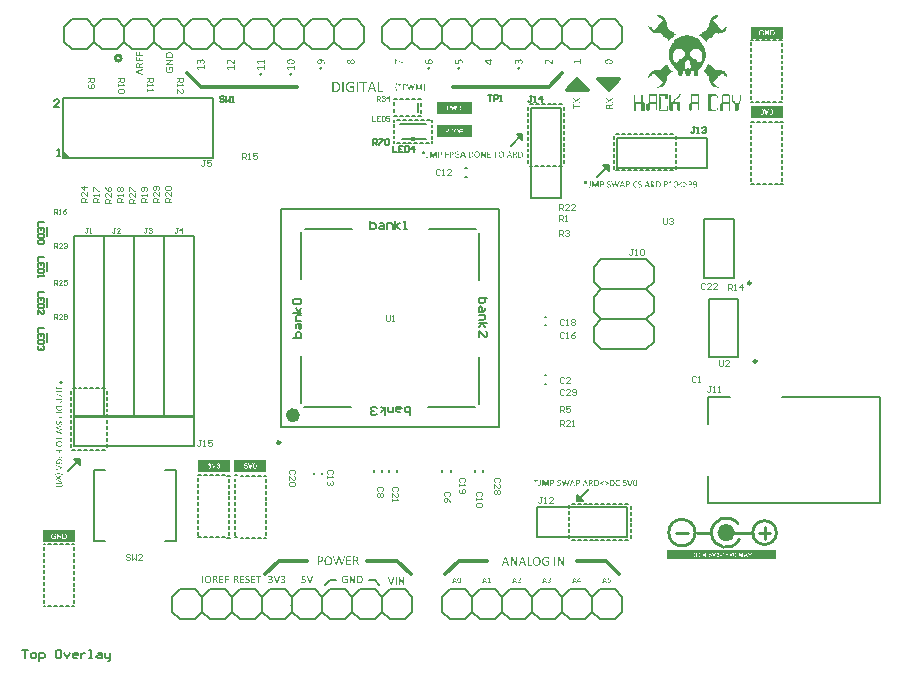
<source format=gto>
%FSTAX25Y25*%
%MOIN*%
G70*
G01*
G75*
%ADD10O,0.07087X0.01181*%
%ADD11O,0.01181X0.07087*%
%ADD12O,0.07284X0.01378*%
%ADD13R,0.08071X0.02756*%
%ADD14R,0.01772X0.02165*%
%ADD15R,0.03150X0.03150*%
%ADD16R,0.01575X0.02559*%
%ADD17R,0.02992X0.06299*%
%ADD18R,0.04528X0.06693*%
%ADD19R,0.02165X0.01772*%
%ADD20R,0.02756X0.03543*%
%ADD21R,0.03543X0.02756*%
%ADD22R,0.02047X0.02047*%
%ADD23R,0.02047X0.02047*%
%ADD24C,0.01000*%
%ADD25C,0.00700*%
%ADD26C,0.03000*%
%ADD27C,0.00591*%
%ADD28C,0.00669*%
%ADD29C,0.00500*%
%ADD30C,0.02000*%
%ADD31C,0.06000*%
%ADD32O,0.15748X0.07874*%
%ADD33O,0.07874X0.15748*%
%ADD34O,0.07874X0.17716*%
%ADD35R,0.05906X0.05906*%
%ADD36C,0.05906*%
%ADD37R,0.05906X0.05906*%
%ADD38P,0.06711X8X112.5*%
%ADD39O,0.05600X0.11200*%
%ADD40C,0.12600*%
%ADD41C,0.01969*%
%ADD42C,0.01600*%
%ADD43C,0.02800*%
%ADD44C,0.01595*%
%ADD45C,0.05000*%
%ADD46C,0.04000*%
%ADD47R,0.70200X0.25400*%
%ADD48C,0.07550*%
%ADD49O,0.15811X0.07937*%
%ADD50O,0.07937X0.15811*%
%ADD51O,0.07937X0.17779*%
%ADD52C,0.07543*%
G04:AMPARAMS|DCode=53|XSize=95.433mil|YSize=95.433mil|CornerRadius=0mil|HoleSize=0mil|Usage=FLASHONLY|Rotation=0.000|XOffset=0mil|YOffset=0mil|HoleType=Round|Shape=Relief|Width=10mil|Gap=10mil|Entries=4|*
%AMTHD53*
7,0,0,0.09543,0.07543,0.01000,45*
%
%ADD53THD53*%
%ADD54C,0.07800*%
%ADD55C,0.07400*%
%ADD56C,0.16600*%
G04:AMPARAMS|DCode=57|XSize=95.5mil|YSize=95.5mil|CornerRadius=0mil|HoleSize=0mil|Usage=FLASHONLY|Rotation=0.000|XOffset=0mil|YOffset=0mil|HoleType=Round|Shape=Relief|Width=10mil|Gap=10mil|Entries=4|*
%AMTHD57*
7,0,0,0.09550,0.07550,0.01000,45*
%
%ADD57THD57*%
G04:AMPARAMS|DCode=58|XSize=70mil|YSize=70mil|CornerRadius=0mil|HoleSize=0mil|Usage=FLASHONLY|Rotation=0.000|XOffset=0mil|YOffset=0mil|HoleType=Round|Shape=Relief|Width=10mil|Gap=10mil|Entries=4|*
%AMTHD58*
7,0,0,0.07000,0.05000,0.01000,45*
%
%ADD58THD58*%
%ADD59C,0.05600*%
%ADD60C,0.06800*%
%AMTHOVALD61*
21,1,0.07874,0.09937,0,0,180.0*
1,1,0.09937,0.03937,0.00000*
1,1,0.09937,-0.03937,0.00000*
21,0,0.07874,0.07937,0,0,180.0*
1,0,0.07937,0.03937,0.00000*
1,0,0.07937,-0.03937,0.00000*
4,0,4,0.03583,0.00354,0.07097,0.03867,0.07804,0.03160,0.04291,-0.00354,0.03583,0.00354,0.0*
4,0,4,-0.04291,0.00354,-0.07804,-0.03160,-0.07097,-0.03867,-0.03583,-0.00354,-0.04291,0.00354,0.0*
4,0,4,0.04291,0.00354,0.07804,-0.03160,0.07097,-0.03867,0.03583,-0.00354,0.04291,0.00354,0.0*
4,0,4,-0.03583,0.00354,-0.07097,0.03867,-0.07804,0.03160,-0.04291,-0.00354,-0.03583,0.00354,0.0*
%
%ADD61THOVALD61*%

%AMTHOVALD62*
21,1,0.07874,0.09937,0,0,270.0*
1,1,0.09937,0.00000,0.03937*
1,1,0.09937,0.00000,-0.03937*
21,0,0.07874,0.07937,0,0,270.0*
1,0,0.07937,0.00000,0.03937*
1,0,0.07937,0.00000,-0.03937*
4,0,4,-0.00354,0.03583,-0.03867,0.07097,-0.03160,0.07804,0.00354,0.04291,-0.00354,0.03583,0.0*
4,0,4,-0.00354,-0.04291,0.03160,-0.07804,0.03867,-0.07097,0.00354,-0.03583,-0.00354,-0.04291,0.0*
4,0,4,-0.00354,0.04291,0.03160,0.07804,0.03867,0.07097,0.00354,0.03583,-0.00354,0.04291,0.0*
4,0,4,-0.00354,-0.03583,-0.03867,-0.07097,-0.03160,-0.07804,0.00354,-0.04291,-0.00354,-0.03583,0.0*
%
%ADD62THOVALD62*%

G04:AMPARAMS|DCode=63|XSize=98mil|YSize=98mil|CornerRadius=0mil|HoleSize=0mil|Usage=FLASHONLY|Rotation=0.000|XOffset=0mil|YOffset=0mil|HoleType=Round|Shape=Relief|Width=10mil|Gap=10mil|Entries=4|*
%AMTHD63*
7,0,0,0.09800,0.07800,0.01000,45*
%
%ADD63THD63*%
G04:AMPARAMS|DCode=64|XSize=94mil|YSize=94mil|CornerRadius=0mil|HoleSize=0mil|Usage=FLASHONLY|Rotation=0.000|XOffset=0mil|YOffset=0mil|HoleType=Round|Shape=Relief|Width=10mil|Gap=10mil|Entries=4|*
%AMTHD64*
7,0,0,0.09400,0.07400,0.01000,45*
%
%ADD64THD64*%
G04:AMPARAMS|DCode=65|XSize=76mil|YSize=76mil|CornerRadius=0mil|HoleSize=0mil|Usage=FLASHONLY|Rotation=0.000|XOffset=0mil|YOffset=0mil|HoleType=Round|Shape=Relief|Width=10mil|Gap=10mil|Entries=4|*
%AMTHD65*
7,0,0,0.07600,0.05600,0.01000,45*
%
%ADD65THD65*%
G04:AMPARAMS|DCode=66|XSize=88mil|YSize=88mil|CornerRadius=0mil|HoleSize=0mil|Usage=FLASHONLY|Rotation=0.000|XOffset=0mil|YOffset=0mil|HoleType=Round|Shape=Relief|Width=10mil|Gap=10mil|Entries=4|*
%AMTHD66*
7,0,0,0.08800,0.06800,0.01000,45*
%
%ADD66THD66*%
%ADD67O,0.01378X0.04724*%
%ADD68R,0.07480X0.03150*%
%ADD69R,0.07480X0.12205*%
%ADD70R,0.06299X0.02559*%
%ADD71R,0.08661X0.11811*%
%ADD72R,0.01969X0.01181*%
%ADD73C,0.01181*%
%ADD74R,0.03543X0.04724*%
%ADD75R,0.06693X0.06614*%
%ADD76R,0.08661X0.07874*%
%ADD77C,0.05000*%
%ADD78C,0.01300*%
%ADD79C,0.01500*%
%ADD80R,0.29232X0.31693*%
%ADD81C,0.02362*%
%ADD82C,0.00984*%
%ADD83C,0.02165*%
%ADD84C,0.00787*%
%ADD85C,0.00600*%
%ADD86C,0.01200*%
%ADD87C,0.00400*%
%ADD88C,0.00394*%
%ADD89R,0.03937X0.02953*%
G36*
X0199535Y0291592D02*
X0199584D01*
X0199636Y0291588D01*
X0199755Y0291575D01*
X0199764D01*
X0199782Y029157D01*
X0199817Y0291566D01*
X0199856Y0291561D01*
X0199905Y0291552D01*
X0199958Y0291539D01*
X0200072Y0291509D01*
X0200077D01*
X0200098Y02915D01*
X0200125Y0291491D01*
X0200165Y0291478D01*
X0200208Y029146D01*
X0200253Y0291438D01*
X0200354Y0291385D01*
X0200358Y0291381D01*
X0200376Y0291372D01*
X0200402Y0291354D01*
X0200433Y0291333D01*
X0200468Y0291306D01*
X0200508Y0291271D01*
X0200547Y0291236D01*
X0200587Y0291192D01*
X0200591Y0291187D01*
X0200605Y029117D01*
X0200622Y0291148D01*
X0200644Y0291112D01*
X0200666Y0291073D01*
X0200693Y0291024D01*
X0200719Y0290972D01*
X0200741Y0290915D01*
Y0290906D01*
X020075Y0290888D01*
X0200759Y0290853D01*
X0200767Y0290809D01*
X0200776Y0290756D01*
X0200785Y029069D01*
X0200789Y029062D01*
X0200794Y0290545D01*
Y0290541D01*
Y0290532D01*
Y0290514D01*
Y0290492D01*
X0200789Y0290439D01*
X0200781Y0290382D01*
Y0290378D01*
Y0290369D01*
X0200776Y0290356D01*
Y0290338D01*
X0200767Y0290294D01*
X0200759Y0290246D01*
Y0290241D01*
X0200754Y0290237D01*
X020075Y0290211D01*
X0200741Y0290175D01*
X0200728Y029014D01*
X0200723Y0290136D01*
X0200714Y0290118D01*
X0200706Y0290096D01*
X0200693Y0290078D01*
X0200688Y0290074D01*
X0200679Y029007D01*
X0200666Y0290061D01*
X0200648Y0290052D01*
X0200626D01*
X02006Y0290048D01*
X0200499D01*
X020049Y0290052D01*
X0200477D01*
X0200464Y0290056D01*
X0200459D01*
X0200455Y0290061D01*
X0200446Y029007D01*
Y0290074D01*
X0200442Y0290078D01*
Y0290101D01*
Y0290105D01*
Y0290114D01*
X0200446Y0290131D01*
X0200455Y0290158D01*
Y0290166D01*
X0200464Y0290184D01*
X0200472Y0290215D01*
X0200486Y0290254D01*
Y0290259D01*
X020049Y0290263D01*
Y0290277D01*
X0200495Y0290294D01*
X0200508Y0290334D01*
X0200517Y0290387D01*
Y0290391D01*
Y02904D01*
X0200521Y0290417D01*
Y0290439D01*
X0200525Y0290466D01*
Y0290496D01*
X020053Y0290563D01*
Y0290571D01*
Y0290593D01*
X0200525Y0290629D01*
X0200521Y0290672D01*
X0200512Y0290721D01*
X0200499Y0290774D01*
X0200481Y0290827D01*
X0200459Y0290879D01*
X0200455Y0290884D01*
X0200446Y0290901D01*
X0200429Y0290928D01*
X0200411Y0290954D01*
X020038Y0290989D01*
X0200349Y0291024D01*
X0200314Y029106D01*
X020027Y0291095D01*
X0200266Y0291099D01*
X0200248Y0291108D01*
X0200226Y0291126D01*
X0200191Y0291143D01*
X0200151Y0291161D01*
X0200103Y0291183D01*
X020005Y02912D01*
X0199993Y0291218D01*
X0199984D01*
X0199967Y0291227D01*
X0199931Y0291231D01*
X0199892Y029124D01*
X0199843Y0291249D01*
X0199786Y0291258D01*
X0199724Y0291262D01*
X0199659Y0291266D01*
X0199663Y0291262D01*
X0199667Y0291249D01*
X019968Y0291227D01*
X0199694Y02912D01*
X0199711Y0291161D01*
X0199729Y0291121D01*
X0199747Y0291077D01*
X0199764Y0291024D01*
Y029102D01*
X0199773Y0290998D01*
X0199777Y0290972D01*
X0199786Y0290932D01*
X0199795Y0290884D01*
X0199799Y0290831D01*
X0199808Y0290769D01*
Y0290703D01*
Y0290699D01*
Y0290694D01*
Y0290668D01*
X0199804Y0290629D01*
X0199799Y0290584D01*
X0199795Y0290527D01*
X0199786Y029047D01*
X0199773Y0290413D01*
X0199755Y0290356D01*
X0199751Y0290351D01*
X0199747Y0290334D01*
X0199733Y0290307D01*
X0199716Y0290277D01*
X0199694Y0290241D01*
X0199667Y0290202D01*
X0199636Y0290166D01*
X0199601Y0290131D01*
X0199597Y0290127D01*
X0199584Y0290118D01*
X0199562Y0290105D01*
X0199535Y0290087D01*
X0199504Y0290065D01*
X0199465Y0290048D01*
X0199421Y0290026D01*
X0199372Y0290013D01*
X0199368D01*
X0199351Y0290008D01*
X0199324Y0290004D01*
X0199285Y0289995D01*
X0199245Y028999D01*
X0199192Y0289982D01*
X0199139Y0289977D01*
X0199056D01*
X0199025Y0289982D01*
X0198981D01*
X0198937Y0289986D01*
X0198884Y0289995D01*
X0198774Y0290021D01*
X0198765Y0290026D01*
X0198748Y029003D01*
X0198721Y0290043D01*
X0198686Y0290056D01*
X0198646Y0290078D01*
X0198602Y0290105D01*
X0198558Y0290136D01*
X0198514Y0290171D01*
X019851Y0290175D01*
X0198497Y0290189D01*
X0198475Y0290211D01*
X0198449Y0290241D01*
X0198422Y0290277D01*
X0198391Y029032D01*
X0198361Y0290369D01*
X0198334Y0290426D01*
X019833Y0290435D01*
X0198321Y0290453D01*
X0198312Y0290488D01*
X0198299Y0290532D01*
X0198286Y0290589D01*
X0198273Y0290651D01*
X0198268Y0290721D01*
X0198264Y02908D01*
Y0290809D01*
Y0290827D01*
Y0290857D01*
X0198268Y0290893D01*
X0198273Y0290936D01*
X0198281Y0290981D01*
X0198303Y0291073D01*
Y0291077D01*
X0198312Y0291095D01*
X0198321Y0291117D01*
X0198334Y0291143D01*
X0198369Y0291209D01*
X0198418Y029128D01*
X0198422Y0291284D01*
X0198431Y0291293D01*
X0198444Y0291311D01*
X0198466Y0291333D01*
X0198493Y0291354D01*
X0198523Y0291376D01*
X0198594Y0291425D01*
X0198598Y0291429D01*
X0198611Y0291434D01*
X0198633Y0291447D01*
X019866Y029146D01*
X0198695Y0291478D01*
X0198734Y0291491D01*
X0198778Y0291509D01*
X0198827Y0291522D01*
X0198831D01*
X0198849Y029153D01*
X0198875Y0291535D01*
X019891Y0291544D01*
X0198954Y0291552D01*
X0199003Y0291561D01*
X0199056Y029157D01*
X0199113Y0291579D01*
X0199122D01*
X0199139Y0291583D01*
X019917D01*
X019921Y0291588D01*
X0199258Y0291592D01*
X0199315D01*
X0199372Y0291597D01*
X0199491D01*
X0199535Y0291592D01*
D02*
G37*
G36*
X0190671Y0289542D02*
X0190692Y0289537D01*
X0190697D01*
X0190706Y0289533D01*
X0190732Y0289524D01*
X0190741Y028952D01*
X0190754Y0289502D01*
Y0289493D01*
X0190759Y0289476D01*
Y0288191D01*
Y0288182D01*
X0190754Y0288164D01*
X019075Y028816D01*
X0190732Y0288142D01*
X0190728D01*
X0190719Y0288138D01*
X0190692Y0288129D01*
X0190675D01*
X0190657Y0288125D01*
X0190591D01*
X0190574Y0288129D01*
X0190569D01*
X0190556Y0288134D01*
X019053Y0288142D01*
X0190525D01*
X0190521Y0288147D01*
X0190503Y0288164D01*
Y0288169D01*
X0190499Y0288173D01*
X0190495Y0288191D01*
Y0288706D01*
X0188625D01*
X0188906Y028823D01*
X018891Y0288226D01*
X0188919Y0288209D01*
X0188928Y0288191D01*
X0188933Y0288173D01*
Y0288169D01*
Y028816D01*
Y0288151D01*
X0188924Y0288138D01*
X0188919D01*
X0188915Y0288129D01*
X0188902Y0288125D01*
X0188884Y0288121D01*
X0188862D01*
X018884Y0288116D01*
X0188752D01*
X0188743Y0288121D01*
X018873D01*
X0188717Y0288125D01*
X0188713D01*
X0188708Y0288129D01*
X018869Y0288138D01*
X0188686Y0288142D01*
X0188682Y0288147D01*
X0188669Y0288169D01*
X0188308Y0288732D01*
X0188303Y0288737D01*
X0188299Y028875D01*
Y0288754D01*
X0188294Y0288758D01*
X018829Y028878D01*
Y0288785D01*
X0188286Y0288794D01*
Y028882D01*
Y0288825D01*
X0188281Y0288838D01*
Y0288855D01*
Y0288877D01*
Y0288886D01*
Y0288904D01*
Y0288926D01*
X0188286Y0288952D01*
Y0288956D01*
X018829Y028897D01*
X0188294Y0288987D01*
X0188299Y0289001D01*
Y0289005D01*
X0188303Y0289009D01*
X0188308Y0289018D01*
X0188317Y0289022D01*
X0188321Y0289027D01*
X0188338Y0289031D01*
X0190495D01*
Y0289476D01*
Y028948D01*
Y0289485D01*
X0190503Y0289502D01*
Y0289507D01*
X0190508Y0289511D01*
X019053Y0289524D01*
X0190534D01*
X0190543Y0289528D01*
X0190556Y0289533D01*
X0190574Y0289537D01*
X0190578D01*
X0190587Y0289542D01*
X0190609Y0289546D01*
X0190653D01*
X0190671Y0289542D01*
D02*
G37*
G36*
X0189628Y0291592D02*
X0189698D01*
X0189777Y0291583D01*
X0189861Y0291575D01*
X0189953Y0291566D01*
X0190041Y0291548D01*
X019005D01*
X0190063Y0291544D01*
X0190081Y0291539D01*
X0190125Y029153D01*
X0190178Y0291513D01*
X0190244Y0291491D01*
X019031Y0291464D01*
X019038Y0291434D01*
X0190446Y0291399D01*
X0190455Y0291394D01*
X0190472Y0291381D01*
X0190503Y0291359D01*
X0190543Y0291328D01*
X0190583Y0291288D01*
X0190627Y0291245D01*
X0190666Y0291192D01*
X0190706Y029113D01*
X019071Y0291121D01*
X0190719Y0291099D01*
X0190732Y0291064D01*
X019075Y0291016D01*
X0190767Y0290954D01*
X019078Y0290884D01*
X0190789Y0290805D01*
X0190794Y0290717D01*
Y0290712D01*
Y0290708D01*
Y0290694D01*
Y0290677D01*
X0190789Y0290633D01*
X0190785Y029058D01*
X0190776Y0290518D01*
X0190759Y0290453D01*
X0190741Y0290387D01*
X0190715Y0290325D01*
X019071Y0290316D01*
X0190697Y0290299D01*
X0190679Y0290268D01*
X0190653Y0290232D01*
X0190618Y0290193D01*
X0190578Y0290149D01*
X019053Y0290109D01*
X0190472Y029007D01*
X0190464Y0290065D01*
X0190442Y0290052D01*
X0190407Y0290039D01*
X0190363Y0290017D01*
X0190305Y0289995D01*
X0190235Y0289973D01*
X019016Y0289951D01*
X0190076Y0289933D01*
X0190068D01*
X0190055Y0289929D01*
X0190032D01*
X019001Y0289925D01*
X0189984Y028992D01*
X0189918Y0289916D01*
X0189839Y0289907D01*
X0189746Y0289898D01*
X0189645Y0289894D01*
X0189465D01*
X0189434Y0289898D01*
X0189364D01*
X0189285Y0289902D01*
X0189201Y0289911D01*
X0189109Y0289925D01*
X0189021Y0289938D01*
X0189016D01*
X0189012Y0289942D01*
X0188998D01*
X0188981Y0289947D01*
X0188937Y0289955D01*
X0188884Y0289973D01*
X0188818Y028999D01*
X0188752Y0290017D01*
X0188686Y0290048D01*
X018862Y0290083D01*
X0188611Y0290087D01*
X0188594Y0290101D01*
X0188563Y0290127D01*
X0188523Y0290158D01*
X0188479Y0290197D01*
X0188435Y0290241D01*
X0188396Y0290294D01*
X0188356Y0290356D01*
X0188352Y0290365D01*
X0188343Y0290387D01*
X0188325Y0290422D01*
X0188308Y029047D01*
X0188294Y0290527D01*
X0188277Y0290598D01*
X0188268Y0290677D01*
X0188264Y0290765D01*
Y0290769D01*
Y0290774D01*
Y0290787D01*
Y0290805D01*
X0188268Y0290848D01*
X0188273Y0290906D01*
X0188286Y0290967D01*
X0188299Y0291033D01*
X0188321Y0291099D01*
X0188347Y0291161D01*
X0188352Y029117D01*
X0188365Y0291187D01*
X0188382Y0291218D01*
X0188409Y0291253D01*
X0188444Y0291293D01*
X0188488Y0291337D01*
X0188537Y0291376D01*
X0188594Y0291416D01*
X0188602Y0291421D01*
X018862Y0291434D01*
X0188655Y0291447D01*
X0188704Y0291469D01*
X0188761Y0291491D01*
X0188827Y0291513D01*
X0188906Y0291535D01*
X018899Y0291552D01*
X0188998D01*
X0189012Y0291557D01*
X0189029Y0291561D01*
X0189051D01*
X0189078Y0291566D01*
X0189144Y0291575D01*
X0189223Y0291583D01*
X0189315Y0291588D01*
X0189417Y0291597D01*
X0189597D01*
X0189628Y0291592D01*
D02*
G37*
G36*
X0210187D02*
X0210226Y0291588D01*
X021027Y0291583D01*
X0210318Y0291575D01*
X0210367Y0291557D01*
X0210415Y0291539D01*
X021042Y0291535D01*
X0210437Y029153D01*
X0210459Y0291517D01*
X0210486Y0291495D01*
X0210521Y0291473D01*
X0210556Y0291447D01*
X0210591Y0291412D01*
X0210627Y0291372D01*
X0210631Y0291368D01*
X021064Y0291354D01*
X0210657Y0291333D01*
X0210675Y0291302D01*
X0210693Y0291262D01*
X0210715Y0291218D01*
X0210736Y0291165D01*
X0210754Y0291108D01*
Y0291099D01*
X0210758Y0291082D01*
X0210767Y0291047D01*
X0210772Y0291002D01*
X0210781Y029095D01*
X0210789Y0290888D01*
X0210794Y0290822D01*
Y0290747D01*
Y0290739D01*
Y0290717D01*
X0210789Y0290677D01*
Y0290633D01*
X0210785Y029058D01*
X0210776Y0290523D01*
X0210754Y0290404D01*
Y02904D01*
X0210745Y0290378D01*
X0210736Y0290351D01*
X0210723Y0290316D01*
X021071Y0290277D01*
X0210688Y0290232D01*
X021064Y0290149D01*
X0210635Y0290144D01*
X0210627Y0290131D01*
X0210609Y0290114D01*
X0210587Y0290092D01*
X0210556Y0290065D01*
X0210525Y0290039D01*
X0210446Y028999D01*
X0210442D01*
X0210424Y0289982D01*
X0210402Y0289973D01*
X0210371Y0289964D01*
X0210332Y0289955D01*
X0210288Y0289947D01*
X0210239Y0289942D01*
X0210187Y0289938D01*
X0210147D01*
X0210116Y0289942D01*
X0210085Y0289947D01*
X021005Y0289951D01*
X0209975Y0289973D01*
X0209971D01*
X0209958Y0289982D01*
X020994Y028999D01*
X0209918Y0290004D01*
X0209857Y0290035D01*
X0209795Y0290083D01*
X020979Y0290087D01*
X0209782Y0290096D01*
X0209764Y0290109D01*
X0209742Y0290131D01*
X020972Y0290158D01*
X0209694Y0290189D01*
X0209641Y0290259D01*
X0209636Y0290263D01*
X0209628Y0290277D01*
X0209614Y0290299D01*
X0209597Y0290329D01*
X0209575Y0290365D01*
X0209553Y0290404D01*
X0209505Y0290492D01*
X02095Y0290488D01*
X0209496Y0290475D01*
X0209483Y0290453D01*
X0209469Y0290426D01*
X020943Y029036D01*
X0209381Y029029D01*
X0209377Y0290285D01*
X0209368Y0290277D01*
X0209355Y0290259D01*
X0209337Y0290237D01*
X0209293Y0290189D01*
X0209241Y029014D01*
X0209236Y0290136D01*
X0209227Y0290131D01*
X020921Y0290123D01*
X0209192Y0290109D01*
X0209139Y0290078D01*
X0209078Y0290052D01*
X0209073D01*
X020906Y0290048D01*
X0209043Y0290043D01*
X020902Y0290039D01*
X020899Y029003D01*
X0208959Y0290026D01*
X0208884Y0290021D01*
X0208862D01*
X0208836Y0290026D01*
X0208805D01*
X020877Y029003D01*
X020873Y0290039D01*
X0208642Y0290065D01*
X0208638Y029007D01*
X0208625Y0290074D01*
X0208602Y0290087D01*
X0208576Y0290101D01*
X020851Y0290144D01*
X0208449Y0290206D01*
X0208444Y0290211D01*
X0208435Y0290224D01*
X0208418Y0290246D01*
X02084Y0290272D01*
X0208378Y0290307D01*
X0208356Y0290351D01*
X0208334Y0290395D01*
X0208316Y0290448D01*
X0208312Y0290457D01*
X0208308Y0290475D01*
X0208299Y0290505D01*
X020829Y0290545D01*
X0208281Y0290593D01*
X0208273Y0290651D01*
X0208264Y0290717D01*
Y0290787D01*
Y0290796D01*
Y0290818D01*
X0208268Y0290853D01*
Y0290897D01*
X0208277Y0290945D01*
X0208286Y0291002D01*
X0208295Y0291055D01*
X0208312Y0291108D01*
Y0291112D01*
X0208321Y029113D01*
X020833Y0291157D01*
X0208343Y0291187D01*
X0208383Y0291262D01*
X0208409Y0291297D01*
X0208435Y0291333D01*
X020844Y0291337D01*
X0208449Y0291346D01*
X0208466Y0291363D01*
X0208484Y0291381D01*
X020851Y0291403D01*
X0208541Y0291425D01*
X0208616Y0291464D01*
X020862D01*
X0208633Y0291473D01*
X0208655Y0291478D01*
X0208682Y0291487D01*
X0208713Y0291495D01*
X0208752Y02915D01*
X0208836Y0291509D01*
X0208871D01*
X0208897Y0291504D01*
X0208955Y0291495D01*
X0209025Y0291473D01*
X0209029D01*
X0209038Y0291469D01*
X0209056Y029146D01*
X0209078Y0291451D01*
X0209131Y0291421D01*
X0209192Y0291381D01*
X0209196Y0291376D01*
X0209205Y0291372D01*
X0209223Y0291359D01*
X0209241Y0291341D01*
X0209289Y0291293D01*
X0209342Y0291231D01*
X0209346Y0291227D01*
X0209355Y0291218D01*
X0209368Y0291196D01*
X0209386Y0291174D01*
X0209403Y0291143D01*
X0209425Y0291108D01*
X0209474Y0291029D01*
X0209478Y0291033D01*
X0209487Y0291051D01*
X02095Y0291077D01*
X0209513Y0291112D01*
X0209535Y0291148D01*
X0209557Y0291187D01*
X020961Y0291271D01*
X0209614Y0291275D01*
X0209623Y0291288D01*
X0209636Y0291306D01*
X0209654Y0291333D01*
X0209702Y029139D01*
X020976Y0291447D01*
X0209764Y0291451D01*
X0209773Y029146D01*
X020979Y0291473D01*
X0209812Y0291491D01*
X0209865Y0291526D01*
X0209931Y0291557D01*
X0209936D01*
X0209945Y0291561D01*
X0209966Y029157D01*
X0209988Y0291579D01*
X0210019Y0291583D01*
X021005Y0291592D01*
X0210129Y0291597D01*
X0210156D01*
X0210187Y0291592D01*
D02*
G37*
G36*
X0246041D02*
X024609Y0291588D01*
X0246143Y0291579D01*
X0246204Y0291566D01*
X0246261Y0291548D01*
X0246323Y0291526D01*
X0246332Y0291522D01*
X0246349Y0291513D01*
X0246376Y02915D01*
X0246411Y0291478D01*
X0246455Y0291451D01*
X0246499Y0291421D01*
X0246543Y0291381D01*
X0246583Y0291337D01*
X0246587Y0291333D01*
X02466Y0291315D01*
X0246618Y0291288D01*
X024664Y0291258D01*
X0246666Y0291214D01*
X0246692Y0291165D01*
X0246719Y0291108D01*
X0246741Y0291047D01*
Y0291038D01*
X024675Y0291016D01*
X0246759Y0290985D01*
X0246767Y0290936D01*
X0246776Y0290884D01*
X0246785Y0290822D01*
X0246789Y0290752D01*
X0246794Y0290677D01*
Y0290672D01*
Y0290659D01*
Y0290637D01*
X0246789Y0290606D01*
Y0290571D01*
X0246785Y0290536D01*
X0246776Y0290457D01*
Y0290453D01*
X0246772Y0290439D01*
X0246767Y0290422D01*
X0246763Y0290395D01*
X024675Y0290338D01*
X0246737Y0290277D01*
Y0290272D01*
X0246732Y0290263D01*
X0246728Y029025D01*
X0246723Y0290232D01*
X024671Y0290189D01*
X0246692Y0290144D01*
X0246688Y0290136D01*
X0246679Y0290118D01*
X0246666Y0290096D01*
X0246657Y0290078D01*
X0246653D01*
X0246649Y029007D01*
X0246635Y0290061D01*
X0246631D01*
X0246626Y0290056D01*
X0246604Y0290048D01*
X0246591D01*
X0246565Y0290043D01*
X0246442D01*
X0246433Y0290048D01*
X024642D01*
X0246407Y0290052D01*
X0246402D01*
X0246398Y0290056D01*
X024638Y029007D01*
Y0290074D01*
X0246376Y0290078D01*
X0246371Y0290096D01*
Y0290101D01*
X0246376Y0290109D01*
X024638Y0290127D01*
X0246398Y0290153D01*
X0246402Y0290162D01*
X0246411Y029018D01*
X0246428Y0290215D01*
X024645Y0290259D01*
Y0290263D01*
X0246455Y0290272D01*
X0246459Y0290285D01*
X0246468Y0290307D01*
X0246477Y0290329D01*
X0246486Y029036D01*
X0246503Y0290426D01*
Y029043D01*
X0246508Y0290444D01*
X0246512Y0290466D01*
Y0290492D01*
X0246516Y0290527D01*
X0246521Y0290571D01*
X0246525Y0290615D01*
Y0290664D01*
Y0290668D01*
Y0290686D01*
Y0290708D01*
X0246521Y0290743D01*
Y0290778D01*
X0246512Y0290818D01*
X0246499Y0290897D01*
Y0290901D01*
X0246495Y0290915D01*
X0246486Y0290936D01*
X0246477Y0290963D01*
X0246446Y029102D01*
X0246402Y0291082D01*
X0246398Y0291086D01*
X0246389Y0291095D01*
X0246376Y0291108D01*
X0246358Y0291126D01*
X0246332Y0291148D01*
X0246305Y0291165D01*
X0246239Y0291205D01*
X0246235D01*
X0246222Y0291214D01*
X02462Y0291218D01*
X0246173Y0291227D01*
X0246138Y0291236D01*
X0246098Y029124D01*
X024605Y0291249D01*
X0245958D01*
X0245931Y0291245D01*
X0245865Y0291231D01*
X0245795Y0291209D01*
X0245791D01*
X0245777Y0291205D01*
X0245764Y0291196D01*
X0245742Y0291183D01*
X0245694Y0291148D01*
X0245645Y0291095D01*
X0245641Y029109D01*
X0245637Y0291082D01*
X0245623Y0291064D01*
X024561Y0291042D01*
X0245597Y0291016D01*
X0245579Y0290981D01*
X0245566Y0290945D01*
X0245553Y0290901D01*
Y0290897D01*
X0245549Y0290879D01*
X0245544Y0290857D01*
X0245535Y0290822D01*
X0245531Y0290782D01*
X0245527Y0290734D01*
X0245522Y0290677D01*
Y029062D01*
Y0290615D01*
Y0290602D01*
Y029058D01*
Y0290554D01*
X0245527Y0290488D01*
X0245535Y0290422D01*
Y0290417D01*
Y0290408D01*
X024554Y0290391D01*
Y0290373D01*
X0245544Y029032D01*
X0245549Y0290268D01*
Y0290259D01*
X0245544Y0290237D01*
X0245535Y0290215D01*
X0245522Y0290193D01*
X0245518Y0290189D01*
X02455Y0290184D01*
X0245469Y0290175D01*
X0245425Y0290171D01*
X0244418D01*
X0244391Y0290175D01*
X0244356Y0290184D01*
X024433Y0290197D01*
X0244325Y0290202D01*
X0244312Y0290219D01*
X0244303Y0290246D01*
X0244299Y0290281D01*
Y0291368D01*
Y0291372D01*
Y0291376D01*
X0244308Y0291399D01*
Y0291403D01*
X0244312Y0291407D01*
X0244334Y0291421D01*
X0244338D01*
X0244347Y0291425D01*
X024436Y0291429D01*
X0244378Y0291434D01*
X0244383D01*
X0244396Y0291438D01*
X0244418Y0291442D01*
X0244453D01*
X0244484Y0291438D01*
X0244514Y0291434D01*
X024455Y0291421D01*
X0244554Y0291416D01*
X0244567Y0291407D01*
X0244581Y0291394D01*
X0244585Y0291372D01*
Y0290496D01*
X024528D01*
Y0290501D01*
X0245276Y0290505D01*
Y0290518D01*
X0245271Y0290536D01*
X0245267Y0290576D01*
Y0290624D01*
Y0290629D01*
Y0290637D01*
Y0290651D01*
X0245263Y0290668D01*
Y0290717D01*
Y0290778D01*
Y0290782D01*
Y0290787D01*
Y0290813D01*
X0245267Y0290853D01*
Y0290901D01*
X0245276Y0290954D01*
X0245285Y0291016D01*
X0245298Y0291077D01*
X0245315Y0291135D01*
Y0291143D01*
X0245324Y0291161D01*
X0245337Y0291187D01*
X0245351Y0291223D01*
X0245373Y0291266D01*
X0245394Y0291306D01*
X0245425Y029135D01*
X0245456Y029139D01*
X0245461Y0291394D01*
X0245474Y0291407D01*
X0245491Y0291425D01*
X0245518Y0291447D01*
X0245553Y0291473D01*
X0245588Y02915D01*
X0245632Y0291522D01*
X024568Y0291544D01*
X0245685Y0291548D01*
X0245703Y0291552D01*
X0245729Y0291561D01*
X0245764Y029157D01*
X0245808Y0291579D01*
X0245856Y0291588D01*
X0245914Y0291597D01*
X0246006D01*
X0246041Y0291592D01*
D02*
G37*
G36*
X0236024D02*
X0236063D01*
X0236112Y0291583D01*
X0236164Y0291575D01*
X0236222Y0291561D01*
X0236279Y0291544D01*
X0236283D01*
X0236305Y0291535D01*
X0236332Y0291522D01*
X0236367Y0291509D01*
X0236411Y0291487D01*
X0236455Y029146D01*
X0236499Y0291425D01*
X0236543Y029139D01*
X0236547Y0291385D01*
X0236561Y0291372D01*
X0236582Y029135D01*
X0236609Y0291319D01*
X023664Y0291284D01*
X023667Y0291236D01*
X0236701Y0291187D01*
X0236728Y029113D01*
X0236732Y0291121D01*
X0236736Y0291104D01*
X023675Y0291069D01*
X0236758Y0291024D01*
X0236772Y0290972D01*
X0236785Y029091D01*
X0236789Y029084D01*
X0236794Y029076D01*
Y0290752D01*
Y0290734D01*
Y0290708D01*
X0236789Y0290668D01*
X0236785Y0290629D01*
X0236781Y029058D01*
X0236758Y0290488D01*
Y0290483D01*
X023675Y029047D01*
X0236741Y0290444D01*
X0236728Y0290417D01*
X0236697Y0290351D01*
X0236649Y0290281D01*
X0236644Y0290277D01*
X0236635Y0290268D01*
X0236622Y029025D01*
X02366Y0290232D01*
X0236574Y0290211D01*
X0236547Y0290184D01*
X0236477Y0290136D01*
X0236473Y0290131D01*
X0236459Y0290127D01*
X0236437Y0290114D01*
X0236411Y0290105D01*
X0236376Y0290087D01*
X0236336Y0290074D01*
X0236292Y0290056D01*
X0236244Y0290043D01*
X0236239D01*
X0236222Y0290039D01*
X0236195Y029003D01*
X023616Y0290026D01*
X0236116Y0290017D01*
X0236068Y0290008D01*
X0236015Y0289999D01*
X0235958Y0289995D01*
X0235931D01*
X0235896Y028999D01*
X0235857D01*
X0235808Y0289986D01*
X0235751D01*
X0235689Y0289982D01*
X0235522D01*
X0235474Y0289986D01*
X0235421D01*
X0235302Y0289995D01*
X0235293D01*
X0235276Y0289999D01*
X0235241Y0290004D01*
X0235201Y0290008D01*
X0235153Y0290017D01*
X02351Y029003D01*
X023499Y0290056D01*
X0234981D01*
X0234963Y0290065D01*
X0234937Y0290074D01*
X0234897Y0290087D01*
X0234853Y0290105D01*
X0234809Y0290127D01*
X0234708Y0290175D01*
X0234704Y029018D01*
X0234686Y0290189D01*
X023466Y0290206D01*
X0234629Y0290228D01*
X0234594Y0290254D01*
X0234554Y0290285D01*
X0234519Y0290325D01*
X0234479Y0290365D01*
X0234475Y0290369D01*
X0234462Y0290387D01*
X0234444Y0290408D01*
X0234422Y0290439D01*
X0234396Y0290479D01*
X0234369Y0290527D01*
X0234343Y0290576D01*
X0234321Y0290633D01*
X0234316Y0290642D01*
X0234312Y0290659D01*
X0234303Y0290694D01*
X023429Y0290739D01*
X0234281Y0290791D01*
X0234273Y0290857D01*
X0234268Y0290928D01*
X0234264Y0291002D01*
Y0291007D01*
Y0291016D01*
Y0291029D01*
Y0291047D01*
X0234268Y029109D01*
X0234273Y0291143D01*
Y0291148D01*
Y0291157D01*
X0234277Y029117D01*
Y0291187D01*
X0234286Y0291227D01*
X0234299Y0291275D01*
Y029128D01*
Y0291284D01*
X0234308Y0291311D01*
X0234316Y0291346D01*
X023433Y0291376D01*
X0234334Y0291385D01*
X0234338Y0291399D01*
X0234347Y0291421D01*
X0234356Y0291434D01*
Y0291438D01*
X0234361Y0291442D01*
X0234378Y0291451D01*
X0234387Y0291456D01*
X0234404Y0291464D01*
X0234409D01*
X0234413Y0291469D01*
X0234444D01*
X0234453Y0291473D01*
X0234519D01*
X0234541Y0291469D01*
X0234554D01*
X0234567Y0291464D01*
X023458Y029146D01*
X0234589Y0291456D01*
X0234602Y0291442D01*
X0234607Y0291438D01*
X0234611Y0291416D01*
Y0291412D01*
Y0291403D01*
X0234607Y0291385D01*
X0234598Y0291359D01*
X0234594Y0291354D01*
X0234589Y0291337D01*
X023458Y0291306D01*
X0234572Y0291271D01*
X0234567Y0291262D01*
X0234563Y0291236D01*
X023455Y02912D01*
X0234541Y0291148D01*
Y0291143D01*
X0234537Y0291135D01*
Y0291121D01*
X0234532Y0291099D01*
X0234528Y0291077D01*
Y0291047D01*
X0234523Y0290981D01*
Y0290972D01*
Y029095D01*
X0234528Y0290919D01*
X0234532Y0290875D01*
X0234541Y0290831D01*
X0234554Y0290778D01*
X0234572Y0290725D01*
X0234598Y0290677D01*
X0234602Y0290672D01*
X0234611Y0290655D01*
X0234629Y0290633D01*
X0234647Y0290602D01*
X0234677Y0290571D01*
X0234708Y0290536D01*
X0234748Y0290501D01*
X0234792Y0290466D01*
X0234796Y0290461D01*
X0234814Y0290453D01*
X023484Y0290439D01*
X0234875Y0290422D01*
X0234915Y0290404D01*
X0234963Y0290382D01*
X023502Y0290365D01*
X0235078Y0290347D01*
X0235086D01*
X0235104Y0290342D01*
X0235135Y0290334D01*
X0235179Y0290329D01*
X0235227Y029032D01*
X0235284Y0290312D01*
X0235346Y0290307D01*
X0235412Y0290303D01*
Y0290307D01*
X0235408Y0290312D01*
X0235395Y0290334D01*
X0235377Y0290369D01*
X0235355Y0290413D01*
Y0290417D01*
X023535Y0290426D01*
X0235342Y0290439D01*
X0235337Y0290457D01*
X023532Y0290496D01*
X0235302Y0290549D01*
Y0290554D01*
X0235298Y0290563D01*
X0235293Y0290576D01*
X0235289Y0290598D01*
X0235276Y0290646D01*
X0235267Y0290703D01*
Y0290708D01*
X0235262Y0290717D01*
Y0290734D01*
X0235258Y0290756D01*
X0235254Y0290813D01*
X0235249Y0290879D01*
Y0290884D01*
Y0290888D01*
Y0290915D01*
X0235254Y029095D01*
X0235258Y0290994D01*
X0235262Y0291047D01*
X0235271Y0291104D01*
X0235289Y0291161D01*
X0235307Y0291214D01*
X0235311Y0291218D01*
X0235315Y0291236D01*
X0235329Y0291262D01*
X0235346Y0291293D01*
X0235368Y0291333D01*
X023539Y0291368D01*
X0235421Y0291403D01*
X0235456Y0291438D01*
X023546Y0291442D01*
X0235474Y0291451D01*
X0235496Y0291464D01*
X0235522Y0291487D01*
X0235553Y0291504D01*
X0235593Y0291522D01*
X0235636Y0291544D01*
X0235685Y0291557D01*
X0235689D01*
X0235707Y0291561D01*
X0235733Y029157D01*
X0235769Y0291579D01*
X0235808Y0291583D01*
X0235857Y0291592D01*
X0235905Y0291597D01*
X0235988D01*
X0236024Y0291592D01*
D02*
G37*
G36*
X0224506D02*
X022451D01*
X0224523Y0291588D01*
X0224541D01*
X0224558Y0291583D01*
X0224563D01*
X0224572Y0291579D01*
X0224589Y0291575D01*
X0224607Y029157D01*
X0224611D01*
X022462Y0291566D01*
X0224638Y0291561D01*
X0224655Y0291552D01*
X0226701Y0290664D01*
X0226706D01*
X0226714Y0290659D01*
X0226736Y0290637D01*
Y0290633D01*
X0226745Y0290629D01*
X0226759Y0290602D01*
Y0290598D01*
X0226763Y0290589D01*
Y0290567D01*
X0226767Y0290545D01*
Y0290541D01*
Y0290523D01*
X0226772Y0290496D01*
Y0290466D01*
Y0290461D01*
Y0290457D01*
Y0290426D01*
X0226767Y0290395D01*
X0226763Y029036D01*
Y0290356D01*
X0226759Y0290342D01*
X0226754Y0290325D01*
X022675Y0290307D01*
X0226745D01*
X0226741Y0290303D01*
X0226732Y0290299D01*
X0226719Y0290294D01*
X0226714D01*
X0226706Y0290299D01*
X0226693Y0290303D01*
X0226675Y0290312D01*
X0224585Y0291245D01*
Y0290061D01*
Y0290056D01*
X0224581Y0290043D01*
X0224572Y0290026D01*
X022455Y0290008D01*
X0224541Y0290004D01*
X0224523Y0289999D01*
X0224488Y0289995D01*
X0224444Y028999D01*
X0224405D01*
X0224382Y0289995D01*
X0224378D01*
X0224365Y0289999D01*
X0224339Y0290008D01*
X0224334D01*
X0224325Y0290013D01*
X0224317Y0290021D01*
X0224308Y029003D01*
Y0290035D01*
X0224303Y0290039D01*
X0224299Y0290061D01*
Y0291495D01*
Y02915D01*
Y0291513D01*
X0224308Y0291539D01*
Y0291544D01*
X0224312Y0291552D01*
X0224317Y0291561D01*
X022433Y029157D01*
X0224334Y0291575D01*
X0224343Y0291579D01*
X0224356Y0291583D01*
X0224374Y0291588D01*
X0224378D01*
X0224391Y0291592D01*
X0224413Y0291597D01*
X0224484D01*
X0224506Y0291592D01*
D02*
G37*
G36*
X016067Y0289643D02*
X0160693Y0289638D01*
X0160697D01*
X0160706Y0289634D01*
X0160732Y0289625D01*
X0160741Y0289621D01*
X0160754Y0289603D01*
Y0289595D01*
X0160758Y0289577D01*
Y0288292D01*
Y0288283D01*
X0160754Y0288266D01*
X016075Y0288261D01*
X0160732Y0288244D01*
X0160728D01*
X0160719Y0288239D01*
X0160693Y028823D01*
X0160675D01*
X0160657Y0288226D01*
X0160591D01*
X0160574Y028823D01*
X0160569D01*
X0160556Y0288235D01*
X016053Y0288244D01*
X0160525D01*
X0160521Y0288248D01*
X0160503Y0288266D01*
Y028827D01*
X0160499Y0288275D01*
X0160494Y0288292D01*
Y0288807D01*
X0158624D01*
X0158906Y0288332D01*
X0158911Y0288327D01*
X0158919Y028831D01*
X0158928Y0288292D01*
X0158932Y0288275D01*
Y028827D01*
Y0288261D01*
Y0288252D01*
X0158924Y0288239D01*
X0158919D01*
X0158915Y028823D01*
X0158902Y0288226D01*
X0158884Y0288222D01*
X0158862D01*
X015884Y0288217D01*
X0158752D01*
X0158743Y0288222D01*
X015873D01*
X0158717Y0288226D01*
X0158712D01*
X0158708Y028823D01*
X0158691Y0288239D01*
X0158686Y0288244D01*
X0158682Y0288248D01*
X0158668Y028827D01*
X0158308Y0288833D01*
X0158303Y0288838D01*
X0158299Y0288851D01*
Y0288855D01*
X0158294Y028886D01*
X015829Y0288882D01*
Y0288886D01*
X0158286Y0288895D01*
Y0288921D01*
Y0288926D01*
X0158281Y0288939D01*
Y0288956D01*
Y0288979D01*
Y0288987D01*
Y0289005D01*
Y0289027D01*
X0158286Y0289053D01*
Y0289058D01*
X015829Y0289071D01*
X0158294Y0289089D01*
X0158299Y0289102D01*
Y0289106D01*
X0158303Y028911D01*
X0158308Y0289119D01*
X0158317Y0289124D01*
X0158321Y0289128D01*
X0158338Y0289132D01*
X0160494D01*
Y0289577D01*
Y0289581D01*
Y0289586D01*
X0160503Y0289603D01*
Y0289608D01*
X0160508Y0289612D01*
X016053Y0289625D01*
X0160534D01*
X0160543Y028963D01*
X0160556Y0289634D01*
X0160574Y0289638D01*
X0160578D01*
X0160587Y0289643D01*
X0160609Y0289647D01*
X0160653D01*
X016067Y0289643D01*
D02*
G37*
G36*
X0160116Y0291592D02*
X0160156Y0291588D01*
X0160204Y0291583D01*
X0160257Y029157D01*
X016031Y0291557D01*
X0160363Y0291535D01*
X0160367Y029153D01*
X0160385Y0291526D01*
X0160411Y0291513D01*
X0160442Y0291491D01*
X0160481Y0291469D01*
X0160517Y0291442D01*
X0160556Y0291407D01*
X0160596Y0291368D01*
X01606Y0291363D01*
X0160613Y029135D01*
X0160631Y0291324D01*
X0160649Y0291293D01*
X0160675Y0291253D01*
X0160701Y0291205D01*
X0160723Y0291152D01*
X0160745Y0291095D01*
Y0291086D01*
X0160754Y0291069D01*
X0160758Y0291033D01*
X0160767Y0290989D01*
X0160776Y0290936D01*
X0160785Y029087D01*
X0160789Y0290805D01*
X0160794Y029073D01*
Y0290725D01*
Y0290708D01*
Y0290686D01*
X0160789Y0290655D01*
Y029062D01*
X0160785Y029058D01*
X0160772Y0290496D01*
Y0290492D01*
X0160767Y0290479D01*
X0160763Y0290457D01*
X0160758Y0290435D01*
X0160745Y0290373D01*
X0160728Y0290307D01*
Y0290303D01*
X0160723Y0290294D01*
X0160719Y0290277D01*
X016071Y0290259D01*
X0160693Y0290215D01*
X016067Y0290166D01*
X0160666Y0290158D01*
X0160653Y029014D01*
X016064Y0290118D01*
X0160626Y0290101D01*
X0160622D01*
X0160618Y0290092D01*
X01606Y0290078D01*
X0160596D01*
X0160591Y0290074D01*
X0160569Y0290065D01*
X0160565D01*
X0160556Y0290061D01*
X0160543D01*
X0160525Y0290056D01*
X016042D01*
X0160389Y0290061D01*
X0160363Y029007D01*
X0160358Y0290074D01*
X0160345Y0290078D01*
X0160336Y0290092D01*
X0160332Y0290105D01*
Y0290109D01*
X0160336Y0290123D01*
X0160345Y029014D01*
X0160363Y0290175D01*
Y029018D01*
X0160367Y0290184D01*
X0160385Y0290211D01*
X0160406Y0290254D01*
X0160433Y0290307D01*
Y0290312D01*
X0160437Y029032D01*
X0160446Y0290338D01*
X0160455Y0290365D01*
X0160464Y0290391D01*
X0160477Y0290422D01*
X0160499Y0290496D01*
Y0290501D01*
X0160503Y0290514D01*
X0160508Y0290541D01*
X0160512Y0290567D01*
X0160517Y0290602D01*
X0160521Y0290646D01*
X0160525Y0290739D01*
Y0290743D01*
Y029076D01*
Y0290782D01*
X0160521Y0290813D01*
X0160517Y0290848D01*
X0160512Y0290888D01*
X0160494Y0290963D01*
Y0290967D01*
X016049Y0290981D01*
X0160481Y0290998D01*
X0160473Y029102D01*
X0160446Y0291073D01*
X0160406Y0291126D01*
X0160402Y029113D01*
X0160393Y0291139D01*
X0160385Y0291148D01*
X0160367Y0291165D01*
X0160323Y0291196D01*
X0160266Y0291227D01*
X0160261D01*
X0160252Y0291231D01*
X0160235Y029124D01*
X0160213Y0291245D01*
X0160156Y0291258D01*
X016009Y0291262D01*
X016005D01*
X0160028Y0291258D01*
X0159967Y0291245D01*
X01599Y0291218D01*
X0159896D01*
X0159887Y0291209D01*
X015987Y02912D01*
X0159852Y0291187D01*
X0159804Y0291148D01*
X0159755Y029109D01*
X0159751Y0291086D01*
X0159747Y0291077D01*
X0159733Y029106D01*
X015972Y0291038D01*
X0159707Y0291007D01*
X0159689Y0290972D01*
X0159676Y0290936D01*
X0159663Y0290893D01*
Y0290888D01*
X0159659Y029087D01*
X015965Y0290848D01*
X0159645Y0290818D01*
X0159636Y0290778D01*
X0159632Y029073D01*
X0159628Y0290681D01*
Y0290624D01*
Y0290387D01*
Y0290382D01*
Y0290378D01*
X0159623Y0290356D01*
X0159619Y0290347D01*
X0159601Y0290329D01*
X0159597D01*
X0159592Y0290325D01*
X0159579Y029032D01*
X0159562Y0290312D01*
X0159544D01*
X0159522Y0290307D01*
X0159456D01*
X0159439Y0290312D01*
X0159434D01*
X0159425Y0290316D01*
X0159412Y029032D01*
X0159399Y0290325D01*
X0159395Y0290329D01*
X015939Y0290334D01*
X0159377Y0290351D01*
Y0290356D01*
X0159372Y029036D01*
X0159368Y0290382D01*
Y0290593D01*
Y0290598D01*
Y0290615D01*
Y0290637D01*
X0159364Y0290668D01*
X0159359Y0290703D01*
X0159355Y0290739D01*
X0159337Y0290813D01*
Y0290818D01*
X0159333Y0290831D01*
X0159324Y0290848D01*
X0159315Y0290875D01*
X0159284Y0290928D01*
X0159245Y0290985D01*
X015924Y0290989D01*
X0159232Y0290998D01*
X0159223Y0291011D01*
X0159205Y0291024D01*
X0159157Y029106D01*
X01591Y029109D01*
X0159095D01*
X0159087Y0291095D01*
X0159069Y0291104D01*
X0159043Y0291112D01*
X0159016Y0291117D01*
X0158985Y0291126D01*
X0158911Y029113D01*
X0158884D01*
X0158862Y0291126D01*
X0158818Y0291121D01*
X0158765Y0291104D01*
X0158761D01*
X0158752Y0291099D01*
X0158739Y0291095D01*
X0158726Y0291086D01*
X0158686Y029106D01*
X0158647Y0291029D01*
X0158642D01*
X0158638Y029102D01*
X0158616Y0290994D01*
X0158589Y0290954D01*
X0158563Y0290901D01*
Y0290897D01*
X0158558Y0290888D01*
X0158554Y029087D01*
X0158545Y0290853D01*
X0158541Y0290827D01*
X0158537Y0290796D01*
X0158532Y0290725D01*
Y0290721D01*
Y0290708D01*
Y0290686D01*
X0158537Y0290659D01*
X0158545Y0290598D01*
X0158567Y0290527D01*
Y0290523D01*
X0158572Y029051D01*
X0158581Y0290492D01*
X0158589Y029047D01*
X0158616Y0290417D01*
X0158642Y029036D01*
Y0290356D01*
X0158647Y0290347D01*
X0158655Y0290334D01*
X0158664Y029032D01*
X0158686Y0290281D01*
X0158712Y0290241D01*
X0158717Y0290232D01*
X0158726Y0290219D01*
X0158739Y0290197D01*
X0158743Y029018D01*
Y0290171D01*
X0158739Y0290153D01*
X0158735Y0290149D01*
X0158721Y0290136D01*
X0158717D01*
X0158712Y0290131D01*
X0158699D01*
X0158682Y0290127D01*
X015855D01*
X0158528Y0290131D01*
X0158523D01*
X0158519Y0290136D01*
X0158497Y0290144D01*
X0158493D01*
X0158488Y0290153D01*
X0158466Y0290171D01*
X0158462Y0290175D01*
X0158453Y0290189D01*
X0158435Y0290211D01*
X0158413Y0290246D01*
Y029025D01*
X0158409Y0290254D01*
X01584Y0290268D01*
X0158391Y0290285D01*
X0158369Y0290329D01*
X0158347Y0290382D01*
Y0290387D01*
X0158343Y0290395D01*
X0158334Y0290413D01*
X0158325Y0290435D01*
X0158317Y0290461D01*
X0158308Y0290492D01*
X015829Y0290567D01*
Y0290571D01*
X0158286Y0290584D01*
X0158281Y0290606D01*
X0158277Y0290637D01*
X0158273Y0290668D01*
X0158268Y0290708D01*
X0158264Y0290796D01*
Y0290805D01*
Y0290822D01*
Y0290857D01*
X0158268Y0290897D01*
X0158273Y0290941D01*
X0158281Y0290989D01*
X0158308Y029109D01*
Y0291095D01*
X0158317Y0291112D01*
X0158325Y0291139D01*
X0158338Y0291165D01*
X0158378Y0291236D01*
X0158405Y0291271D01*
X0158435Y0291306D01*
X015844Y0291311D01*
X0158449Y0291319D01*
X0158466Y0291337D01*
X0158488Y0291354D01*
X0158514Y0291376D01*
X015855Y0291399D01*
X0158624Y0291438D01*
X0158629D01*
X0158642Y0291447D01*
X0158668Y0291451D01*
X0158695Y029146D01*
X0158735Y0291469D01*
X0158774Y0291473D01*
X0158823Y0291482D01*
X0158911D01*
X0158941Y0291478D01*
X0158972Y0291473D01*
X0159012Y0291469D01*
X0159087Y0291451D01*
X0159091D01*
X0159104Y0291447D01*
X0159122Y0291438D01*
X0159144Y0291429D01*
X0159201Y0291399D01*
X0159263Y0291359D01*
X0159267Y0291354D01*
X0159276Y029135D01*
X0159289Y0291337D01*
X0159307Y0291319D01*
X0159351Y0291275D01*
X0159395Y0291214D01*
Y0291209D01*
X0159403Y02912D01*
X0159412Y0291183D01*
X0159425Y0291157D01*
X0159434Y029113D01*
X0159447Y0291095D01*
X0159469Y029102D01*
Y0291024D01*
X0159474Y0291042D01*
X0159478Y0291064D01*
X0159483Y0291099D01*
X0159491Y0291135D01*
X0159504Y0291174D01*
X0159535Y0291253D01*
Y0291258D01*
X0159544Y0291271D01*
X0159553Y0291293D01*
X0159571Y0291315D01*
X015961Y0291372D01*
X0159663Y0291434D01*
X0159667Y0291438D01*
X0159676Y0291447D01*
X0159694Y029146D01*
X0159711Y0291478D01*
X0159738Y0291495D01*
X0159768Y0291517D01*
X0159839Y0291552D01*
X0159843D01*
X0159856Y0291561D01*
X0159879Y0291566D01*
X0159905Y0291575D01*
X0159936Y0291583D01*
X0159971Y0291588D01*
X0160055Y0291597D01*
X0160085D01*
X0160116Y0291592D01*
D02*
G37*
G36*
X0194355Y0119451D02*
X019436D01*
X0194364Y0119446D01*
X0194377Y0119424D01*
Y011942D01*
X0194382Y0119411D01*
X0194386Y0119398D01*
X019439Y011938D01*
Y0119376D01*
X0194395Y0119363D01*
X0194399Y0119341D01*
Y0119314D01*
Y011931D01*
Y0119306D01*
X0194395Y0119275D01*
X019439Y0119244D01*
X0194377Y0119209D01*
X0194373Y0119204D01*
X0194364Y0119191D01*
X0194351Y0119178D01*
X0194329Y0119174D01*
X0193453D01*
Y0118478D01*
X0193458D01*
X0193462Y0118483D01*
X0193475D01*
X0193493Y0118487D01*
X0193532Y0118492D01*
X0193607D01*
X0193625Y0118496D01*
X019377D01*
X019381Y0118492D01*
X0193858D01*
X0193911Y0118483D01*
X0193972Y0118474D01*
X0194034Y0118461D01*
X0194091Y0118443D01*
X01941D01*
X0194118Y0118434D01*
X0194144Y0118421D01*
X0194179Y0118408D01*
X0194223Y0118386D01*
X0194263Y0118364D01*
X0194307Y0118333D01*
X0194346Y0118302D01*
X0194351Y0118298D01*
X0194364Y0118285D01*
X0194382Y0118267D01*
X0194404Y0118241D01*
X019443Y0118206D01*
X0194456Y011817D01*
X0194478Y0118126D01*
X01945Y0118078D01*
X0194505Y0118074D01*
X0194509Y0118056D01*
X0194518Y011803D01*
X0194527Y0117994D01*
X0194536Y011795D01*
X0194544Y0117902D01*
X0194553Y0117845D01*
Y0117788D01*
Y0117779D01*
Y0117752D01*
X0194549Y0117717D01*
X0194544Y0117669D01*
X0194536Y0117616D01*
X0194522Y0117554D01*
X0194505Y0117497D01*
X0194483Y0117436D01*
X0194478Y0117427D01*
X019447Y0117409D01*
X0194456Y0117383D01*
X0194434Y0117348D01*
X0194408Y0117304D01*
X0194377Y011726D01*
X0194338Y0117216D01*
X0194294Y0117176D01*
X0194289Y0117172D01*
X0194272Y0117158D01*
X0194245Y0117141D01*
X0194214Y0117119D01*
X019417Y0117092D01*
X0194122Y0117066D01*
X0194065Y011704D01*
X0194003Y0117018D01*
X0193994D01*
X0193972Y0117009D01*
X0193942Y0117D01*
X0193893Y0116991D01*
X019384Y0116982D01*
X0193779Y0116974D01*
X0193708Y0116969D01*
X0193634Y0116965D01*
X0193594D01*
X0193563Y0116969D01*
X0193528D01*
X0193493Y0116974D01*
X0193414Y0116982D01*
X0193409D01*
X0193396Y0116987D01*
X0193378Y0116991D01*
X0193352Y0116996D01*
X0193295Y0117009D01*
X0193233Y0117022D01*
X0193229D01*
X019322Y0117026D01*
X0193207Y0117031D01*
X0193189Y0117035D01*
X0193145Y0117048D01*
X0193101Y0117066D01*
X0193092Y011707D01*
X0193075Y0117079D01*
X0193053Y0117092D01*
X0193035Y0117101D01*
Y0117106D01*
X0193026Y011711D01*
X0193018Y0117123D01*
Y0117128D01*
X0193013Y0117132D01*
X0193004Y0117154D01*
Y0117158D01*
Y0117167D01*
X0193Y0117194D01*
Y0117198D01*
Y0117211D01*
Y0117229D01*
Y0117255D01*
Y011726D01*
Y0117273D01*
Y011729D01*
Y0117312D01*
Y0117317D01*
X0193004Y0117326D01*
Y0117339D01*
X0193009Y0117352D01*
Y0117356D01*
X0193013Y0117361D01*
X0193026Y0117378D01*
X0193031D01*
X0193035Y0117383D01*
X0193053Y0117387D01*
X0193057D01*
X0193066Y0117383D01*
X0193084Y0117378D01*
X019311Y0117361D01*
X0193119Y0117356D01*
X0193136Y0117348D01*
X0193172Y011733D01*
X0193216Y0117308D01*
X019322D01*
X0193229Y0117304D01*
X0193242Y0117299D01*
X0193264Y011729D01*
X0193286Y0117282D01*
X0193317Y0117273D01*
X0193383Y0117255D01*
X0193387D01*
X01934Y0117251D01*
X0193422Y0117246D01*
X0193449D01*
X0193484Y0117242D01*
X0193528Y0117238D01*
X0193572Y0117233D01*
X0193664D01*
X01937Y0117238D01*
X0193735D01*
X0193774Y0117246D01*
X0193854Y011726D01*
X0193858D01*
X0193871Y0117264D01*
X0193893Y0117273D01*
X019392Y0117282D01*
X0193977Y0117312D01*
X0194038Y0117356D01*
X0194043Y0117361D01*
X0194052Y011737D01*
X0194065Y0117383D01*
X0194082Y01174D01*
X0194104Y0117427D01*
X0194122Y0117453D01*
X0194162Y0117519D01*
Y0117524D01*
X019417Y0117537D01*
X0194175Y0117559D01*
X0194184Y0117585D01*
X0194192Y011762D01*
X0194197Y011766D01*
X0194206Y0117708D01*
Y0117757D01*
Y0117761D01*
Y0117779D01*
Y0117801D01*
X0194201Y0117827D01*
X0194188Y0117893D01*
X0194166Y0117964D01*
Y0117968D01*
X0194162Y0117981D01*
X0194153Y0117994D01*
X019414Y0118016D01*
X0194104Y0118065D01*
X0194052Y0118113D01*
X0194047Y0118118D01*
X0194038Y0118122D01*
X0194021Y0118135D01*
X0193999Y0118148D01*
X0193972Y0118162D01*
X0193937Y0118179D01*
X0193902Y0118192D01*
X0193858Y0118206D01*
X0193854D01*
X0193836Y011821D01*
X0193814Y0118214D01*
X0193779Y0118223D01*
X0193739Y0118228D01*
X0193691Y0118232D01*
X0193634Y0118236D01*
X019351D01*
X0193444Y0118232D01*
X0193378Y0118223D01*
X0193365D01*
X0193348Y0118219D01*
X019333D01*
X0193277Y0118214D01*
X0193224Y011821D01*
X0193216D01*
X0193194Y0118214D01*
X0193172Y0118223D01*
X019315Y0118236D01*
X0193145Y0118241D01*
X0193141Y0118258D01*
X0193132Y0118289D01*
X0193128Y0118333D01*
Y0119332D01*
Y0119336D01*
Y0119341D01*
X0193132Y0119367D01*
X0193141Y0119402D01*
X0193154Y0119429D01*
X0193158Y0119433D01*
X0193176Y0119446D01*
X0193202Y0119455D01*
X0193238Y011946D01*
X0194333D01*
X0194355Y0119451D01*
D02*
G37*
G36*
X0170657Y0291592D02*
X0170679Y0291588D01*
X0170684D01*
X0170697Y0291583D01*
X0170728Y0291575D01*
X0170732D01*
X0170737Y029157D01*
X0170754Y0291552D01*
Y0291544D01*
X0170758Y0291522D01*
Y0290162D01*
Y0290158D01*
Y0290144D01*
X0170754Y0290114D01*
Y0290109D01*
X017075Y0290105D01*
X0170732Y0290083D01*
X0170728D01*
X0170723Y0290074D01*
X017071Y029007D01*
X0170693Y0290061D01*
X017067D01*
X0170649Y0290056D01*
X0170547D01*
X0170534Y0290061D01*
X0170503Y029007D01*
X0170499D01*
X017049Y0290074D01*
X0170459Y0290092D01*
X0170455Y0290096D01*
X0170446Y0290105D01*
X0170429Y0290118D01*
X0170411Y0290131D01*
X0169905Y0290624D01*
X0169896Y0290633D01*
X0169874Y0290651D01*
X0169843Y0290686D01*
X0169804Y0290721D01*
X0169755Y0290765D01*
X0169702Y0290813D01*
X016965Y0290857D01*
X0169597Y0290897D01*
X0169592Y0290901D01*
X0169575Y0290915D01*
X0169544Y0290932D01*
X0169513Y0290958D01*
X0169474Y0290981D01*
X016943Y0291007D01*
X0169386Y0291033D01*
X0169342Y0291055D01*
X0169337Y029106D01*
X0169324Y0291064D01*
X0169302Y0291073D01*
X0169271Y0291086D01*
X0169205Y0291112D01*
X0169135Y029113D01*
X0169131D01*
X0169117Y0291135D01*
X01691Y0291139D01*
X0169078Y0291143D01*
X016902Y0291148D01*
X0168959Y0291152D01*
X0168928D01*
X0168906Y0291148D01*
X0168858Y0291139D01*
X0168805Y0291121D01*
X01688D01*
X0168792Y0291117D01*
X0168779Y0291112D01*
X0168761Y0291104D01*
X0168721Y0291077D01*
X0168677Y0291042D01*
X0168673Y0291038D01*
X0168668Y0291033D01*
X0168647Y0291007D01*
X0168616Y0290963D01*
X0168589Y029091D01*
Y0290906D01*
X0168585Y0290897D01*
X0168576Y0290879D01*
X0168572Y0290857D01*
X0168563Y0290831D01*
X0168559Y02908D01*
X0168554Y029073D01*
Y0290725D01*
Y0290708D01*
Y0290686D01*
X0168559Y0290659D01*
X0168563Y0290624D01*
X0168567Y0290589D01*
X0168589Y0290514D01*
Y029051D01*
X0168594Y0290496D01*
X0168603Y0290479D01*
X0168611Y0290457D01*
X0168633Y0290404D01*
X016866Y0290347D01*
Y0290342D01*
X0168664Y0290334D01*
X0168673Y029032D01*
X0168682Y0290307D01*
X0168708Y0290268D01*
X016873Y0290228D01*
X0168735Y0290219D01*
X0168743Y0290202D01*
X0168756Y0290175D01*
X0168761Y0290153D01*
Y0290144D01*
X0168756Y0290127D01*
X0168748Y0290123D01*
X016873Y0290109D01*
X0168726D01*
X0168717Y0290105D01*
X0168704D01*
X0168686Y0290101D01*
X0168554D01*
X0168532Y0290105D01*
X0168528D01*
X0168523Y0290109D01*
X0168501Y0290118D01*
X0168497D01*
X0168492Y0290127D01*
X0168484Y0290136D01*
X0168471Y0290149D01*
X0168466Y0290153D01*
X0168453Y0290166D01*
X0168435Y0290193D01*
X0168413Y0290228D01*
Y0290232D01*
X0168409Y0290237D01*
X01684Y029025D01*
X0168391Y0290268D01*
X0168369Y0290312D01*
X0168347Y0290369D01*
Y0290373D01*
X0168343Y0290387D01*
X0168334Y0290404D01*
X0168325Y0290426D01*
X0168316Y0290453D01*
X0168308Y0290488D01*
X016829Y0290558D01*
Y0290563D01*
X0168286Y0290576D01*
X0168281Y0290598D01*
X0168277Y0290624D01*
X0168272Y0290655D01*
X0168268Y029069D01*
X0168264Y0290769D01*
Y0290778D01*
Y02908D01*
X0168268Y0290835D01*
Y0290875D01*
X0168277Y0290923D01*
X0168286Y0290976D01*
X0168299Y0291029D01*
X0168316Y0291082D01*
Y0291086D01*
X0168325Y0291104D01*
X0168339Y029113D01*
X0168352Y0291161D01*
X0168396Y0291236D01*
X0168422Y0291271D01*
X0168453Y0291306D01*
X0168457Y0291311D01*
X0168471Y0291319D01*
X0168488Y0291337D01*
X016851Y0291359D01*
X0168541Y0291381D01*
X0168576Y0291403D01*
X0168616Y0291425D01*
X016866Y0291442D01*
X0168664D01*
X0168677Y0291451D01*
X0168704Y0291456D01*
X0168735Y0291464D01*
X016877Y0291473D01*
X0168814Y0291478D01*
X0168906Y0291487D01*
X016895D01*
X0168976Y0291482D01*
X0169012D01*
X0169051Y0291478D01*
X0169139Y0291464D01*
X0169144D01*
X0169161Y029146D01*
X0169183Y0291456D01*
X0169214Y0291447D01*
X0169254Y0291434D01*
X0169298Y0291416D01*
X0169346Y0291399D01*
X0169395Y0291372D01*
X0169399Y0291368D01*
X0169416Y0291359D01*
X0169443Y0291346D01*
X0169483Y0291324D01*
X0169527Y0291297D01*
X0169575Y0291262D01*
X0169632Y0291223D01*
X0169694Y0291178D01*
X0169702Y0291174D01*
X0169725Y0291157D01*
X016976Y0291126D01*
X0169804Y029109D01*
X0169861Y0291038D01*
X0169927Y0290981D01*
X0169997Y0290915D01*
X0170077Y029084D01*
X0170481Y0290453D01*
Y0291522D01*
Y0291526D01*
Y029153D01*
X017049Y0291548D01*
Y0291552D01*
X0170494Y0291557D01*
X0170517Y0291575D01*
X0170521D01*
X017053Y0291579D01*
X0170543Y0291583D01*
X0170561Y0291588D01*
X0170565D01*
X0170578Y0291592D01*
X0170596Y0291597D01*
X017064D01*
X0170657Y0291592D01*
D02*
G37*
G36*
X018067Y0289616D02*
X0180693Y0289612D01*
X0180697D01*
X0180706Y0289608D01*
X0180732Y0289599D01*
X0180741Y0289595D01*
X0180754Y0289577D01*
Y0289568D01*
X0180759Y028955D01*
Y0288266D01*
Y0288257D01*
X0180754Y0288239D01*
X018075Y0288235D01*
X0180732Y0288217D01*
X0180728D01*
X0180719Y0288213D01*
X0180693Y0288204D01*
X0180675D01*
X0180657Y02882D01*
X0180591D01*
X0180574Y0288204D01*
X0180569D01*
X0180556Y0288209D01*
X018053Y0288217D01*
X0180525D01*
X0180521Y0288222D01*
X0180503Y0288239D01*
Y0288244D01*
X0180499Y0288248D01*
X0180494Y0288266D01*
Y028878D01*
X0178624D01*
X0178906Y0288305D01*
X0178911Y0288301D01*
X0178919Y0288283D01*
X0178928Y0288266D01*
X0178932Y0288248D01*
Y0288244D01*
Y0288235D01*
Y0288226D01*
X0178924Y0288213D01*
X0178919D01*
X0178915Y0288204D01*
X0178902Y02882D01*
X0178884Y0288195D01*
X0178862D01*
X017884Y0288191D01*
X0178752D01*
X0178743Y0288195D01*
X017873D01*
X0178717Y02882D01*
X0178712D01*
X0178708Y0288204D01*
X0178691Y0288213D01*
X0178686Y0288217D01*
X0178682Y0288222D01*
X0178668Y0288244D01*
X0178308Y0288807D01*
X0178303Y0288811D01*
X0178299Y0288825D01*
Y0288829D01*
X0178295Y0288833D01*
X017829Y0288855D01*
Y028886D01*
X0178286Y0288868D01*
Y0288895D01*
Y0288899D01*
X0178281Y0288913D01*
Y028893D01*
Y0288952D01*
Y0288961D01*
Y0288979D01*
Y0289001D01*
X0178286Y0289027D01*
Y0289031D01*
X017829Y0289044D01*
X0178295Y0289062D01*
X0178299Y0289075D01*
Y028908D01*
X0178303Y0289084D01*
X0178308Y0289093D01*
X0178316Y0289097D01*
X0178321Y0289102D01*
X0178339Y0289106D01*
X0180494D01*
Y028955D01*
Y0289555D01*
Y0289559D01*
X0180503Y0289577D01*
Y0289581D01*
X0180508Y0289586D01*
X018053Y0289599D01*
X0180534D01*
X0180543Y0289603D01*
X0180556Y0289608D01*
X0180574Y0289612D01*
X0180578D01*
X0180587Y0289616D01*
X0180609Y0289621D01*
X0180653D01*
X018067Y0289616D01*
D02*
G37*
G36*
Y0291592D02*
X0180693Y0291588D01*
X0180697D01*
X0180706Y0291583D01*
X0180732Y0291575D01*
X0180741Y029157D01*
X0180754Y0291552D01*
Y0291544D01*
X0180759Y0291526D01*
Y0290241D01*
Y0290232D01*
X0180754Y0290215D01*
X018075Y0290211D01*
X0180732Y0290193D01*
X0180728D01*
X0180719Y0290189D01*
X0180693Y029018D01*
X0180675D01*
X0180657Y0290175D01*
X0180591D01*
X0180574Y029018D01*
X0180569D01*
X0180556Y0290184D01*
X018053Y0290193D01*
X0180525D01*
X0180521Y0290197D01*
X0180503Y0290215D01*
Y0290219D01*
X0180499Y0290224D01*
X0180494Y0290241D01*
Y0290756D01*
X0178624D01*
X0178906Y0290281D01*
X0178911Y0290277D01*
X0178919Y0290259D01*
X0178928Y0290241D01*
X0178932Y0290224D01*
Y0290219D01*
Y0290211D01*
Y0290202D01*
X0178924Y0290189D01*
X0178919D01*
X0178915Y029018D01*
X0178902Y0290175D01*
X0178884Y0290171D01*
X0178862D01*
X017884Y0290166D01*
X0178752D01*
X0178743Y0290171D01*
X017873D01*
X0178717Y0290175D01*
X0178712D01*
X0178708Y029018D01*
X0178691Y0290189D01*
X0178686Y0290193D01*
X0178682Y0290197D01*
X0178668Y0290219D01*
X0178308Y0290782D01*
X0178303Y0290787D01*
X0178299Y02908D01*
Y0290805D01*
X0178295Y0290809D01*
X017829Y0290831D01*
Y0290835D01*
X0178286Y0290844D01*
Y029087D01*
Y0290875D01*
X0178281Y0290888D01*
Y0290906D01*
Y0290928D01*
Y0290936D01*
Y0290954D01*
Y0290976D01*
X0178286Y0291002D01*
Y0291007D01*
X017829Y029102D01*
X0178295Y0291038D01*
X0178299Y0291051D01*
Y0291055D01*
X0178303Y029106D01*
X0178308Y0291069D01*
X0178316Y0291073D01*
X0178321Y0291077D01*
X0178339Y0291082D01*
X0180494D01*
Y0291526D01*
Y029153D01*
Y0291535D01*
X0180503Y0291552D01*
Y0291557D01*
X0180508Y0291561D01*
X018053Y0291575D01*
X0180534D01*
X0180543Y0291579D01*
X0180556Y0291583D01*
X0180574Y0291588D01*
X0180578D01*
X0180587Y0291592D01*
X0180609Y0291597D01*
X0180653D01*
X018067Y0291592D01*
D02*
G37*
G36*
X017067Y0289625D02*
X0170693Y0289621D01*
X0170697D01*
X0170706Y0289616D01*
X0170732Y0289608D01*
X0170741Y0289603D01*
X0170754Y0289586D01*
Y0289577D01*
X0170758Y0289559D01*
Y0288275D01*
Y0288266D01*
X0170754Y0288248D01*
X017075Y0288244D01*
X0170732Y0288226D01*
X0170728D01*
X0170719Y0288222D01*
X0170693Y0288213D01*
X0170675D01*
X0170657Y0288209D01*
X0170591D01*
X0170574Y0288213D01*
X0170569D01*
X0170556Y0288217D01*
X017053Y0288226D01*
X0170525D01*
X0170521Y028823D01*
X0170503Y0288248D01*
Y0288252D01*
X0170499Y0288257D01*
X0170494Y0288275D01*
Y0288789D01*
X0168624D01*
X0168906Y0288314D01*
X0168911Y028831D01*
X0168919Y0288292D01*
X0168928Y0288275D01*
X0168932Y0288257D01*
Y0288252D01*
Y0288244D01*
Y0288235D01*
X0168924Y0288222D01*
X0168919D01*
X0168915Y0288213D01*
X0168902Y0288209D01*
X0168884Y0288204D01*
X0168862D01*
X016884Y02882D01*
X0168752D01*
X0168743Y0288204D01*
X016873D01*
X0168717Y0288209D01*
X0168712D01*
X0168708Y0288213D01*
X0168691Y0288222D01*
X0168686Y0288226D01*
X0168682Y028823D01*
X0168668Y0288252D01*
X0168308Y0288816D01*
X0168303Y028882D01*
X0168299Y0288833D01*
Y0288838D01*
X0168295Y0288842D01*
X016829Y0288864D01*
Y0288868D01*
X0168286Y0288877D01*
Y0288904D01*
Y0288908D01*
X0168281Y0288921D01*
Y0288939D01*
Y0288961D01*
Y028897D01*
Y0288987D01*
Y0289009D01*
X0168286Y0289036D01*
Y028904D01*
X016829Y0289053D01*
X0168295Y0289071D01*
X0168299Y0289084D01*
Y0289089D01*
X0168303Y0289093D01*
X0168308Y0289102D01*
X0168316Y0289106D01*
X0168321Y028911D01*
X0168339Y0289115D01*
X0170494D01*
Y0289559D01*
Y0289564D01*
Y0289568D01*
X0170503Y0289586D01*
Y028959D01*
X0170508Y0289595D01*
X017053Y0289608D01*
X0170534D01*
X0170543Y0289612D01*
X0170556Y0289616D01*
X0170574Y0289621D01*
X0170578D01*
X0170587Y0289625D01*
X0170609Y028963D01*
X0170653D01*
X017067Y0289625D01*
D02*
G37*
G36*
X0113274Y0176015D02*
X0113303Y0176008D01*
X0113328Y017599D01*
X0113332Y0175982D01*
X0113343Y0175968D01*
X011335Y0175946D01*
X0113354Y017592D01*
Y0175458D01*
Y0175454D01*
Y0175447D01*
Y0175433D01*
Y0175415D01*
X011335Y0175393D01*
Y0175367D01*
X0113346Y0175305D01*
X0113336Y0175236D01*
X0113324Y017516D01*
X0113306Y0175087D01*
X0113285Y0175014D01*
Y017501D01*
X0113281Y0175007D01*
X0113274Y0174981D01*
X0113255Y0174949D01*
X0113233Y0174905D01*
X0113204Y0174858D01*
X0113172Y0174807D01*
X0113132Y0174752D01*
X0113088Y0174705D01*
X0113081Y0174697D01*
X0113066Y0174683D01*
X0113037Y0174661D01*
X0113001Y0174636D01*
X0112957Y0174606D01*
X0112902Y0174574D01*
X011284Y0174545D01*
X0112775Y0174519D01*
X0112771D01*
X0112768Y0174515D01*
X0112757Y0174512D01*
X0112742Y0174508D01*
X0112706Y0174497D01*
X0112655Y0174486D01*
X0112593Y0174475D01*
X0112524Y0174464D01*
X0112447Y0174457D01*
X0112364Y0174453D01*
X011232D01*
X0112298Y0174457D01*
X0112269D01*
X0112207Y0174461D01*
X0112134Y0174472D01*
X0112058Y0174483D01*
X0111978Y0174501D01*
X0111901Y0174523D01*
X0111898D01*
X0111894Y0174526D01*
X0111883Y017453D01*
X0111869Y0174534D01*
X0111832Y0174552D01*
X0111788Y0174574D01*
X0111734Y0174603D01*
X0111679Y0174636D01*
X0111625Y0174676D01*
X0111574Y0174723D01*
X0111566Y017473D01*
X0111552Y0174745D01*
X011153Y0174774D01*
X0111501Y017481D01*
X0111472Y0174858D01*
X0111439Y0174908D01*
X0111406Y017497D01*
X0111381Y017504D01*
Y0175043D01*
X0111377Y0175047D01*
X0111373Y0175058D01*
X011137Y0175072D01*
X0111366Y0175091D01*
X0111363Y0175112D01*
X0111352Y0175167D01*
X0111337Y0175233D01*
X011133Y0175309D01*
X0111322Y0175393D01*
X0111319Y0175487D01*
Y017592D01*
Y0175928D01*
X0111322Y0175942D01*
X011133Y0175964D01*
X0111341Y017599D01*
X0111344Y0175993D01*
X0111363Y0176004D01*
X0111388Y0176015D01*
X0111428Y0176019D01*
X0113252D01*
X0113274Y0176015D01*
D02*
G37*
G36*
X011327Y0178407D02*
X0113299Y0178396D01*
X0113324Y0178377D01*
X0113328Y017837D01*
X0113339Y0178356D01*
X011335Y0178334D01*
X0113354Y0178305D01*
Y0177868D01*
Y0177864D01*
Y0177857D01*
Y0177842D01*
Y0177828D01*
X011335Y0177788D01*
X0113346Y0177744D01*
Y017774D01*
Y0177733D01*
X0113343Y0177719D01*
X0113339Y0177704D01*
X0113336Y0177682D01*
X0113332Y0177657D01*
X0113321Y0177599D01*
Y0177595D01*
X0113317Y0177584D01*
X0113314Y0177566D01*
X0113306Y0177548D01*
X0113299Y0177522D01*
X0113288Y0177493D01*
X0113255Y0177431D01*
X0113252Y0177427D01*
X0113248Y0177417D01*
X0113237Y0177402D01*
X0113223Y017738D01*
X0113183Y0177333D01*
X0113132Y0177285D01*
X0113128Y0177282D01*
X0113121Y0177275D01*
X0113102Y0177264D01*
X0113084Y0177249D01*
X0113059Y0177234D01*
X011303Y017722D01*
X0112964Y0177191D01*
X0112961D01*
X0112946Y0177187D01*
X0112928Y017718D01*
X0112902Y0177173D01*
X0112873Y0177169D01*
X0112837Y0177162D01*
X0112757Y0177158D01*
X0112731D01*
X0112702Y0177162D01*
X0112666Y0177165D01*
X0112622Y0177169D01*
X0112575Y017718D01*
X0112527Y0177191D01*
X011248Y0177209D01*
X0112476Y0177213D01*
X0112458Y017722D01*
X0112436Y0177231D01*
X0112407Y0177245D01*
X0112374Y0177267D01*
X0112338Y0177293D01*
X0112302Y0177322D01*
X0112269Y0177355D01*
X0112265Y0177358D01*
X0112254Y0177373D01*
X011224Y0177391D01*
X0112218Y017742D01*
X0112196Y0177453D01*
X0112174Y0177493D01*
X0112153Y0177537D01*
X0112134Y0177588D01*
Y0177595D01*
X0112127Y0177613D01*
X011212Y0177638D01*
X0112112Y0177679D01*
X0112105Y0177726D01*
X0112098Y017778D01*
X0112094Y0177842D01*
X0112091Y0177911D01*
Y0178141D01*
X0111348D01*
X0111334Y0178148D01*
X011133Y0178155D01*
X0111326Y0178163D01*
X0111322Y0178174D01*
Y0178177D01*
X0111319Y0178184D01*
Y0178195D01*
X0111315Y0178214D01*
Y0178217D01*
X0111312Y0178232D01*
X0111308Y017825D01*
Y0178276D01*
Y0178283D01*
Y0178297D01*
X0111312Y0178319D01*
X0111315Y0178341D01*
Y0178345D01*
X0111319Y0178356D01*
X0111322Y0178385D01*
Y0178388D01*
X0111326Y0178392D01*
X0111334Y0178407D01*
X0111341D01*
X0111355Y017841D01*
X0113248D01*
X011327Y0178407D01*
D02*
G37*
G36*
X0113252Y0181162D02*
X0113266D01*
X0113299Y0181151D01*
X0113324Y0181133D01*
X0113328Y0181126D01*
X0113339Y0181107D01*
X011335Y0181082D01*
X0113354Y0181053D01*
Y0180889D01*
Y0180885D01*
Y0180882D01*
Y018086D01*
X011335Y0180831D01*
X0113343Y0180802D01*
Y0180798D01*
X0113339Y0180794D01*
X0113336Y0180776D01*
X0113324Y0180754D01*
X011331Y0180733D01*
X0113306Y0180729D01*
X0113295Y0180714D01*
X0113281Y01807D01*
X0113259Y0180685D01*
X0113255Y0180682D01*
X0113241Y0180674D01*
X0113215Y0180663D01*
X0113186Y0180652D01*
X0111712Y0180066D01*
Y0180059D01*
X0113183Y0179455D01*
X0113186D01*
X011319Y0179451D01*
X0113212Y0179444D01*
X0113237Y0179429D01*
X0113263Y0179415D01*
X011327Y0179411D01*
X0113281Y01794D01*
X0113299Y0179386D01*
X0113314Y0179371D01*
X0113317Y0179367D01*
X0113324Y0179353D01*
X0113336Y0179338D01*
X0113343Y0179317D01*
X0113346Y0179309D01*
X011335Y0179295D01*
X0113354Y0179273D01*
Y0179244D01*
Y0179069D01*
Y0179065D01*
Y0179054D01*
X011335Y017904D01*
X0113346Y0179025D01*
Y0179022D01*
X0113339Y0179011D01*
X0113332Y0179D01*
X0113321Y0178989D01*
X0113317Y0178985D01*
X011331Y0178982D01*
X0113299Y0178971D01*
X0113285Y0178963D01*
X0113281Y017896D01*
X011327Y0178956D01*
X0113252Y0178953D01*
X0111348D01*
X0111334Y017896D01*
X011133Y0178967D01*
X0111326Y0178974D01*
X0111322Y0178985D01*
Y0178989D01*
X0111319Y0178996D01*
Y0179007D01*
X0111315Y0179025D01*
Y0179029D01*
X0111312Y0179044D01*
X0111308Y0179065D01*
Y0179091D01*
Y0179098D01*
Y0179113D01*
X0111312Y0179135D01*
X0111315Y0179156D01*
Y017916D01*
X0111319Y0179171D01*
Y0179185D01*
X0111322Y0179196D01*
Y01792D01*
X0111326Y0179204D01*
X0111334Y0179218D01*
X0111341D01*
X0111355Y0179222D01*
X0113132D01*
Y0179226D01*
X0111348Y0179946D01*
X0111341Y017995D01*
X011133Y0179961D01*
X0111326Y0179968D01*
X0111322Y0179975D01*
X0111319Y0179986D01*
Y017999D01*
X0111315Y0179997D01*
Y0180008D01*
X0111312Y0180023D01*
Y0180026D01*
Y0180037D01*
X0111308Y0180055D01*
Y0180077D01*
Y0180081D01*
Y0180096D01*
Y0180117D01*
X0111312Y0180136D01*
Y0180139D01*
X0111315Y018015D01*
X0111319Y0180176D01*
Y0180179D01*
X0111322Y0180183D01*
X011133Y0180201D01*
X0111334D01*
X0111337Y0180205D01*
X0111348Y0180208D01*
X0113132Y0180896D01*
X0111348D01*
X0111334Y0180904D01*
X011133Y0180911D01*
X0111326Y0180918D01*
X0111322Y0180929D01*
Y0180933D01*
X0111319Y018094D01*
Y0180951D01*
X0111315Y0180969D01*
Y0180973D01*
X0111312Y0180987D01*
X0111308Y0181009D01*
Y0181035D01*
Y0181042D01*
Y0181056D01*
X0111312Y0181078D01*
X0111315Y01811D01*
Y0181104D01*
X0111319Y0181115D01*
Y0181129D01*
X0111322Y018114D01*
Y0181144D01*
X0111326Y0181148D01*
X0111334Y0181162D01*
X0111341D01*
X0111355Y0181166D01*
X0113241D01*
X0113252Y0181162D01*
D02*
G37*
G36*
X0113332Y0174035D02*
X0113336D01*
X0113339Y0174028D01*
X0113346Y0174013D01*
Y0174009D01*
X011335Y0174002D01*
X0113354Y0173988D01*
X0113357Y0173969D01*
Y0173966D01*
X0113361Y0173951D01*
X0113365Y0173929D01*
Y0173904D01*
Y0173897D01*
Y0173882D01*
X0113361Y0173864D01*
X0113357Y0173842D01*
Y0173838D01*
X0113354Y0173827D01*
X011335Y0173813D01*
X0113346Y0173802D01*
Y0173798D01*
X0113343Y0173791D01*
X0113339Y0173784D01*
X0113332Y0173776D01*
X0113328Y0173773D01*
X0113314Y0173769D01*
X0111348D01*
X0111334Y0173776D01*
X011133Y0173784D01*
X0111326Y0173791D01*
X0111322Y0173802D01*
Y0173806D01*
X0111319Y0173813D01*
Y0173824D01*
X0111315Y0173842D01*
Y0173846D01*
X0111312Y017386D01*
X0111308Y0173878D01*
Y0173904D01*
Y0173911D01*
Y0173926D01*
X0111312Y0173948D01*
X0111315Y0173969D01*
Y0173973D01*
X0111319Y0173984D01*
X0111322Y0174013D01*
Y0174017D01*
X0111326Y017402D01*
X0111334Y0174035D01*
X0111341D01*
X0111355Y0174039D01*
X0113321D01*
X0113332Y0174035D01*
D02*
G37*
G36*
X0113336Y0169525D02*
X0113346Y0169518D01*
X011335Y0169514D01*
X0113354Y0169507D01*
X0113357Y0169492D01*
X0113361Y0169474D01*
Y0169467D01*
X0113365Y0169452D01*
Y0169427D01*
Y0169394D01*
Y016939D01*
Y0169387D01*
Y0169365D01*
Y0169339D01*
X0113361Y0169317D01*
Y0169314D01*
X0113357Y0169299D01*
X0113354Y0169288D01*
X011335Y0169274D01*
Y016927D01*
X0113346Y0169263D01*
X0113343Y0169256D01*
X0113336Y0169252D01*
X0113332D01*
X0113328Y0169248D01*
X0113306Y0169241D01*
X0111599Y0168786D01*
Y0168782D01*
X0113303Y0168349D01*
X0113306D01*
X0113314Y0168346D01*
X0113332Y0168338D01*
X0113336D01*
X0113339Y0168331D01*
X011335Y0168316D01*
Y0168313D01*
X0113354Y0168302D01*
X0113357Y0168287D01*
X0113361Y0168269D01*
Y0168265D01*
X0113365Y0168247D01*
Y0168226D01*
Y0168193D01*
Y0168189D01*
Y0168185D01*
Y0168167D01*
Y0168145D01*
X0113361Y0168124D01*
Y016812D01*
X0113357Y0168109D01*
X0113354Y0168094D01*
X011335Y0168084D01*
Y016808D01*
X0113346Y0168073D01*
X0113339Y0168065D01*
X0113332Y0168058D01*
X0113328D01*
X0113324Y0168054D01*
X0113303Y0168047D01*
X0111599Y0167581D01*
Y0167578D01*
X0113306Y016713D01*
X011331D01*
X0113314Y0167126D01*
X0113332Y0167119D01*
X0113336D01*
X0113339Y0167115D01*
X0113343Y0167108D01*
X011335Y0167101D01*
Y0167097D01*
X0113354Y016709D01*
X0113357Y0167075D01*
X0113361Y0167057D01*
Y0167053D01*
X0113365Y0167035D01*
Y0167013D01*
Y0166984D01*
Y0166981D01*
Y0166977D01*
Y0166959D01*
X0113361Y0166933D01*
X0113357Y0166911D01*
Y0166908D01*
X0113354Y0166897D01*
X011335Y0166882D01*
X0113343Y0166871D01*
X0113339Y0166868D01*
X0113336Y0166864D01*
X0113324Y016686D01*
X011331Y0166857D01*
X0113295D01*
X0113281Y016686D01*
X0113255Y0166868D01*
X0111377Y0167406D01*
X0111373D01*
X0111363Y016741D01*
X0111348Y0167414D01*
X0111337Y0167425D01*
Y0167428D01*
X011133Y0167432D01*
X0111326Y0167443D01*
X0111319Y0167461D01*
Y0167465D01*
X0111315Y0167476D01*
Y0167494D01*
X0111312Y0167516D01*
Y0167519D01*
Y0167537D01*
X0111308Y0167559D01*
Y0167592D01*
Y0167596D01*
Y0167599D01*
Y0167621D01*
Y016765D01*
X0111312Y0167676D01*
Y016768D01*
X0111315Y0167694D01*
Y0167712D01*
X0111319Y016773D01*
Y0167734D01*
X0111322Y0167741D01*
X011133Y0167752D01*
X0111337Y0167763D01*
X0111341D01*
X0111348Y0167771D01*
X0111359Y0167774D01*
X0111377Y0167781D01*
X0112913Y0168207D01*
Y0168211D01*
X0111377Y0168604D01*
X0111373D01*
X0111363Y0168608D01*
X0111348Y0168611D01*
X0111337Y0168619D01*
Y0168622D01*
X011133Y0168626D01*
X0111326Y0168637D01*
X0111319Y0168651D01*
Y0168655D01*
X0111315Y0168666D01*
Y0168684D01*
X0111312Y0168706D01*
Y016871D01*
Y0168728D01*
X0111308Y0168753D01*
Y0168786D01*
Y016879D01*
Y0168793D01*
Y0168815D01*
Y0168844D01*
X0111312Y0168873D01*
Y0168877D01*
X0111315Y0168892D01*
Y0168913D01*
X0111319Y0168932D01*
Y0168935D01*
X0111322Y0168943D01*
X011133Y0168954D01*
X0111337Y0168964D01*
X0111341D01*
X0111348Y0168972D01*
X0111359Y0168975D01*
X0111377Y0168979D01*
X0113259Y0169518D01*
X0113266D01*
X0113277Y0169521D01*
X0113295Y0169525D01*
X0113314Y0169529D01*
X0113324D01*
X0113336Y0169525D01*
D02*
G37*
G36*
X0111643Y0170988D02*
X0111654Y0170985D01*
X0111665Y0170981D01*
X0111668D01*
X0111672Y0170977D01*
X0111687Y0170966D01*
Y0170963D01*
X011169Y0170959D01*
X0111694Y0170945D01*
Y0170941D01*
X011169Y017093D01*
X0111683Y0170908D01*
X0111665Y0170883D01*
Y0170879D01*
X0111661Y0170875D01*
X0111646Y0170854D01*
X0111628Y0170824D01*
X0111607Y0170781D01*
Y0170777D01*
X0111603Y017077D01*
X0111595Y0170755D01*
X0111588Y0170737D01*
X0111581Y0170715D01*
X011157Y017069D01*
X0111548Y0170628D01*
Y0170624D01*
X0111545Y0170613D01*
X0111541Y0170591D01*
X0111537Y0170566D01*
X011153Y0170537D01*
X0111526Y0170501D01*
X0111523Y0170464D01*
Y017042D01*
Y0170417D01*
Y0170406D01*
Y0170388D01*
X0111526Y0170366D01*
X0111534Y0170315D01*
X0111545Y017026D01*
Y0170257D01*
X0111548Y0170249D01*
X0111556Y0170235D01*
X0111563Y0170217D01*
X0111581Y0170176D01*
X011161Y0170136D01*
X0111614Y0170133D01*
X0111617Y0170126D01*
X0111639Y0170104D01*
X0111672Y0170078D01*
X0111716Y0170053D01*
X0111719D01*
X0111727Y0170049D01*
X0111741Y0170042D01*
X0111756Y0170038D01*
X0111777Y0170031D01*
X0111803Y0170027D01*
X0111858Y0170024D01*
X0111872D01*
X011189Y0170027D01*
X0111909D01*
X0111956Y0170042D01*
X0111981Y0170049D01*
X0112007Y0170064D01*
X0112011D01*
X0112018Y0170071D01*
X0112029Y0170078D01*
X0112043Y0170093D01*
X0112076Y0170126D01*
X0112112Y0170169D01*
X0112116Y0170173D01*
X011212Y017018D01*
X0112131Y0170195D01*
X0112142Y0170209D01*
X0112153Y0170231D01*
X0112167Y0170257D01*
X0112196Y0170315D01*
X01122Y0170318D01*
X0112203Y0170329D01*
X0112211Y0170348D01*
X0112222Y0170366D01*
X0112232Y0170395D01*
X0112247Y017042D01*
X0112276Y0170486D01*
X011228Y017049D01*
X0112284Y0170501D01*
X0112291Y0170515D01*
X0112302Y0170537D01*
X0112316Y0170562D01*
X0112331Y0170591D01*
X0112364Y0170653D01*
X0112367Y0170657D01*
X0112374Y0170668D01*
X0112382Y0170683D01*
X0112396Y0170701D01*
X0112433Y0170748D01*
X011248Y0170799D01*
X0112484Y0170803D01*
X0112491Y017081D01*
X0112505Y0170821D01*
X0112524Y0170835D01*
X0112546Y017085D01*
X0112571Y0170868D01*
X0112633Y0170901D01*
X0112637D01*
X0112647Y0170908D01*
X0112669Y0170912D01*
X0112695Y0170919D01*
X0112724Y0170926D01*
X011276Y0170934D01*
X0112804Y0170937D01*
X0112848Y0170941D01*
X011287D01*
X0112895Y0170937D01*
X0112924Y0170934D01*
X0112961Y017093D01*
X0112997Y0170923D01*
X0113037Y0170912D01*
X0113073Y0170897D01*
X0113077Y0170894D01*
X0113092Y017089D01*
X011311Y0170879D01*
X0113132Y0170864D01*
X0113161Y0170846D01*
X0113186Y0170824D01*
X0113241Y017077D01*
X0113244Y0170766D01*
X0113252Y0170755D01*
X0113266Y0170737D01*
X0113281Y0170715D01*
X0113295Y0170686D01*
X0113314Y017065D01*
X0113332Y0170613D01*
X0113346Y0170573D01*
Y017057D01*
X0113354Y0170551D01*
X0113357Y017053D01*
X0113365Y0170497D01*
X0113372Y017046D01*
X0113375Y017042D01*
X0113383Y0170373D01*
Y0170326D01*
Y0170322D01*
Y0170315D01*
Y01703D01*
Y0170282D01*
X0113375Y0170238D01*
X0113368Y0170191D01*
Y0170187D01*
X0113365Y017018D01*
Y0170166D01*
X0113361Y0170147D01*
X011335Y0170107D01*
X0113336Y0170064D01*
Y017006D01*
X0113332Y0170053D01*
X0113328Y0170042D01*
X0113324Y0170027D01*
X011331Y0169991D01*
X0113292Y0169955D01*
Y0169951D01*
X0113288Y0169947D01*
X0113281Y0169929D01*
X0113266Y0169907D01*
X0113255Y0169893D01*
X0113252Y0169889D01*
X0113248Y0169885D01*
X0113237Y0169878D01*
X011323Y0169874D01*
X0113226Y0169871D01*
X0113208Y0169863D01*
X0113204D01*
X0113197Y016986D01*
X0113172D01*
X0113164Y0169856D01*
X0113095D01*
X0113077Y016986D01*
X0113073D01*
X0113063Y0169863D01*
X0113037Y0169867D01*
X0113033D01*
X011303Y0169871D01*
X0113015Y0169882D01*
Y0169885D01*
X0113012Y01699D01*
Y0169904D01*
X0113015Y0169914D01*
X0113022Y0169929D01*
X0113033Y0169955D01*
X0113037Y0169962D01*
X0113048Y016998D01*
X0113063Y0170009D01*
X0113081Y0170045D01*
Y0170049D01*
X0113084Y0170053D01*
X0113092Y0170064D01*
X0113099Y0170078D01*
X0113113Y0170118D01*
X0113132Y0170169D01*
Y0170173D01*
X0113135Y017018D01*
X0113139Y0170198D01*
X0113146Y0170217D01*
X011315Y0170242D01*
X0113154Y0170267D01*
X0113157Y0170333D01*
Y0170337D01*
Y0170348D01*
Y0170362D01*
X0113154Y0170384D01*
X0113146Y0170431D01*
X0113132Y0170482D01*
Y0170486D01*
X0113128Y0170493D01*
X0113124Y0170504D01*
X0113117Y0170519D01*
X0113095Y0170551D01*
X011307Y0170584D01*
X0113063Y0170591D01*
X0113044Y0170606D01*
X0113019Y0170628D01*
X0112982Y0170646D01*
X0112979D01*
X0112975Y017065D01*
X0112964Y0170653D01*
X011295D01*
X0112913Y0170661D01*
X0112873Y0170664D01*
X0112859D01*
X0112844Y0170661D01*
X0112822D01*
X0112775Y017065D01*
X0112728Y0170628D01*
X0112724Y0170624D01*
X0112717Y0170621D01*
X0112706Y0170613D01*
X0112691Y0170599D01*
X0112655Y0170566D01*
X0112618Y0170522D01*
X0112615Y0170519D01*
X0112611Y0170511D01*
X01126Y0170497D01*
X0112589Y0170479D01*
X0112575Y0170457D01*
X011256Y0170431D01*
X0112531Y0170373D01*
Y0170369D01*
X0112524Y0170359D01*
X0112516Y017034D01*
X0112509Y0170322D01*
X0112498Y0170297D01*
X0112484Y0170267D01*
X0112455Y0170206D01*
Y0170202D01*
X0112447Y0170191D01*
X011244Y0170173D01*
X0112429Y0170151D01*
X0112415Y0170126D01*
X01124Y0170096D01*
X0112364Y0170035D01*
X011236Y0170031D01*
X0112356Y017002D01*
X0112345Y0170005D01*
X0112331Y0169984D01*
X0112294Y0169936D01*
X0112251Y0169885D01*
X0112247Y0169882D01*
X011224Y0169874D01*
X0112225Y0169863D01*
X0112207Y0169849D01*
X0112185Y0169831D01*
X011216Y0169813D01*
X0112098Y016978D01*
X0112094Y0169776D01*
X0112083Y0169773D01*
X0112065Y0169765D01*
X011204Y0169758D01*
X0112007Y0169751D01*
X011197Y0169747D01*
X011193Y016974D01*
X0111861D01*
X0111836Y0169743D01*
X0111803Y0169747D01*
X0111763Y0169754D01*
X0111719Y0169762D01*
X0111676Y0169776D01*
X0111632Y0169794D01*
X0111628Y0169798D01*
X0111614Y0169805D01*
X0111592Y0169816D01*
X0111566Y0169831D01*
X0111537Y0169853D01*
X0111504Y0169878D01*
X0111475Y0169907D01*
X0111443Y016994D01*
X0111439Y0169944D01*
X0111432Y0169958D01*
X0111417Y0169976D01*
X0111399Y0170002D01*
X0111381Y0170035D01*
X0111363Y0170075D01*
X0111344Y0170115D01*
X0111326Y0170162D01*
Y0170169D01*
X0111319Y0170184D01*
X0111315Y0170209D01*
X0111308Y0170242D01*
X0111301Y0170282D01*
X0111297Y0170329D01*
X011129Y017038D01*
Y0170435D01*
Y0170439D01*
Y0170453D01*
Y0170471D01*
X0111293Y0170497D01*
Y0170526D01*
X0111297Y0170559D01*
X0111308Y0170624D01*
Y0170628D01*
X0111312Y0170639D01*
X0111315Y0170657D01*
X0111319Y0170675D01*
X011133Y0170726D01*
X0111348Y0170781D01*
Y0170784D01*
X0111352Y0170792D01*
X0111359Y0170803D01*
X0111363Y0170821D01*
X0111381Y0170857D01*
X0111399Y0170894D01*
Y0170897D01*
X0111403Y0170901D01*
X0111417Y0170919D01*
X0111432Y0170941D01*
X0111446Y0170959D01*
X011145Y0170963D01*
X0111461Y017097D01*
X0111475Y0170977D01*
X0111494Y0170985D01*
X0111501D01*
X0111515Y0170988D01*
X0111541Y0170992D01*
X0111632D01*
X0111643Y0170988D01*
D02*
G37*
G36*
X011327Y0173223D02*
X0113299Y0173212D01*
X0113324Y0173194D01*
X0113328Y0173187D01*
X0113339Y0173172D01*
X011335Y017315D01*
X0113354Y0173121D01*
Y0172685D01*
Y0172681D01*
Y0172674D01*
Y0172659D01*
Y0172644D01*
X011335Y0172604D01*
X0113346Y0172561D01*
Y0172557D01*
Y017255D01*
X0113343Y0172535D01*
X0113339Y0172521D01*
X0113336Y0172499D01*
X0113332Y0172473D01*
X0113321Y0172415D01*
Y0172412D01*
X0113317Y0172401D01*
X0113314Y0172382D01*
X0113306Y0172364D01*
X0113299Y0172339D01*
X0113288Y017231D01*
X0113255Y0172248D01*
X0113252Y0172244D01*
X0113248Y0172233D01*
X0113237Y0172219D01*
X0113223Y0172197D01*
X0113183Y0172149D01*
X0113132Y0172102D01*
X0113128Y0172098D01*
X0113121Y0172091D01*
X0113102Y017208D01*
X0113084Y0172066D01*
X0113059Y0172051D01*
X011303Y0172037D01*
X0112964Y0172007D01*
X0112961D01*
X0112946Y0172004D01*
X0112928Y0171996D01*
X0112902Y0171989D01*
X0112873Y0171986D01*
X0112837Y0171978D01*
X0112757Y0171975D01*
X0112731D01*
X0112702Y0171978D01*
X0112666Y0171982D01*
X0112622Y0171986D01*
X0112575Y0171996D01*
X0112527Y0172007D01*
X011248Y0172026D01*
X0112476Y0172029D01*
X0112458Y0172037D01*
X0112436Y0172047D01*
X0112407Y0172062D01*
X0112374Y0172084D01*
X0112338Y0172109D01*
X0112302Y0172139D01*
X0112269Y0172171D01*
X0112265Y0172175D01*
X0112254Y0172189D01*
X011224Y0172208D01*
X0112218Y0172237D01*
X0112196Y0172269D01*
X0112174Y017231D01*
X0112153Y0172353D01*
X0112134Y0172404D01*
Y0172412D01*
X0112127Y017243D01*
X011212Y0172455D01*
X0112112Y0172495D01*
X0112105Y0172543D01*
X0112098Y0172597D01*
X0112094Y0172659D01*
X0112091Y0172728D01*
Y0172958D01*
X0111348D01*
X0111334Y0172965D01*
X011133Y0172972D01*
X0111326Y0172979D01*
X0111322Y017299D01*
Y0172994D01*
X0111319Y0173001D01*
Y0173012D01*
X0111315Y017303D01*
Y0173034D01*
X0111312Y0173048D01*
X0111308Y0173067D01*
Y0173092D01*
Y0173099D01*
Y0173114D01*
X0111312Y0173136D01*
X0111315Y0173158D01*
Y0173161D01*
X0111319Y0173172D01*
X0111322Y0173201D01*
Y0173205D01*
X0111326Y0173209D01*
X0111334Y0173223D01*
X0111341D01*
X0111355Y0173227D01*
X0113248D01*
X011327Y0173223D01*
D02*
G37*
G36*
X0276657Y0291592D02*
X0276679Y0291588D01*
X0276684D01*
X0276697Y0291583D01*
X0276728Y0291575D01*
X0276732D01*
X0276736Y029157D01*
X0276754Y0291552D01*
Y0291544D01*
X0276759Y0291522D01*
Y0290162D01*
Y0290158D01*
Y0290144D01*
X0276754Y0290114D01*
Y0290109D01*
X027675Y0290105D01*
X0276732Y0290083D01*
X0276728D01*
X0276723Y0290074D01*
X027671Y029007D01*
X0276693Y0290061D01*
X0276671D01*
X0276648Y0290056D01*
X0276547D01*
X0276534Y0290061D01*
X0276503Y029007D01*
X0276499D01*
X027649Y0290074D01*
X0276459Y0290092D01*
X0276455Y0290096D01*
X0276446Y0290105D01*
X0276429Y0290118D01*
X0276411Y0290131D01*
X0275905Y0290624D01*
X0275896Y0290633D01*
X0275874Y0290651D01*
X0275843Y0290686D01*
X0275804Y0290721D01*
X0275755Y0290765D01*
X0275703Y0290813D01*
X027565Y0290857D01*
X0275597Y0290897D01*
X0275592Y0290901D01*
X0275575Y0290915D01*
X0275544Y0290932D01*
X0275513Y0290958D01*
X0275474Y0290981D01*
X027543Y0291007D01*
X0275386Y0291033D01*
X0275342Y0291055D01*
X0275337Y029106D01*
X0275324Y0291064D01*
X0275302Y0291073D01*
X0275271Y0291086D01*
X0275205Y0291112D01*
X0275135Y029113D01*
X0275131D01*
X0275117Y0291135D01*
X02751Y0291139D01*
X0275078Y0291143D01*
X0275021Y0291148D01*
X0274959Y0291152D01*
X0274928D01*
X0274906Y0291148D01*
X0274858Y0291139D01*
X0274805Y0291121D01*
X02748D01*
X0274792Y0291117D01*
X0274779Y0291112D01*
X0274761Y0291104D01*
X0274721Y0291077D01*
X0274677Y0291042D01*
X0274673Y0291038D01*
X0274669Y0291033D01*
X0274646Y0291007D01*
X0274616Y0290963D01*
X0274589Y029091D01*
Y0290906D01*
X0274585Y0290897D01*
X0274576Y0290879D01*
X0274572Y0290857D01*
X0274563Y0290831D01*
X0274558Y02908D01*
X0274554Y029073D01*
Y0290725D01*
Y0290708D01*
Y0290686D01*
X0274558Y0290659D01*
X0274563Y0290624D01*
X0274567Y0290589D01*
X0274589Y0290514D01*
Y029051D01*
X0274594Y0290496D01*
X0274603Y0290479D01*
X0274611Y0290457D01*
X0274633Y0290404D01*
X027466Y0290347D01*
Y0290342D01*
X0274664Y0290334D01*
X0274673Y029032D01*
X0274682Y0290307D01*
X0274708Y0290268D01*
X027473Y0290228D01*
X0274734Y0290219D01*
X0274743Y0290202D01*
X0274757Y0290175D01*
X0274761Y0290153D01*
Y0290144D01*
X0274757Y0290127D01*
X0274748Y0290123D01*
X027473Y0290109D01*
X0274726D01*
X0274717Y0290105D01*
X0274704D01*
X0274686Y0290101D01*
X0274554D01*
X0274532Y0290105D01*
X0274528D01*
X0274523Y0290109D01*
X0274501Y0290118D01*
X0274497D01*
X0274493Y0290127D01*
X0274484Y0290136D01*
X027447Y0290149D01*
X0274466Y0290153D01*
X0274453Y0290166D01*
X0274435Y0290193D01*
X0274413Y0290228D01*
Y0290232D01*
X0274409Y0290237D01*
X02744Y029025D01*
X0274391Y0290268D01*
X0274369Y0290312D01*
X0274347Y0290369D01*
Y0290373D01*
X0274343Y0290387D01*
X0274334Y0290404D01*
X0274325Y0290426D01*
X0274317Y0290453D01*
X0274308Y0290488D01*
X027429Y0290558D01*
Y0290563D01*
X0274286Y0290576D01*
X0274281Y0290598D01*
X0274277Y0290624D01*
X0274272Y0290655D01*
X0274268Y029069D01*
X0274264Y0290769D01*
Y0290778D01*
Y02908D01*
X0274268Y0290835D01*
Y0290875D01*
X0274277Y0290923D01*
X0274286Y0290976D01*
X0274299Y0291029D01*
X0274317Y0291082D01*
Y0291086D01*
X0274325Y0291104D01*
X0274339Y029113D01*
X0274352Y0291161D01*
X0274396Y0291236D01*
X0274422Y0291271D01*
X0274453Y0291306D01*
X0274457Y0291311D01*
X027447Y0291319D01*
X0274488Y0291337D01*
X027451Y0291359D01*
X0274541Y0291381D01*
X0274576Y0291403D01*
X0274616Y0291425D01*
X027466Y0291442D01*
X0274664D01*
X0274677Y0291451D01*
X0274704Y0291456D01*
X0274734Y0291464D01*
X027477Y0291473D01*
X0274814Y0291478D01*
X0274906Y0291487D01*
X027495D01*
X0274976Y0291482D01*
X0275012D01*
X0275051Y0291478D01*
X0275139Y0291464D01*
X0275144D01*
X0275161Y029146D01*
X0275183Y0291456D01*
X0275214Y0291447D01*
X0275254Y0291434D01*
X0275298Y0291416D01*
X0275346Y0291399D01*
X0275395Y0291372D01*
X0275399Y0291368D01*
X0275416Y0291359D01*
X0275443Y0291346D01*
X0275483Y0291324D01*
X0275526Y0291297D01*
X0275575Y0291262D01*
X0275632Y0291223D01*
X0275694Y0291178D01*
X0275703Y0291174D01*
X0275725Y0291157D01*
X027576Y0291126D01*
X0275804Y029109D01*
X0275861Y0291038D01*
X0275927Y0290981D01*
X0275997Y0290915D01*
X0276077Y029084D01*
X0276481Y0290453D01*
Y0291522D01*
Y0291526D01*
Y029153D01*
X027649Y0291548D01*
Y0291552D01*
X0276495Y0291557D01*
X0276517Y0291575D01*
X0276521D01*
X027653Y0291579D01*
X0276543Y0291583D01*
X027656Y0291588D01*
X0276565D01*
X0276578Y0291592D01*
X0276596Y0291597D01*
X027664D01*
X0276657Y0291592D01*
D02*
G37*
G36*
X0266116D02*
X0266156Y0291588D01*
X0266204Y0291583D01*
X0266257Y029157D01*
X026631Y0291557D01*
X0266363Y0291535D01*
X0266367Y029153D01*
X0266385Y0291526D01*
X0266411Y0291513D01*
X0266442Y0291491D01*
X0266481Y0291469D01*
X0266516Y0291442D01*
X0266556Y0291407D01*
X0266596Y0291368D01*
X02666Y0291363D01*
X0266613Y029135D01*
X0266631Y0291324D01*
X0266649Y0291293D01*
X0266675Y0291253D01*
X0266701Y0291205D01*
X0266723Y0291152D01*
X0266745Y0291095D01*
Y0291086D01*
X0266754Y0291069D01*
X0266758Y0291033D01*
X0266767Y0290989D01*
X0266776Y0290936D01*
X0266785Y029087D01*
X0266789Y0290805D01*
X0266794Y029073D01*
Y0290725D01*
Y0290708D01*
Y0290686D01*
X0266789Y0290655D01*
Y029062D01*
X0266785Y029058D01*
X0266772Y0290496D01*
Y0290492D01*
X0266767Y0290479D01*
X0266763Y0290457D01*
X0266758Y0290435D01*
X0266745Y0290373D01*
X0266728Y0290307D01*
Y0290303D01*
X0266723Y0290294D01*
X0266719Y0290277D01*
X026671Y0290259D01*
X0266692Y0290215D01*
X026667Y0290166D01*
X0266666Y0290158D01*
X0266653Y029014D01*
X026664Y0290118D01*
X0266627Y0290101D01*
X0266622D01*
X0266618Y0290092D01*
X02666Y0290078D01*
X0266596D01*
X0266591Y0290074D01*
X0266569Y0290065D01*
X0266565D01*
X0266556Y0290061D01*
X0266543D01*
X0266525Y0290056D01*
X026642D01*
X0266389Y0290061D01*
X0266363Y029007D01*
X0266358Y0290074D01*
X0266345Y0290078D01*
X0266336Y0290092D01*
X0266332Y0290105D01*
Y0290109D01*
X0266336Y0290123D01*
X0266345Y029014D01*
X0266363Y0290175D01*
Y029018D01*
X0266367Y0290184D01*
X0266385Y0290211D01*
X0266406Y0290254D01*
X0266433Y0290307D01*
Y0290312D01*
X0266437Y029032D01*
X0266446Y0290338D01*
X0266455Y0290365D01*
X0266464Y0290391D01*
X0266477Y0290422D01*
X0266499Y0290496D01*
Y0290501D01*
X0266503Y0290514D01*
X0266508Y0290541D01*
X0266512Y0290567D01*
X0266516Y0290602D01*
X0266521Y0290646D01*
X0266525Y0290739D01*
Y0290743D01*
Y029076D01*
Y0290782D01*
X0266521Y0290813D01*
X0266516Y0290848D01*
X0266512Y0290888D01*
X0266494Y0290963D01*
Y0290967D01*
X026649Y0290981D01*
X0266481Y0290998D01*
X0266473Y029102D01*
X0266446Y0291073D01*
X0266406Y0291126D01*
X0266402Y029113D01*
X0266393Y0291139D01*
X0266385Y0291148D01*
X0266367Y0291165D01*
X0266323Y0291196D01*
X0266266Y0291227D01*
X0266261D01*
X0266252Y0291231D01*
X0266235Y029124D01*
X0266213Y0291245D01*
X0266156Y0291258D01*
X026609Y0291262D01*
X026605D01*
X0266028Y0291258D01*
X0265967Y0291245D01*
X02659Y0291218D01*
X0265896D01*
X0265887Y0291209D01*
X026587Y02912D01*
X0265852Y0291187D01*
X0265804Y0291148D01*
X0265755Y029109D01*
X0265751Y0291086D01*
X0265746Y0291077D01*
X0265733Y029106D01*
X026572Y0291038D01*
X0265707Y0291007D01*
X0265689Y0290972D01*
X0265676Y0290936D01*
X0265663Y0290893D01*
Y0290888D01*
X0265658Y029087D01*
X026565Y0290848D01*
X0265645Y0290818D01*
X0265636Y0290778D01*
X0265632Y029073D01*
X0265628Y0290681D01*
Y0290624D01*
Y0290387D01*
Y0290382D01*
Y0290378D01*
X0265623Y0290356D01*
X0265619Y0290347D01*
X0265601Y0290329D01*
X0265597D01*
X0265593Y0290325D01*
X0265579Y029032D01*
X0265562Y0290312D01*
X0265544D01*
X0265522Y0290307D01*
X0265456D01*
X0265439Y0290312D01*
X0265434D01*
X0265425Y0290316D01*
X0265412Y029032D01*
X0265399Y0290325D01*
X0265394Y0290329D01*
X026539Y0290334D01*
X0265377Y0290351D01*
Y0290356D01*
X0265372Y029036D01*
X0265368Y0290382D01*
Y0290593D01*
Y0290598D01*
Y0290615D01*
Y0290637D01*
X0265364Y0290668D01*
X0265359Y0290703D01*
X0265355Y0290739D01*
X0265337Y0290813D01*
Y0290818D01*
X0265333Y0290831D01*
X0265324Y0290848D01*
X0265315Y0290875D01*
X0265284Y0290928D01*
X0265245Y0290985D01*
X0265241Y0290989D01*
X0265232Y0290998D01*
X0265223Y0291011D01*
X0265205Y0291024D01*
X0265157Y029106D01*
X02651Y029109D01*
X0265095D01*
X0265087Y0291095D01*
X0265069Y0291104D01*
X0265042Y0291112D01*
X0265016Y0291117D01*
X0264985Y0291126D01*
X0264911Y029113D01*
X0264884D01*
X0264862Y0291126D01*
X0264818Y0291121D01*
X0264765Y0291104D01*
X0264761D01*
X0264752Y0291099D01*
X0264739Y0291095D01*
X0264726Y0291086D01*
X0264686Y029106D01*
X0264647Y0291029D01*
X0264642D01*
X0264638Y029102D01*
X0264616Y0290994D01*
X0264589Y0290954D01*
X0264563Y0290901D01*
Y0290897D01*
X0264559Y0290888D01*
X0264554Y029087D01*
X0264545Y0290853D01*
X0264541Y0290827D01*
X0264536Y0290796D01*
X0264532Y0290725D01*
Y0290721D01*
Y0290708D01*
Y0290686D01*
X0264536Y0290659D01*
X0264545Y0290598D01*
X0264567Y0290527D01*
Y0290523D01*
X0264572Y029051D01*
X026458Y0290492D01*
X0264589Y029047D01*
X0264616Y0290417D01*
X0264642Y029036D01*
Y0290356D01*
X0264647Y0290347D01*
X0264655Y0290334D01*
X0264664Y029032D01*
X0264686Y0290281D01*
X0264713Y0290241D01*
X0264717Y0290232D01*
X0264726Y0290219D01*
X0264739Y0290197D01*
X0264743Y029018D01*
Y0290171D01*
X0264739Y0290153D01*
X0264735Y0290149D01*
X0264721Y0290136D01*
X0264717D01*
X0264713Y0290131D01*
X0264699D01*
X0264682Y0290127D01*
X026455D01*
X0264528Y0290131D01*
X0264523D01*
X0264519Y0290136D01*
X0264497Y0290144D01*
X0264493D01*
X0264488Y0290153D01*
X0264466Y0290171D01*
X0264462Y0290175D01*
X0264453Y0290189D01*
X0264435Y0290211D01*
X0264413Y0290246D01*
Y029025D01*
X0264409Y0290254D01*
X02644Y0290268D01*
X0264391Y0290285D01*
X0264369Y0290329D01*
X0264347Y0290382D01*
Y0290387D01*
X0264343Y0290395D01*
X0264334Y0290413D01*
X0264325Y0290435D01*
X0264317Y0290461D01*
X0264308Y0290492D01*
X026429Y0290567D01*
Y0290571D01*
X0264286Y0290584D01*
X0264281Y0290606D01*
X0264277Y0290637D01*
X0264272Y0290668D01*
X0264268Y0290708D01*
X0264264Y0290796D01*
Y0290805D01*
Y0290822D01*
Y0290857D01*
X0264268Y0290897D01*
X0264272Y0290941D01*
X0264281Y0290989D01*
X0264308Y029109D01*
Y0291095D01*
X0264317Y0291112D01*
X0264325Y0291139D01*
X0264338Y0291165D01*
X0264378Y0291236D01*
X0264405Y0291271D01*
X0264435Y0291306D01*
X026444Y0291311D01*
X0264448Y0291319D01*
X0264466Y0291337D01*
X0264488Y0291354D01*
X0264514Y0291376D01*
X026455Y0291399D01*
X0264625Y0291438D01*
X0264629D01*
X0264642Y0291447D01*
X0264668Y0291451D01*
X0264695Y029146D01*
X0264735Y0291469D01*
X0264774Y0291473D01*
X0264823Y0291482D01*
X0264911D01*
X0264941Y0291478D01*
X0264972Y0291473D01*
X0265012Y0291469D01*
X0265087Y0291451D01*
X0265091D01*
X0265104Y0291447D01*
X0265122Y0291438D01*
X0265144Y0291429D01*
X0265201Y0291399D01*
X0265263Y0291359D01*
X0265267Y0291354D01*
X0265276Y029135D01*
X0265289Y0291337D01*
X0265306Y0291319D01*
X0265351Y0291275D01*
X0265394Y0291214D01*
Y0291209D01*
X0265403Y02912D01*
X0265412Y0291183D01*
X0265425Y0291157D01*
X0265434Y029113D01*
X0265447Y0291095D01*
X0265469Y029102D01*
Y0291024D01*
X0265474Y0291042D01*
X0265478Y0291064D01*
X0265482Y0291099D01*
X0265491Y0291135D01*
X0265505Y0291174D01*
X0265535Y0291253D01*
Y0291258D01*
X0265544Y0291271D01*
X0265553Y0291293D01*
X026557Y0291315D01*
X026561Y0291372D01*
X0265663Y0291434D01*
X0265667Y0291438D01*
X0265676Y0291447D01*
X0265694Y029146D01*
X0265711Y0291478D01*
X0265738Y0291495D01*
X0265769Y0291517D01*
X0265839Y0291552D01*
X0265843D01*
X0265857Y0291561D01*
X0265879Y0291566D01*
X0265905Y0291575D01*
X0265936Y0291583D01*
X0265971Y0291588D01*
X0266055Y0291597D01*
X0266085D01*
X0266116Y0291592D01*
D02*
G37*
G36*
X0256099D02*
X0256129Y0291588D01*
X025616Y0291575D01*
X0256165Y029157D01*
X0256178Y0291561D01*
X0256191Y0291548D01*
X0256195Y0291526D01*
Y0291249D01*
X0256723D01*
X0256741Y029124D01*
X0256745Y0291231D01*
X025675Y0291223D01*
X0256758Y0291209D01*
Y0291205D01*
X0256763Y0291196D01*
Y0291183D01*
X0256767Y0291161D01*
Y0291157D01*
Y0291139D01*
X0256772Y0291112D01*
Y0291082D01*
Y0291073D01*
Y0291055D01*
Y0291029D01*
X0256767Y0291002D01*
Y0290998D01*
X0256763Y0290985D01*
Y0290967D01*
X0256758Y0290954D01*
Y029095D01*
X0256754Y0290945D01*
X0256741Y0290928D01*
X0256732D01*
X0256715Y0290923D01*
X0256195D01*
Y0289911D01*
Y0289907D01*
Y0289898D01*
X0256191Y0289872D01*
X0256187Y0289863D01*
X0256173Y0289845D01*
X0256169D01*
X025616Y0289841D01*
X0256147Y0289837D01*
X0256129Y0289832D01*
X0256107D01*
X0256085Y0289828D01*
X0255975D01*
X025594Y0289832D01*
X0255936D01*
X0255923Y0289837D01*
X0255892Y028985D01*
X0255887D01*
X0255878Y0289854D01*
X0255861Y0289863D01*
X0255843Y0289872D01*
X0254347Y0290752D01*
X0254343D01*
X0254339Y029076D01*
X0254321Y0290778D01*
X0254316Y0290782D01*
X0254312Y0290791D01*
X0254308Y0290809D01*
X0254303Y0290827D01*
Y0290831D01*
X0254299Y0290848D01*
X0254294Y029087D01*
X025429Y0290897D01*
Y0290906D01*
X0254286Y0290928D01*
Y0290958D01*
Y0290998D01*
Y0291002D01*
Y0291011D01*
Y0291038D01*
X025429Y0291073D01*
X0254294Y0291108D01*
Y0291112D01*
Y0291117D01*
X0254299Y0291135D01*
X0254303Y0291161D01*
X0254308Y0291183D01*
Y0291187D01*
X0254312Y02912D01*
X0254316Y0291218D01*
X0254325Y0291231D01*
Y0291236D01*
X0254334Y029124D01*
X0254343Y0291245D01*
X0254356Y0291249D01*
X0255927D01*
Y0291526D01*
Y029153D01*
X0255931Y0291544D01*
X025594Y0291561D01*
X0255962Y0291575D01*
X0255966Y0291579D01*
X0255989Y0291588D01*
X0256019Y0291592D01*
X0256063Y0291597D01*
X0256072D01*
X0256099Y0291592D01*
D02*
G37*
G36*
X0286151Y0291592D02*
X0286173Y0291588D01*
X0286177D01*
X0286186Y0291583D01*
X0286212Y0291575D01*
X0286221Y029157D01*
X0286234Y0291552D01*
Y0291544D01*
X0286239Y0291526D01*
Y0290241D01*
Y0290232D01*
X0286234Y0290215D01*
X028623Y0290211D01*
X0286212Y0290193D01*
X0286208D01*
X0286199Y0290189D01*
X0286173Y029018D01*
X0286155D01*
X0286137Y0290175D01*
X0286071D01*
X0286054Y029018D01*
X0286049D01*
X0286036Y0290184D01*
X028601Y0290193D01*
X0286005D01*
X0286001Y0290197D01*
X0285983Y0290215D01*
Y0290219D01*
X0285979Y0290224D01*
X0285975Y0290241D01*
Y0290756D01*
X0284105D01*
X0284386Y0290281D01*
X0284391Y0290277D01*
X0284399Y0290259D01*
X0284408Y0290241D01*
X0284413Y0290224D01*
Y0290219D01*
Y0290211D01*
Y0290202D01*
X0284404Y0290189D01*
X0284399D01*
X0284395Y029018D01*
X0284382Y0290175D01*
X0284364Y0290171D01*
X0284342D01*
X028432Y0290166D01*
X0284232D01*
X0284223Y0290171D01*
X028421D01*
X0284197Y0290175D01*
X0284193D01*
X0284188Y029018D01*
X0284171Y0290189D01*
X0284166Y0290193D01*
X0284162Y0290197D01*
X0284149Y0290219D01*
X0283788Y0290782D01*
X0283783Y0290787D01*
X0283779Y02908D01*
Y0290805D01*
X0283775Y0290809D01*
X028377Y0290831D01*
Y0290835D01*
X0283766Y0290844D01*
Y029087D01*
Y0290875D01*
X0283761Y0290888D01*
Y0290906D01*
Y0290928D01*
Y0290936D01*
Y0290954D01*
Y0290976D01*
X0283766Y0291002D01*
Y0291007D01*
X028377Y029102D01*
X0283775Y0291038D01*
X0283779Y0291051D01*
Y0291055D01*
X0283783Y029106D01*
X0283788Y0291069D01*
X0283797Y0291073D01*
X0283801Y0291077D01*
X0283819Y0291082D01*
X0285975D01*
Y0291526D01*
Y029153D01*
Y0291535D01*
X0285983Y0291552D01*
Y0291557D01*
X0285988Y0291561D01*
X028601Y0291575D01*
X0286014D01*
X0286023Y0291579D01*
X0286036Y0291583D01*
X0286054Y0291588D01*
X0286058D01*
X0286067Y0291592D01*
X0286089Y0291597D01*
X0286133D01*
X0286151Y0291592D01*
D02*
G37*
G36*
X0111556Y0182447D02*
X0111566D01*
X0111577Y0182443D01*
X0111581D01*
X0111585Y018244D01*
X0111599Y0182429D01*
Y0182425D01*
X0111603Y0182422D01*
X0111607Y0182407D01*
Y0182403D01*
Y0182396D01*
X0111599Y0182385D01*
X0111592Y0182374D01*
Y018237D01*
X0111585Y018236D01*
X0111577Y0182345D01*
X0111566Y0182327D01*
X0111563Y0182323D01*
X0111559Y0182309D01*
X0111548Y0182287D01*
X0111541Y0182261D01*
Y0182254D01*
X0111537Y0182236D01*
X0111534Y018221D01*
X011153Y0182178D01*
Y0182174D01*
Y0182167D01*
Y0182145D01*
X0111534Y0182116D01*
X0111541Y0182087D01*
Y0182083D01*
X0111545Y0182079D01*
X0111552Y0182065D01*
X011157Y0182043D01*
X0111592Y0182021D01*
X0111599Y0182017D01*
X0111617Y0182007D01*
X011165Y0181996D01*
X011169Y0181985D01*
X0111694D01*
X0111701Y0181981D01*
X0111716D01*
X0111738Y0181977D01*
X0111759Y0181974D01*
X0111788D01*
X0111821Y018197D01*
X0113321D01*
X0113332Y0181966D01*
X0113336D01*
X0113339Y0181959D01*
X011335Y0181945D01*
Y0181941D01*
X0113354Y0181934D01*
X0113357Y0181919D01*
X0113361Y0181901D01*
Y0181897D01*
X0113365Y0181883D01*
Y0181861D01*
Y0181835D01*
Y0181828D01*
Y0181814D01*
Y0181795D01*
X0113361Y0181774D01*
Y018177D01*
X0113357Y0181759D01*
X0113354Y0181744D01*
X011335Y0181734D01*
Y018173D01*
X0113346Y0181723D01*
X0113339Y0181715D01*
X0113332Y0181708D01*
X0113328Y0181704D01*
X0113314Y0181701D01*
X0111785D01*
X0111756Y0181704D01*
X0111723Y0181708D01*
X0111683Y0181712D01*
X0111607Y0181726D01*
X0111603D01*
X0111592Y018173D01*
X011157Y0181737D01*
X0111548Y0181744D01*
X0111494Y0181766D01*
X0111435Y0181803D01*
X0111432Y0181806D01*
X0111425Y0181814D01*
X011141Y0181825D01*
X0111395Y0181839D01*
X0111377Y0181857D01*
X0111359Y0181883D01*
X0111341Y0181908D01*
X0111326Y0181941D01*
Y0181945D01*
X0111319Y0181956D01*
X0111315Y0181974D01*
X0111308Y0181999D01*
X0111301Y0182032D01*
X0111297Y0182068D01*
X011129Y0182108D01*
Y0182156D01*
Y0182159D01*
Y0182163D01*
Y0182181D01*
X0111293Y018221D01*
X0111297Y0182243D01*
Y0182247D01*
Y018225D01*
X0111301Y0182269D01*
X0111308Y0182294D01*
X0111315Y0182323D01*
X0111319Y0182331D01*
X0111322Y0182345D01*
X011133Y0182367D01*
X0111341Y0182389D01*
X0111344Y0182392D01*
X0111348Y0182403D01*
X0111355Y0182414D01*
X0111363Y0182422D01*
X0111366D01*
X011137Y0182425D01*
X0111381Y0182436D01*
X0111384D01*
X0111388Y018244D01*
X0111403Y0182447D01*
X0111414D01*
X0111435Y0182451D01*
X0111548D01*
X0111556Y0182447D01*
D02*
G37*
G36*
X0113183Y0184544D02*
X0113212Y0184533D01*
X0113252Y0184511D01*
X0113255D01*
X0113263Y0184504D01*
X0113285Y0184489D01*
X011331Y0184471D01*
X0113317Y018446D01*
X0113324Y0184453D01*
X0113328Y0184449D01*
X0113332Y0184438D01*
Y0184423D01*
X0113324Y0184409D01*
X0113084Y0184074D01*
X0113496Y0184118D01*
X011351D01*
X0113521Y0184114D01*
X0113532Y0184099D01*
X0113536Y0184096D01*
X0113539Y0184078D01*
X0113543Y0184063D01*
Y0184049D01*
X0113547Y0184027D01*
Y0184001D01*
Y0183998D01*
Y018399D01*
Y0183976D01*
Y0183961D01*
X0113539Y0183928D01*
X0113536Y0183914D01*
X0113532Y0183903D01*
X0113528Y0183899D01*
X0113525Y0183892D01*
X0113514Y0183881D01*
X0113496D01*
X0113084Y0183928D01*
X0113324Y018359D01*
X0113328Y0183586D01*
X0113332Y0183579D01*
Y0183564D01*
X0113324Y018355D01*
X0113321Y0183546D01*
X011331Y0183535D01*
X0113303Y0183524D01*
X0113288Y0183517D01*
X011327Y0183506D01*
X0113248Y0183492D01*
X0113244D01*
X0113237Y0183484D01*
X0113215Y0183473D01*
X0113186Y0183463D01*
X0113161Y0183455D01*
X0113146D01*
X0113135Y0183463D01*
X0113124Y0183473D01*
X0112957Y0183852D01*
X0112789Y0183473D01*
X0112786Y018347D01*
X0112782Y0183463D01*
X0112768Y0183455D01*
X0112746D01*
X0112728Y0183459D01*
X0112702Y018347D01*
X0112662Y0183492D01*
X0112658D01*
X0112651Y0183499D01*
X0112629Y0183513D01*
X0112604Y0183532D01*
X0112593Y0183543D01*
X0112586Y018355D01*
X0112582Y0183554D01*
Y0183564D01*
X0112578Y0183575D01*
X0112586Y018359D01*
X0112829Y0183928D01*
X0112418Y0183881D01*
X0112404D01*
X0112393Y0183888D01*
X0112382Y0183903D01*
Y0183907D01*
X0112378Y0183925D01*
X0112374Y0183939D01*
Y0183954D01*
X0112371Y0183976D01*
Y0184001D01*
Y0184005D01*
Y0184012D01*
Y0184027D01*
Y0184041D01*
X0112374Y0184074D01*
X0112378Y0184089D01*
X0112382Y0184099D01*
X0112385Y0184103D01*
X0112389Y018411D01*
X0112404Y0184118D01*
X0112418D01*
X0112829Y0184074D01*
X0112586Y0184409D01*
X0112582Y0184413D01*
Y018442D01*
X0112578Y0184434D01*
X0112586Y0184453D01*
X0112589Y0184456D01*
X01126Y0184467D01*
X0112611Y0184478D01*
X0112626Y0184485D01*
X011264Y0184496D01*
X0112662Y0184511D01*
X0112666D01*
X0112673Y0184518D01*
X0112695Y0184529D01*
X0112724Y018454D01*
X0112749Y0184547D01*
X0112753D01*
X0112764Y0184544D01*
X0112778Y0184536D01*
X0112789Y0184525D01*
X0112957Y0184147D01*
X0113124Y0184525D01*
X0113128Y0184529D01*
X0113132Y0184536D01*
X0113146Y0184544D01*
X0113161Y0184547D01*
X0113168D01*
X0113183Y0184544D01*
D02*
G37*
G36*
X0295628Y0291592D02*
X0295698D01*
X0295777Y0291583D01*
X0295861Y0291575D01*
X0295953Y0291566D01*
X0296041Y0291548D01*
X029605D01*
X0296063Y0291544D01*
X0296081Y0291539D01*
X0296125Y029153D01*
X0296178Y0291513D01*
X0296244Y0291491D01*
X029631Y0291464D01*
X029638Y0291434D01*
X0296446Y0291399D01*
X0296455Y0291394D01*
X0296473Y0291381D01*
X0296503Y0291359D01*
X0296543Y0291328D01*
X0296583Y0291288D01*
X0296626Y0291245D01*
X0296666Y0291192D01*
X0296706Y029113D01*
X029671Y0291121D01*
X0296719Y0291099D01*
X0296732Y0291064D01*
X029675Y0291016D01*
X0296767Y0290954D01*
X029678Y0290884D01*
X0296789Y0290805D01*
X0296794Y0290717D01*
Y0290712D01*
Y0290708D01*
Y0290694D01*
Y0290677D01*
X0296789Y0290633D01*
X0296785Y029058D01*
X0296776Y0290518D01*
X0296759Y0290453D01*
X0296741Y0290387D01*
X0296714Y0290325D01*
X029671Y0290316D01*
X0296697Y0290299D01*
X0296679Y0290268D01*
X0296653Y0290232D01*
X0296618Y0290193D01*
X0296578Y0290149D01*
X029653Y0290109D01*
X0296473Y029007D01*
X0296464Y0290065D01*
X0296442Y0290052D01*
X0296407Y0290039D01*
X0296362Y0290017D01*
X0296305Y0289995D01*
X0296235Y0289973D01*
X029616Y0289951D01*
X0296076Y0289933D01*
X0296068D01*
X0296055Y0289929D01*
X0296033D01*
X029601Y0289925D01*
X0295984Y028992D01*
X0295918Y0289916D01*
X0295839Y0289907D01*
X0295746Y0289898D01*
X0295645Y0289894D01*
X0295465D01*
X0295434Y0289898D01*
X0295364D01*
X0295285Y0289902D01*
X0295201Y0289911D01*
X0295109Y0289925D01*
X0295021Y0289938D01*
X0295016D01*
X0295012Y0289942D01*
X0294999D01*
X0294981Y0289947D01*
X0294937Y0289955D01*
X0294884Y0289973D01*
X0294818Y028999D01*
X0294752Y0290017D01*
X0294686Y0290048D01*
X029462Y0290083D01*
X0294611Y0290087D01*
X0294594Y0290101D01*
X0294563Y0290127D01*
X0294523Y0290158D01*
X0294479Y0290197D01*
X0294435Y0290241D01*
X0294396Y0290294D01*
X0294356Y0290356D01*
X0294352Y0290365D01*
X0294343Y0290387D01*
X0294325Y0290422D01*
X0294308Y029047D01*
X0294295Y0290527D01*
X0294277Y0290598D01*
X0294268Y0290677D01*
X0294264Y0290765D01*
Y0290769D01*
Y0290774D01*
Y0290787D01*
Y0290805D01*
X0294268Y0290848D01*
X0294272Y0290906D01*
X0294286Y0290967D01*
X0294299Y0291033D01*
X0294321Y0291099D01*
X0294347Y0291161D01*
X0294352Y029117D01*
X0294365Y0291187D01*
X0294383Y0291218D01*
X0294409Y0291253D01*
X0294444Y0291293D01*
X0294488Y0291337D01*
X0294536Y0291376D01*
X0294594Y0291416D01*
X0294602Y0291421D01*
X029462Y0291434D01*
X0294655Y0291447D01*
X0294704Y0291469D01*
X0294761Y0291491D01*
X0294827Y0291513D01*
X0294906Y0291535D01*
X029499Y0291552D01*
X0294999D01*
X0295012Y0291557D01*
X0295029Y0291561D01*
X0295051D01*
X0295078Y0291566D01*
X0295144Y0291575D01*
X0295223Y0291583D01*
X0295315Y0291588D01*
X0295416Y0291597D01*
X0295597D01*
X0295628Y0291592D01*
D02*
G37*
G36*
X0140337Y0288431D02*
X014035Y0288422D01*
Y0288418D01*
X0140354Y0288413D01*
X0140359Y0288396D01*
X0140363Y0288374D01*
Y0288369D01*
Y0288347D01*
X0140367Y0288316D01*
Y0288277D01*
Y0288273D01*
Y0288268D01*
Y0288246D01*
Y0288215D01*
X0140363Y0288184D01*
Y028818D01*
X0140359Y0288167D01*
Y0288149D01*
X0140354Y0288132D01*
Y0288127D01*
X014035Y0288123D01*
X0140341Y0288105D01*
X0140337D01*
X0140332Y0288101D01*
X014031Y0288088D01*
X0139708Y0287877D01*
Y0286851D01*
X0140302Y0286653D01*
X0140306D01*
X014031Y0286649D01*
X0140332Y0286636D01*
X0140341Y0286631D01*
X0140354Y0286609D01*
Y0286605D01*
X0140359Y0286596D01*
Y0286578D01*
X0140363Y0286557D01*
Y0286552D01*
Y0286535D01*
X0140367Y0286508D01*
Y0286473D01*
Y0286469D01*
Y0286464D01*
Y0286442D01*
X0140363Y0286411D01*
X0140359Y0286381D01*
Y0286376D01*
X0140354Y0286363D01*
X014035Y0286345D01*
X0140346Y0286332D01*
X0140341D01*
X0140337Y0286328D01*
X0140323Y0286323D01*
X014031Y0286319D01*
X0140306D01*
X0140293Y0286323D01*
X0140271Y0286328D01*
X014024Y0286336D01*
X0137952Y0287159D01*
X0137947D01*
X0137939Y0287164D01*
X0137917Y0287177D01*
X0137912Y0287181D01*
X0137908Y0287186D01*
X0137899Y0287212D01*
Y0287216D01*
X0137895Y028723D01*
X013789Y0287247D01*
X0137886Y0287274D01*
Y0287282D01*
X0137882Y02873D01*
Y0287331D01*
Y028737D01*
Y0287375D01*
Y0287379D01*
Y0287406D01*
Y0287441D01*
X0137886Y0287472D01*
Y028748D01*
X013789Y0287494D01*
X0137895Y0287516D01*
X0137899Y0287533D01*
Y0287538D01*
X0137903Y0287546D01*
X0137908Y028756D01*
X0137921Y0287573D01*
Y0287577D01*
X013793Y0287582D01*
X0137952Y0287595D01*
X014024Y0288422D01*
X0140249Y0288426D01*
X0140266Y0288431D01*
X0140288Y0288435D01*
X0140323D01*
X0140337Y0288431D01*
D02*
G37*
G36*
Y0290464D02*
X0140341Y0290459D01*
X0140346Y0290451D01*
X0140354Y0290437D01*
Y0290433D01*
X0140359Y0290424D01*
Y0290406D01*
X0140363Y0290385D01*
Y029038D01*
Y0290363D01*
X0140367Y0290336D01*
Y0290297D01*
Y0290288D01*
Y029027D01*
Y0290239D01*
X0140363Y0290213D01*
Y0290209D01*
X0140359Y0290195D01*
Y0290178D01*
X0140354Y0290164D01*
Y029016D01*
X014035Y0290156D01*
X0140332Y0290134D01*
X0140328D01*
X0140319Y0290129D01*
X0140293Y0290116D01*
X0139712Y0289892D01*
X0139708D01*
X0139694Y0289883D01*
X0139677Y0289879D01*
X013965Y0289865D01*
X0139593Y0289839D01*
X0139532Y0289808D01*
X0139527D01*
X0139518Y0289799D01*
X0139501Y0289791D01*
X0139483Y0289777D01*
X0139435Y0289746D01*
X0139391Y0289703D01*
X0139386Y0289698D01*
X0139382Y0289694D01*
X0139369Y0289681D01*
X0139356Y0289663D01*
X0139325Y0289619D01*
X0139294Y0289566D01*
Y0289562D01*
X0139289Y0289553D01*
X0139281Y0289535D01*
X0139276Y0289513D01*
X0139268Y0289482D01*
X0139263Y0289452D01*
X0139259Y0289372D01*
Y0289157D01*
X0140319D01*
X0140337Y0289148D01*
X0140341Y0289139D01*
X0140346Y028913D01*
X014035Y0289117D01*
Y0289113D01*
X0140354Y0289104D01*
Y0289091D01*
X0140359Y0289069D01*
Y0289065D01*
X0140363Y0289047D01*
X0140367Y0289025D01*
Y0288994D01*
Y0288985D01*
Y0288968D01*
X0140363Y0288941D01*
X0140359Y0288915D01*
Y0288911D01*
X0140354Y0288897D01*
X014035Y0288862D01*
Y0288858D01*
X0140346Y0288853D01*
X0140337Y0288836D01*
X0140328D01*
X014031Y0288831D01*
X0138018D01*
X0137991Y0288836D01*
X0137956Y0288844D01*
X0137926Y0288866D01*
X0137921Y0288875D01*
X0137908Y0288893D01*
X0137899Y0288919D01*
X0137895Y028895D01*
Y0289474D01*
Y0289478D01*
Y0289491D01*
Y0289505D01*
Y0289527D01*
X0137899Y0289579D01*
X0137903Y0289628D01*
Y0289632D01*
Y0289636D01*
X0137908Y0289667D01*
Y0289703D01*
X0137912Y0289742D01*
Y0289746D01*
X0137917Y0289764D01*
X0137921Y0289791D01*
X013793Y0289826D01*
X0137943Y0289865D01*
X0137956Y0289909D01*
X0137991Y0289993D01*
X0137996Y0289997D01*
X0138Y029001D01*
X0138014Y0290033D01*
X0138027Y0290059D01*
X0138071Y0290116D01*
X0138128Y0290178D01*
X0138132Y0290182D01*
X0138141Y0290191D01*
X0138159Y0290204D01*
X0138181Y0290222D01*
X0138207Y0290239D01*
X0138238Y0290257D01*
X0138313Y0290288D01*
X0138317D01*
X013833Y0290292D01*
X0138352Y0290301D01*
X0138383Y029031D01*
X0138414Y0290314D01*
X0138453Y0290323D01*
X0138546Y0290327D01*
X013859D01*
X0138621Y0290323D01*
X0138656Y0290318D01*
X0138691Y0290314D01*
X013877Y0290292D01*
X0138775D01*
X0138788Y0290288D01*
X0138805Y0290279D01*
X0138828Y0290266D01*
X0138885Y0290235D01*
X0138942Y0290195D01*
X0138946Y0290191D01*
X0138955Y0290187D01*
X0138968Y0290173D01*
X0138986Y0290156D01*
X013903Y0290107D01*
X0139074Y0290046D01*
Y0290041D01*
X0139083Y0290033D01*
X0139092Y029001D01*
X0139105Y0289988D01*
X0139118Y0289958D01*
X0139131Y0289927D01*
X0139162Y0289848D01*
Y0289852D01*
X0139166Y0289857D01*
X0139184Y0289883D01*
X0139206Y0289918D01*
X0139232Y0289958D01*
Y0289962D01*
X0139241Y0289967D01*
X0139259Y0289988D01*
X0139289Y0290019D01*
X0139329Y029005D01*
X0139333D01*
X0139338Y0290059D01*
X0139351Y0290068D01*
X0139369Y0290076D01*
X0139408Y0290103D01*
X0139461Y0290129D01*
X0139465D01*
X0139474Y0290138D01*
X0139488Y0290142D01*
X0139509Y0290156D01*
X0139562Y0290178D01*
X0139628Y0290209D01*
X014017Y0290428D01*
X0140174D01*
X0140183Y0290433D01*
X0140209Y0290442D01*
X014024Y0290455D01*
X0140266Y0290459D01*
X0140271D01*
X0140279Y0290464D01*
X014031Y0290468D01*
X0140319D01*
X0140337Y0290464D01*
D02*
G37*
G36*
X0140284Y0292312D02*
X0140288D01*
X0140297Y0292307D01*
X0140323Y0292294D01*
X0140328D01*
X0140332Y029229D01*
X014035Y0292272D01*
Y0292268D01*
X0140354Y0292246D01*
Y0291067D01*
Y0291058D01*
X014035Y029104D01*
X0140341Y0291014D01*
X0140328Y0290983D01*
X0140323Y0290979D01*
X0140302Y0290965D01*
X0140271Y0290952D01*
X0140222Y0290948D01*
X0138018D01*
X0137991Y0290952D01*
X0137956Y0290961D01*
X0137926Y0290983D01*
X0137921Y0290992D01*
X0137908Y0291009D01*
X0137899Y0291036D01*
X0137895Y0291067D01*
Y0292237D01*
Y0292241D01*
Y0292246D01*
X0137903Y0292263D01*
Y0292268D01*
X0137908Y0292272D01*
X013793Y0292281D01*
X0137934D01*
X0137943Y0292285D01*
X0137956Y029229D01*
X0137974Y0292294D01*
X0137978D01*
X0137991Y0292299D01*
X0138009Y0292303D01*
X0138057D01*
X0138075Y0292299D01*
X0138097Y0292294D01*
X0138101D01*
X013811Y029229D01*
X0138141Y0292281D01*
X013815Y0292277D01*
X0138163Y0292263D01*
Y0292254D01*
X0138168Y0292237D01*
Y0291273D01*
X0138937D01*
Y0292096D01*
Y0292101D01*
Y0292105D01*
X0138946Y0292123D01*
Y0292127D01*
X0138951Y0292131D01*
X0138973Y0292144D01*
X0138977D01*
X0138981Y0292149D01*
X0138995Y0292153D01*
X0139012Y0292158D01*
X0139017D01*
X013903Y0292162D01*
X0139113D01*
X0139136Y0292158D01*
X013914D01*
X0139149Y0292153D01*
X0139162Y0292149D01*
X0139175Y0292144D01*
X0139184Y029214D01*
X0139197Y0292123D01*
Y0292114D01*
X0139201Y0292096D01*
Y0291273D01*
X0140082D01*
Y0292246D01*
Y029225D01*
Y0292254D01*
X014009Y0292272D01*
Y0292277D01*
X0140095Y0292281D01*
X0140117Y0292294D01*
X0140121Y0292299D01*
X0140126Y0292303D01*
X0140139Y0292307D01*
X0140156Y0292312D01*
X0140161D01*
X0140174Y0292316D01*
X0140262D01*
X0140284Y0292312D01*
D02*
G37*
G36*
X0209644Y0284173D02*
X0209699D01*
X020976Y0284167D01*
X0209889Y0284142D01*
X0209895D01*
X0209919Y0284136D01*
X020995Y028413D01*
X0209993Y0284118D01*
X0210042Y0284105D01*
X0210091Y0284093D01*
X0210195Y0284056D01*
X0210201D01*
X0210219Y028405D01*
X0210244Y0284038D01*
X0210274Y0284026D01*
X0210348Y0283995D01*
X0210421Y0283958D01*
X0210427D01*
X0210433Y0283952D01*
X021047Y0283928D01*
X0210513Y0283897D01*
X0210544Y0283867D01*
X021055Y028386D01*
X0210562Y0283848D01*
X021058Y0283818D01*
X0210593Y0283787D01*
X0210599Y0283781D01*
X0210605Y0283756D01*
X0210611Y0283714D01*
Y0283659D01*
Y0283652D01*
Y0283628D01*
Y0283597D01*
X0210605Y0283567D01*
Y0283561D01*
X0210599Y0283548D01*
X0210586Y0283506D01*
Y0283499D01*
X021058Y0283493D01*
X0210556Y0283469D01*
X021055D01*
X0210525Y0283463D01*
X0210519D01*
X0210501Y0283469D01*
X021047Y0283481D01*
X0210421Y0283512D01*
X0210415D01*
X0210409Y0283518D01*
X0210391Y028353D01*
X0210366Y0283542D01*
X0210305Y0283579D01*
X0210219Y0283622D01*
X0210213D01*
X0210195Y0283634D01*
X021017Y0283646D01*
X0210134Y0283659D01*
X0210091Y0283677D01*
X0210042Y0283695D01*
X0209981Y0283714D01*
X0209919Y0283732D01*
X0209913D01*
X0209889Y0283738D01*
X0209852Y028375D01*
X0209803Y0283763D01*
X0209748Y0283769D01*
X0209675Y0283781D01*
X0209601Y0283787D01*
X0209467D01*
X0209411Y0283781D01*
X0209344Y0283775D01*
X0209264Y0283763D01*
X0209179Y0283744D01*
X0209087Y028372D01*
X0209001Y0283683D01*
X0208989Y0283677D01*
X0208965Y0283665D01*
X0208922Y028364D01*
X0208873Y028361D01*
X0208812Y0283567D01*
X020875Y0283518D01*
X0208683Y0283463D01*
X0208622Y0283395D01*
X0208616Y0283389D01*
X0208597Y0283365D01*
X0208567Y0283322D01*
X0208536Y0283273D01*
X02085Y0283212D01*
X0208457Y0283132D01*
X020842Y0283053D01*
X0208383Y0282961D01*
X0208377Y0282949D01*
X0208371Y0282918D01*
X0208359Y0282869D01*
X0208347Y0282802D01*
X0208328Y0282716D01*
X0208316Y0282624D01*
X020831Y0282526D01*
X0208304Y0282416D01*
Y028241D01*
Y0282404D01*
Y0282385D01*
Y0282361D01*
X020831Y02823D01*
X0208316Y028222D01*
X0208322Y0282135D01*
X020834Y0282037D01*
X0208359Y0281933D01*
X0208389Y0281835D01*
X0208396Y0281822D01*
X0208408Y0281792D01*
X0208426Y0281749D01*
X0208457Y0281688D01*
X0208493Y0281621D01*
X0208536Y0281547D01*
X0208585Y0281474D01*
X020864Y0281406D01*
X0208646Y02814D01*
X0208671Y0281376D01*
X0208701Y0281345D01*
X020875Y0281308D01*
X0208805Y0281266D01*
X0208873Y0281223D01*
X0208946Y028118D01*
X0209026Y0281143D01*
X0209038Y0281137D01*
X0209069Y0281131D01*
X0209111Y0281119D01*
X0209173Y02811D01*
X0209246Y0281082D01*
X0209332Y028107D01*
X0209424Y0281064D01*
X0209522Y0281058D01*
X0209583D01*
X0209619Y0281064D01*
X0209668D01*
X0209723Y0281076D01*
X0209846Y0281094D01*
X0209852D01*
X0209876Y02811D01*
X0209907Y0281113D01*
X0209944Y0281125D01*
X0209993Y0281137D01*
X0210048Y0281161D01*
X0210152Y028121D01*
Y0282208D01*
X0209344D01*
X0209326Y0282214D01*
X0209301Y0282226D01*
X0209283Y0282251D01*
Y0282257D01*
X0209277Y0282288D01*
X0209271Y028233D01*
X0209264Y0282392D01*
Y0282398D01*
Y0282422D01*
Y0282447D01*
Y0282477D01*
Y0282484D01*
X0209271Y0282496D01*
X0209277Y0282514D01*
X0209283Y0282532D01*
Y0282539D01*
X0209289Y0282545D01*
X0209307Y0282569D01*
X0209314D01*
X020932Y0282575D01*
X020935Y0282581D01*
X0210458D01*
X0210495Y0282569D01*
X0210501D01*
X0210513Y0282563D01*
X021055Y0282532D01*
X0210556Y0282526D01*
X0210562Y028252D01*
X0210574Y0282502D01*
X0210586Y0282477D01*
X0210593Y0282471D01*
X0210599Y0282453D01*
X0210605Y0282428D01*
Y0282392D01*
Y0281088D01*
Y0281076D01*
Y0281045D01*
X0210593Y0281009D01*
X021058Y0280966D01*
X0210574Y028096D01*
X0210556Y0280935D01*
X0210525Y0280911D01*
X0210476Y028088D01*
X021047D01*
X0210464Y0280874D01*
X0210446Y0280868D01*
X0210427Y0280855D01*
X021036Y0280831D01*
X021028Y0280794D01*
X0210274D01*
X0210262Y0280788D01*
X0210238Y0280782D01*
X0210201Y028077D01*
X0210164Y0280758D01*
X0210121Y0280745D01*
X0210023Y0280721D01*
X0210017D01*
X0209999Y0280715D01*
X0209974D01*
X0209944Y0280709D01*
X0209901Y0280702D01*
X0209858Y028069D01*
X020976Y0280678D01*
X0209736D01*
X0209711Y0280672D01*
X0209681D01*
X0209595Y0280666D01*
X0209503Y028066D01*
X0209436D01*
X0209399Y0280666D01*
X0209362D01*
X0209264Y0280678D01*
X0209154Y028069D01*
X0209038Y0280709D01*
X0208916Y0280739D01*
X0208793Y0280782D01*
X0208787D01*
X0208781Y0280788D01*
X0208744Y0280807D01*
X0208683Y0280831D01*
X020861Y0280874D01*
X020853Y0280923D01*
X0208438Y0280984D01*
X0208353Y0281051D01*
X0208267Y0281131D01*
X0208255Y0281143D01*
X020823Y0281174D01*
X0208193Y0281217D01*
X0208144Y0281284D01*
X0208089Y0281364D01*
X0208034Y0281455D01*
X0207985Y0281559D01*
X0207937Y0281676D01*
Y0281682D01*
X020793Y0281688D01*
X0207924Y0281706D01*
X0207918Y0281731D01*
X02079Y0281798D01*
X0207881Y0281884D01*
X0207863Y0281988D01*
X0207845Y028211D01*
X0207832Y0282245D01*
X0207826Y0282385D01*
Y0282392D01*
Y0282404D01*
Y0282422D01*
Y0282453D01*
X0207832Y028249D01*
Y0282532D01*
X0207845Y028263D01*
X0207857Y028274D01*
X0207875Y0282869D01*
X0207906Y0282991D01*
X0207949Y028312D01*
Y0283126D01*
X0207955Y0283132D01*
X0207961Y0283151D01*
X0207973Y0283175D01*
X0207998Y0283236D01*
X020804Y0283316D01*
X0208083Y0283401D01*
X0208144Y0283499D01*
X0208212Y0283591D01*
X0208291Y0283683D01*
X0208304Y0283695D01*
X0208334Y028372D01*
X0208377Y0283763D01*
X0208444Y0283818D01*
X0208524Y0283879D01*
X0208616Y028394D01*
X020872Y0283995D01*
X020883Y028405D01*
X0208836D01*
X0208842Y0284056D01*
X0208861Y0284062D01*
X0208885Y0284068D01*
X0208946Y0284093D01*
X0209032Y0284118D01*
X0209136Y0284136D01*
X0209252Y028416D01*
X0209381Y0284173D01*
X0209522Y0284179D01*
X0209595D01*
X0209644Y0284173D01*
D02*
G37*
G36*
X02167Y0284142D02*
X0216712D01*
X0216731Y0284136D01*
X0216761Y028413D01*
X0216786Y0284124D01*
X0216792D01*
X0216804Y0284118D01*
X0216823Y0284111D01*
X0216841Y0284093D01*
X0216847D01*
X0216853Y0284081D01*
X0216872Y028405D01*
X0218022Y0280868D01*
X0218028Y0280855D01*
X0218035Y0280831D01*
X0218041Y0280801D01*
Y028077D01*
Y0280764D01*
Y0280751D01*
X0218035Y0280733D01*
X0218022Y0280715D01*
X0218016D01*
X021801Y0280709D01*
X0217986Y0280702D01*
X0217955Y0280696D01*
X0217918D01*
X0217875Y028069D01*
X0217735D01*
X0217692Y0280696D01*
X0217686D01*
X0217667Y0280702D01*
X0217643D01*
X0217618Y0280709D01*
X0217612D01*
X0217606Y0280715D01*
X0217582Y0280727D01*
Y0280733D01*
X0217576Y0280739D01*
X0217557Y028077D01*
X0217263Y0281608D01*
X0215837D01*
X0215562Y0280782D01*
Y0280776D01*
X0215556Y028077D01*
X0215538Y0280739D01*
X0215531Y0280727D01*
X0215501Y0280709D01*
X0215495D01*
X0215482Y0280702D01*
X0215458D01*
X0215427Y0280696D01*
X0215397D01*
X021536Y028069D01*
X0215268D01*
X0215225Y0280696D01*
X0215182Y0280702D01*
X0215176D01*
X0215158Y0280709D01*
X0215134Y0280715D01*
X0215115Y0280721D01*
Y0280727D01*
X0215109Y0280733D01*
X0215103Y0280751D01*
X0215097Y028077D01*
Y0280776D01*
X0215103Y0280794D01*
X0215109Y0280825D01*
X0215121Y0280868D01*
X0216266Y028405D01*
Y0284056D01*
X0216272Y0284068D01*
X021629Y0284099D01*
X0216296Y0284105D01*
X0216302Y0284111D01*
X0216339Y0284124D01*
X0216345D01*
X0216364Y028413D01*
X0216388Y0284136D01*
X0216425Y0284142D01*
X0216437D01*
X0216462Y0284148D01*
X0216657D01*
X02167Y0284142D01*
D02*
G37*
G36*
X0204399Y0284124D02*
X0204442D01*
X0204546Y0284118D01*
X0204662Y0284099D01*
X0204791Y0284081D01*
X0204913Y028405D01*
X0205036Y0284014D01*
X0205042D01*
X0205048Y0284007D01*
X0205091Y0283995D01*
X0205146Y0283964D01*
X0205219Y0283928D01*
X0205299Y0283879D01*
X0205384Y0283824D01*
X0205476Y0283756D01*
X0205556Y0283683D01*
X0205568Y0283671D01*
X0205592Y0283646D01*
X0205629Y0283597D01*
X0205672Y0283536D01*
X0205721Y0283463D01*
X0205776Y0283371D01*
X0205825Y0283267D01*
X0205868Y0283157D01*
Y0283151D01*
X0205874Y0283144D01*
X020588Y0283126D01*
X0205886Y0283102D01*
X0205905Y028304D01*
X0205923Y0282955D01*
X0205941Y0282851D01*
X020596Y0282734D01*
X0205972Y0282606D01*
X0205978Y0282465D01*
Y0282459D01*
Y0282447D01*
Y0282422D01*
Y0282392D01*
X0205972Y0282355D01*
Y0282306D01*
X0205966Y0282202D01*
X0205947Y028208D01*
X0205929Y0281951D01*
X0205898Y0281816D01*
X0205862Y0281688D01*
Y0281682D01*
X0205856Y0281676D01*
X020585Y0281657D01*
X0205843Y0281633D01*
X0205813Y0281572D01*
X0205776Y0281498D01*
X0205727Y0281406D01*
X0205672Y0281314D01*
X0205605Y0281223D01*
X0205525Y0281137D01*
X0205513Y0281125D01*
X0205488Y02811D01*
X0205439Y0281064D01*
X0205378Y0281015D01*
X0205299Y0280966D01*
X0205213Y0280911D01*
X0205109Y0280855D01*
X0204993Y0280813D01*
X0204987D01*
X020498Y0280807D01*
X0204962Y0280801D01*
X0204938Y0280794D01*
X0204907Y0280788D01*
X020487Y0280782D01*
X0204779Y0280764D01*
X0204668Y0280739D01*
X020454Y0280727D01*
X0204399Y0280715D01*
X020424Y0280709D01*
X02035D01*
X0203475Y0280715D01*
X0203438Y0280727D01*
X0203395Y0280745D01*
X0203389Y0280751D01*
X0203371Y0280782D01*
X0203353Y0280825D01*
X0203346Y0280892D01*
Y028394D01*
Y0283946D01*
Y0283958D01*
X0203353Y0283995D01*
X0203365Y0284044D01*
X0203395Y0284087D01*
X0203408Y0284093D01*
X0203432Y0284111D01*
X0203469Y0284124D01*
X0203512Y028413D01*
X0204362D01*
X0204399Y0284124D01*
D02*
G37*
G36*
X0218885Y0284142D02*
X0218922Y0284136D01*
X0218928D01*
X0218946Y028413D01*
X0218971Y0284124D01*
X0218989Y0284118D01*
X0218995D01*
X0219007Y0284111D01*
X021902Y0284105D01*
X0219032Y0284093D01*
X0219038Y0284087D01*
X0219044Y0284062D01*
Y02811D01*
X0220281D01*
X0220311Y0281088D01*
X0220317D01*
X0220323Y0281082D01*
X0220342Y0281051D01*
Y0281045D01*
X0220348Y0281033D01*
X0220354Y0281015D01*
X022036Y028099D01*
Y0280984D01*
X0220366Y0280966D01*
Y0280941D01*
Y0280905D01*
Y0280898D01*
Y0280874D01*
Y0280843D01*
X022036Y0280813D01*
Y0280807D01*
X0220354Y0280794D01*
X0220342Y0280751D01*
Y0280745D01*
X0220336Y0280739D01*
X0220311Y0280715D01*
X0220299D01*
X0220268Y0280709D01*
X0218744D01*
X021872Y0280715D01*
X0218683Y0280727D01*
X021864Y0280745D01*
X0218634Y0280751D01*
X0218616Y0280782D01*
X0218598Y0280825D01*
X0218591Y0280892D01*
Y0284062D01*
Y0284068D01*
Y0284075D01*
X0218598Y0284093D01*
Y0284099D01*
X021861Y0284105D01*
X0218634Y0284118D01*
X021864D01*
X0218653Y0284124D01*
X0218677Y028413D01*
X0218708Y0284136D01*
X0218714D01*
X0218738Y0284142D01*
X0218775Y0284148D01*
X0218854D01*
X0218885Y0284142D01*
D02*
G37*
G36*
X0283747Y0276835D02*
X0283752D01*
X028376Y027683D01*
X0283791Y0276822D01*
X02838Y0276817D01*
X0283813Y02768D01*
Y0276791D01*
X0283818Y0276773D01*
Y0276082D01*
X0285965D01*
X0285982Y0276074D01*
X0285987Y0276065D01*
X0285991Y0276056D01*
X0285996Y0276043D01*
Y0276038D01*
X0286Y027603D01*
Y0276016D01*
X0286004Y0275994D01*
Y027599D01*
X0286009Y0275972D01*
X0286013Y027595D01*
Y027592D01*
Y0275911D01*
Y0275893D01*
X0286009Y0275867D01*
X0286004Y027584D01*
Y0275836D01*
X0286Y0275823D01*
X0285996Y0275788D01*
Y0275783D01*
X0285991Y0275779D01*
X0285982Y0275761D01*
X0285974D01*
X0285956Y0275757D01*
X0283818D01*
Y0275062D01*
Y0275053D01*
X0283813Y0275035D01*
X0283809Y0275026D01*
X0283791Y0275013D01*
X0283787D01*
X0283778Y0275009D01*
X0283765D01*
X0283747Y0275004D01*
X028373D01*
X0283708Y0275D01*
X0283642D01*
X028362Y0275004D01*
X0283615D01*
X0283602Y0275009D01*
X0283576Y0275013D01*
X0283571D01*
X0283567Y0275018D01*
X0283549Y0275035D01*
Y027504D01*
X0283545Y0275044D01*
X028354Y0275062D01*
Y0276773D01*
Y0276778D01*
Y0276782D01*
X0283549Y02768D01*
Y0276804D01*
X0283554Y0276808D01*
X0283576Y0276822D01*
X028358D01*
X0283589Y0276826D01*
X0283602Y027683D01*
X028362Y0276835D01*
X0283624D01*
X0283637Y0276839D01*
X0283725D01*
X0283747Y0276835D01*
D02*
G37*
G36*
X0285978Y0278788D02*
X0285991Y027878D01*
Y0278775D01*
X0285996Y0278766D01*
X0286Y0278749D01*
X0286004Y0278722D01*
Y0278714D01*
X0286009Y0278696D01*
X0286013Y0278661D01*
Y0278617D01*
Y0278612D01*
Y0278608D01*
Y0278586D01*
Y0278555D01*
X0286009Y0278524D01*
Y027852D01*
X0286004Y0278502D01*
Y0278485D01*
X0286Y0278467D01*
Y0278463D01*
X0285996Y0278458D01*
X0285987Y0278436D01*
X0285982D01*
X0285978Y0278432D01*
X0285956Y0278423D01*
X0284975Y0277873D01*
X0285956Y0277319D01*
X028596D01*
X0285965Y0277314D01*
X0285987Y0277297D01*
X0285991Y0277288D01*
X0285996Y0277279D01*
X0286Y0277266D01*
Y0277262D01*
X0286004Y0277253D01*
Y0277235D01*
X0286009Y0277213D01*
Y0277209D01*
Y0277187D01*
X0286013Y027716D01*
Y0277121D01*
Y0277116D01*
Y0277112D01*
Y0277086D01*
X0286009Y0277055D01*
X0286004Y0277024D01*
Y027702D01*
X0286Y0277006D01*
X0285996Y0276989D01*
X0285991Y0276971D01*
X0285987D01*
X0285982Y0276967D01*
X0285969Y0276962D01*
X0285952D01*
X0285938Y0276967D01*
X0285916Y0276976D01*
X0285886Y0276993D01*
X0284755Y0277666D01*
X0283659Y0277024D01*
X028365Y027702D01*
X0283633Y0277011D01*
X0283611Y0277002D01*
X0283593Y0276993D01*
X0283567D01*
X0283554Y0277002D01*
X0283549Y0277006D01*
X0283545Y0277015D01*
X0283536Y0277033D01*
X0283532Y0277055D01*
Y0277064D01*
X0283527Y0277081D01*
Y0277116D01*
Y027716D01*
Y0277165D01*
Y0277169D01*
Y0277196D01*
Y0277222D01*
X0283532Y0277253D01*
Y0277257D01*
X0283536Y0277275D01*
X028354Y0277292D01*
X0283545Y027731D01*
Y0277314D01*
X0283549Y0277323D01*
X0283554Y0277332D01*
X0283562Y0277341D01*
X0283567Y0277345D01*
X0283589Y0277363D01*
X0284508Y0277891D01*
X0283589Y0278414D01*
X0283584D01*
X028358Y0278419D01*
X0283562Y0278432D01*
X0283558Y0278436D01*
X0283554Y0278441D01*
X0283545Y0278463D01*
Y0278467D01*
X028354Y0278476D01*
X0283536Y0278489D01*
X0283532Y0278511D01*
Y0278516D01*
X0283527Y0278538D01*
Y0278564D01*
Y0278599D01*
Y0278604D01*
Y0278608D01*
Y0278634D01*
X0283532Y0278665D01*
X0283536Y0278696D01*
Y02787D01*
X028354Y0278718D01*
X0283545Y0278731D01*
X0283554Y0278749D01*
X0283558Y0278753D01*
X0283562Y0278758D01*
X0283576Y0278762D01*
X0283598D01*
X0283611Y0278758D01*
X0283628Y0278749D01*
X0283659Y0278736D01*
X0284746Y0278098D01*
X0285886Y0278762D01*
X0285894Y0278766D01*
X0285912Y0278775D01*
X0285934Y0278788D01*
X0285956Y0278793D01*
X0285969D01*
X0285978Y0278788D01*
D02*
G37*
G36*
X0296982Y0276632D02*
X0296987Y0276628D01*
X0296991Y0276619D01*
X0297Y0276606D01*
Y0276602D01*
X0297004Y0276593D01*
Y0276575D01*
X0297009Y0276553D01*
Y0276549D01*
Y0276531D01*
X0297013Y0276505D01*
Y0276465D01*
Y0276456D01*
Y0276439D01*
Y0276408D01*
X0297009Y0276382D01*
Y0276377D01*
X0297004Y0276364D01*
Y0276346D01*
X0297Y0276333D01*
Y0276329D01*
X0296996Y0276324D01*
X0296978Y0276302D01*
X0296974D01*
X0296965Y0276298D01*
X0296938Y0276285D01*
X0296358Y027606D01*
X0296353D01*
X029634Y0276052D01*
X0296322Y0276047D01*
X0296296Y0276034D01*
X0296239Y0276008D01*
X0296177Y0275977D01*
X0296173D01*
X0296164Y0275968D01*
X0296146Y0275959D01*
X0296129Y0275946D01*
X029608Y0275915D01*
X0296036Y0275871D01*
X0296032Y0275867D01*
X0296028Y0275862D01*
X0296014Y0275849D01*
X0296001Y0275832D01*
X029597Y0275788D01*
X029594Y0275735D01*
Y027573D01*
X0295935Y0275722D01*
X0295926Y0275704D01*
X0295922Y0275682D01*
X0295913Y0275651D01*
X0295909Y027562D01*
X0295904Y0275541D01*
Y0275326D01*
X0296965D01*
X0296982Y0275317D01*
X0296987Y0275308D01*
X0296991Y0275299D01*
X0296996Y0275286D01*
Y0275282D01*
X0297Y0275273D01*
Y027526D01*
X0297004Y0275238D01*
Y0275233D01*
X0297009Y0275216D01*
X0297013Y0275194D01*
Y0275163D01*
Y0275154D01*
Y0275136D01*
X0297009Y027511D01*
X0297004Y0275084D01*
Y0275079D01*
X0297Y0275066D01*
X0296996Y0275031D01*
Y0275026D01*
X0296991Y0275022D01*
X0296982Y0275004D01*
X0296974D01*
X0296956Y0275D01*
X0294664D01*
X0294637Y0275004D01*
X0294602Y0275013D01*
X0294571Y0275035D01*
X0294567Y0275044D01*
X0294554Y0275062D01*
X0294545Y0275088D01*
X029454Y0275119D01*
Y0275642D01*
Y0275647D01*
Y027566D01*
Y0275673D01*
Y0275695D01*
X0294545Y0275748D01*
X0294549Y0275796D01*
Y0275801D01*
Y0275805D01*
X0294554Y0275836D01*
Y0275871D01*
X0294558Y0275911D01*
Y0275915D01*
X0294562Y0275933D01*
X0294567Y0275959D01*
X0294576Y0275994D01*
X0294589Y0276034D01*
X0294602Y0276078D01*
X0294637Y0276162D01*
X0294642Y0276166D01*
X0294646Y0276179D01*
X0294659Y0276201D01*
X0294672Y0276228D01*
X0294716Y0276285D01*
X0294774Y0276346D01*
X0294778Y0276351D01*
X0294787Y027636D01*
X0294804Y0276373D01*
X0294826Y027639D01*
X0294853Y0276408D01*
X0294884Y0276426D01*
X0294958Y0276456D01*
X0294963D01*
X0294976Y0276461D01*
X0294998Y027647D01*
X0295029Y0276478D01*
X029506Y0276483D01*
X0295099Y0276492D01*
X0295192Y0276496D01*
X0295236D01*
X0295266Y0276492D01*
X0295302Y0276487D01*
X0295337Y0276483D01*
X0295416Y0276461D01*
X029542D01*
X0295434Y0276456D01*
X0295451Y0276448D01*
X0295473Y0276434D01*
X029553Y0276404D01*
X0295588Y0276364D01*
X0295592Y027636D01*
X0295601Y0276355D01*
X0295614Y0276342D01*
X0295632Y0276324D01*
X0295676Y0276276D01*
X029572Y0276214D01*
Y027621D01*
X0295728Y0276201D01*
X0295737Y0276179D01*
X029575Y0276157D01*
X0295764Y0276126D01*
X0295777Y0276096D01*
X0295808Y0276016D01*
Y0276021D01*
X0295812Y0276025D01*
X029583Y0276052D01*
X0295852Y0276087D01*
X0295878Y0276126D01*
Y0276131D01*
X0295887Y0276135D01*
X0295904Y0276157D01*
X0295935Y0276188D01*
X0295975Y0276219D01*
X0295979D01*
X0295984Y0276228D01*
X0295997Y0276236D01*
X0296014Y0276245D01*
X0296054Y0276272D01*
X0296107Y0276298D01*
X0296111D01*
X029612Y0276307D01*
X0296133Y0276311D01*
X0296155Y0276324D01*
X0296208Y0276346D01*
X0296274Y0276377D01*
X0296815Y0276597D01*
X029682D01*
X0296828Y0276602D01*
X0296855Y027661D01*
X0296886Y0276624D01*
X0296912Y0276628D01*
X0296916D01*
X0296925Y0276632D01*
X0296956Y0276637D01*
X0296965D01*
X0296982Y0276632D01*
D02*
G37*
G36*
X0149112Y0294017D02*
X0149147D01*
X0149222Y0294013D01*
X014931Y0294D01*
X0149402Y0293986D01*
X0149499Y0293964D01*
X0149591Y0293938D01*
X0149596D01*
X01496Y0293934D01*
X0149613Y0293929D01*
X0149631Y0293925D01*
X0149675Y0293903D01*
X0149728Y0293876D01*
X0149794Y0293841D01*
X014986Y0293801D01*
X0149926Y0293753D01*
X0149987Y0293696D01*
X0149996Y0293687D01*
X0150014Y029367D01*
X015004Y0293634D01*
X0150075Y029359D01*
X015011Y0293533D01*
X015015Y0293472D01*
X015019Y0293397D01*
X0150221Y0293313D01*
Y0293309D01*
X0150225Y0293304D01*
X0150229Y0293291D01*
X0150234Y0293273D01*
X0150238Y0293251D01*
X0150242Y0293225D01*
X0150256Y0293159D01*
X0150273Y029308D01*
X0150282Y0292987D01*
X0150291Y0292886D01*
X0150295Y0292772D01*
Y0292248D01*
Y0292239D01*
X0150291Y0292222D01*
X0150282Y0292196D01*
X0150269Y0292165D01*
X0150265Y029216D01*
X0150242Y0292147D01*
X0150212Y0292134D01*
X0150163Y0292129D01*
X0147959D01*
X0147933Y0292134D01*
X0147897Y0292143D01*
X0147866Y0292165D01*
X0147862Y0292174D01*
X0147849Y0292191D01*
X014784Y0292217D01*
X0147836Y0292248D01*
Y0292807D01*
Y0292811D01*
Y029282D01*
Y0292838D01*
Y029286D01*
X014784Y0292886D01*
Y0292917D01*
X0147845Y0292992D01*
X0147858Y0293075D01*
X0147871Y0293168D01*
X0147893Y0293256D01*
X0147919Y0293344D01*
Y0293348D01*
X0147924Y0293353D01*
X0147933Y0293384D01*
X0147954Y0293423D01*
X0147981Y0293476D01*
X0148016Y0293533D01*
X0148056Y0293595D01*
X0148104Y0293661D01*
X0148157Y0293718D01*
X0148166Y0293727D01*
X0148183Y0293744D01*
X0148219Y0293771D01*
X0148263Y0293801D01*
X0148315Y0293837D01*
X0148381Y0293876D01*
X0148456Y0293912D01*
X0148535Y0293942D01*
X014854D01*
X0148544Y0293947D01*
X0148557Y0293951D01*
X0148575Y0293955D01*
X0148619Y0293969D01*
X014868Y0293982D01*
X0148755Y0293995D01*
X0148839Y0294008D01*
X0148931Y0294017D01*
X0149032Y0294022D01*
X0149085D01*
X0149112Y0294017D01*
D02*
G37*
G36*
X0138101Y0294138D02*
X0138106D01*
X0138115Y0294133D01*
X0138145Y029412D01*
X0138154Y0294116D01*
X0138168Y0294098D01*
Y0294094D01*
X0138172Y0294076D01*
Y0293174D01*
X0139008D01*
Y0294028D01*
Y0294032D01*
Y0294037D01*
X0139017Y029405D01*
Y0294054D01*
X0139021Y0294058D01*
X0139039Y0294072D01*
X0139043Y0294076D01*
X0139048Y029408D01*
X0139061Y0294085D01*
X0139083D01*
X0139096Y0294089D01*
X0139188D01*
X013921Y0294085D01*
X0139224D01*
X0139237Y029408D01*
X013925Y0294072D01*
X0139254D01*
X0139259Y0294067D01*
X0139276Y029405D01*
Y0294045D01*
X0139281Y0294028D01*
Y0293174D01*
X0140319D01*
X0140337Y0293165D01*
X0140341Y0293157D01*
X0140346Y0293148D01*
X014035Y0293134D01*
Y029313D01*
X0140354Y0293121D01*
Y0293108D01*
X0140359Y0293086D01*
Y0293082D01*
X0140363Y0293069D01*
X0140367Y0293042D01*
Y0293011D01*
Y0293003D01*
Y0292985D01*
X0140363Y0292958D01*
X0140359Y0292932D01*
Y0292928D01*
X0140354Y0292915D01*
X014035Y0292879D01*
Y0292875D01*
X0140346Y029287D01*
X0140337Y0292853D01*
X0140328D01*
X014031Y0292848D01*
X0138018D01*
X0137991Y0292853D01*
X0137956Y0292862D01*
X0137926Y0292884D01*
X0137921Y0292893D01*
X0137908Y029291D01*
X0137899Y0292936D01*
X0137895Y0292967D01*
Y0294076D01*
Y029408D01*
Y0294085D01*
X0137903Y0294098D01*
Y0294103D01*
X0137908Y0294107D01*
X013793Y029412D01*
X0137934Y0294125D01*
X0137943Y0294129D01*
X0137956Y0294133D01*
X0137974Y0294138D01*
X0137978D01*
X0137991Y0294142D01*
X013808D01*
X0138101Y0294138D01*
D02*
G37*
G36*
X014824Y0289005D02*
X0148245D01*
X0148254Y0289001D01*
X0148284Y0288992D01*
X0148289D01*
X0148293Y0288988D01*
X0148311Y028897D01*
Y0288966D01*
X0148315Y0288948D01*
Y0288944D01*
X0148311Y0288931D01*
X0148302Y0288909D01*
X014828Y0288874D01*
Y0288869D01*
X0148276Y0288865D01*
X0148267Y0288851D01*
X0148258Y0288834D01*
X0148232Y028879D01*
X0148201Y0288728D01*
Y0288724D01*
X0148192Y0288711D01*
X0148183Y0288693D01*
X0148175Y0288667D01*
X0148161Y0288636D01*
X0148148Y0288601D01*
X0148135Y0288557D01*
X0148122Y0288513D01*
Y0288508D01*
X0148117Y0288491D01*
X0148108Y0288464D01*
X01481Y0288429D01*
X0148095Y0288389D01*
X0148087Y0288337D01*
X0148082Y0288284D01*
Y0288222D01*
Y0288218D01*
Y0288213D01*
Y0288187D01*
X0148087Y0288147D01*
X0148091Y0288099D01*
X01481Y0288042D01*
X0148113Y028798D01*
X0148131Y0287914D01*
X0148157Y0287853D01*
X0148161Y0287844D01*
X014817Y0287826D01*
X0148188Y0287795D01*
X014821Y028776D01*
X014824Y0287716D01*
X0148276Y0287672D01*
X0148315Y0287624D01*
X0148364Y028758D01*
X0148368Y0287576D01*
X0148386Y0287562D01*
X0148416Y028754D01*
X0148452Y0287518D01*
X0148496Y0287492D01*
X0148553Y0287461D01*
X014861Y0287435D01*
X0148676Y0287408D01*
X0148685Y0287404D01*
X0148707Y02874D01*
X0148742Y0287391D01*
X0148791Y0287382D01*
X0148852Y0287369D01*
X0148918Y028736D01*
X0148988Y0287355D01*
X0149068Y0287351D01*
X0149107D01*
X0149151Y0287355D01*
X0149208Y028736D01*
X014927Y0287364D01*
X014934Y0287378D01*
X0149415Y0287391D01*
X0149486Y0287413D01*
X0149495Y0287417D01*
X0149516Y0287426D01*
X0149547Y0287439D01*
X0149591Y0287461D01*
X014964Y0287488D01*
X0149692Y0287518D01*
X0149745Y0287554D01*
X0149794Y0287593D01*
X0149798Y0287597D01*
X0149816Y0287615D01*
X0149838Y0287637D01*
X0149864Y0287672D01*
X0149895Y0287712D01*
X0149926Y028776D01*
X0149957Y0287813D01*
X0149983Y028787D01*
X0149987Y0287879D01*
X0149992Y0287901D01*
X0150001Y0287932D01*
X0150014Y0287976D01*
X0150027Y0288029D01*
X0150036Y028809D01*
X015004Y0288156D01*
X0150045Y0288227D01*
Y0288231D01*
Y0288249D01*
Y0288271D01*
X015004Y0288297D01*
Y0288332D01*
X0150031Y0288372D01*
X0150018Y028846D01*
Y0288464D01*
X0150014Y0288482D01*
X0150005Y0288504D01*
X0149996Y028853D01*
X0149987Y0288565D01*
X014997Y0288605D01*
X0149934Y028868D01*
X0149217D01*
Y0288104D01*
Y0288099D01*
X0149213Y0288086D01*
X0149204Y0288068D01*
X0149187Y0288055D01*
X0149182D01*
X014916Y0288051D01*
X0149129Y0288046D01*
X0149085Y0288042D01*
X0149019D01*
X0149011Y0288046D01*
X0148997Y0288051D01*
X0148984Y0288055D01*
X014898D01*
X0148975Y0288059D01*
X0148958Y0288073D01*
Y0288077D01*
X0148953Y0288082D01*
X0148949Y0288104D01*
Y0288887D01*
Y0288891D01*
Y02889D01*
X0148958Y0288926D01*
Y0288931D01*
X0148962Y0288939D01*
X0148984Y0288966D01*
X0148988Y028897D01*
X0148993Y0288975D01*
X0149006Y0288983D01*
X0149024Y0288992D01*
X0149028Y0288997D01*
X0149041Y0289001D01*
X0149059Y0289005D01*
X0150053D01*
X015008Y0288997D01*
X015011Y0288988D01*
X0150115Y0288983D01*
X0150133Y028897D01*
X015015Y0288948D01*
X0150172Y0288913D01*
Y0288909D01*
X0150177Y0288904D01*
X0150181Y0288891D01*
X015019Y0288878D01*
X0150207Y0288829D01*
X0150234Y0288772D01*
Y0288768D01*
X0150238Y0288759D01*
X0150242Y0288741D01*
X0150251Y0288715D01*
X015026Y0288689D01*
X0150269Y0288658D01*
X0150286Y0288587D01*
Y0288583D01*
X0150291Y028857D01*
Y0288552D01*
X0150295Y028853D01*
X01503Y0288499D01*
X0150309Y0288469D01*
X0150317Y0288398D01*
Y0288394D01*
Y0288381D01*
X0150322Y0288363D01*
Y0288341D01*
X0150326Y028828D01*
X015033Y0288213D01*
Y0288209D01*
Y02882D01*
Y0288187D01*
Y0288165D01*
X0150326Y0288139D01*
Y0288112D01*
X0150317Y0288042D01*
X0150309Y0287963D01*
X0150295Y0287879D01*
X0150273Y0287791D01*
X0150242Y0287703D01*
Y0287699D01*
X0150238Y0287694D01*
X0150225Y0287668D01*
X0150207Y0287624D01*
X0150177Y0287571D01*
X0150141Y0287514D01*
X0150097Y0287448D01*
X0150049Y0287386D01*
X0149992Y0287325D01*
X0149983Y0287316D01*
X0149961Y0287298D01*
X014993Y0287272D01*
X0149882Y0287237D01*
X0149825Y0287197D01*
X0149759Y0287158D01*
X0149684Y0287122D01*
X01496Y0287087D01*
X0149596D01*
X0149591Y0287083D01*
X0149578Y0287078D01*
X014956Y0287074D01*
X0149512Y0287061D01*
X0149451Y0287048D01*
X0149376Y0287034D01*
X0149288Y0287021D01*
X0149191Y0287012D01*
X014909Y0287008D01*
X0149041D01*
X0149015Y0287012D01*
X0148984D01*
X0148914Y0287021D01*
X0148835Y028703D01*
X0148742Y0287043D01*
X0148654Y0287065D01*
X0148562Y0287096D01*
X0148557D01*
X0148553Y02871D01*
X014854Y0287105D01*
X0148522Y0287113D01*
X0148478Y0287131D01*
X0148421Y0287162D01*
X0148359Y0287193D01*
X0148289Y0287237D01*
X0148223Y0287285D01*
X0148157Y0287342D01*
X0148148Y0287351D01*
X0148131Y0287373D01*
X01481Y0287404D01*
X014806Y0287452D01*
X0148016Y0287509D01*
X0147972Y0287576D01*
X0147933Y028765D01*
X0147893Y028773D01*
Y0287734D01*
X0147889Y0287738D01*
X0147884Y0287752D01*
X014788Y0287769D01*
X0147862Y0287813D01*
X0147845Y0287875D01*
X0147831Y0287949D01*
X0147814Y0288033D01*
X0147805Y0288125D01*
X0147801Y0288227D01*
Y0288231D01*
Y0288249D01*
Y028828D01*
X0147805Y0288315D01*
Y0288354D01*
X0147809Y0288398D01*
X0147827Y0288491D01*
Y0288495D01*
X0147831Y0288513D01*
X0147836Y0288535D01*
X0147845Y0288565D01*
X0147853Y0288601D01*
X0147862Y0288636D01*
X0147889Y0288711D01*
Y0288715D01*
X0147893Y0288728D01*
X0147902Y0288746D01*
X014791Y0288768D01*
X0147933Y0288821D01*
X0147959Y0288874D01*
Y0288878D01*
X0147963Y0288882D01*
X0147981Y0288909D01*
X0148003Y0288939D01*
X0148025Y0288962D01*
X0148029Y0288966D01*
X0148038Y0288975D01*
X014806Y0288988D01*
X0148082Y0288997D01*
X0148087Y0289001D01*
X0148104Y0289005D01*
X0148135Y028901D01*
X0148219D01*
X014824Y0289005D01*
D02*
G37*
G36*
X0150203Y0291474D02*
X0150225Y0291465D01*
X0150229Y0291461D01*
X0150238Y0291456D01*
X0150269Y029143D01*
X0150273Y0291425D01*
X0150278Y0291417D01*
X0150286Y0291399D01*
X0150295Y0291382D01*
Y0291377D01*
Y0291368D01*
X01503Y0291351D01*
Y0291333D01*
Y0291223D01*
Y0291214D01*
Y0291192D01*
X0150295Y0291166D01*
X0150291Y0291135D01*
Y0291131D01*
X0150282Y0291113D01*
X0150273Y0291087D01*
X0150256Y029106D01*
X0150251Y0291056D01*
X0150238Y0291043D01*
X0150212Y0291021D01*
X0150181Y0290994D01*
X0150177D01*
X0150172Y029099D01*
X0150146Y0290972D01*
X015011Y0290946D01*
X0150058Y0290919D01*
X0148659Y0290167D01*
X0148654Y0290163D01*
X0148641Y0290158D01*
X0148619Y0290145D01*
X0148592Y0290132D01*
X0148557Y0290114D01*
X0148518Y0290092D01*
X0148434Y0290048D01*
X014843Y0290044D01*
X0148412Y0290039D01*
X014839Y0290026D01*
X0148359Y0290013D01*
X0148324Y0289996D01*
X0148284Y0289978D01*
X0148201Y0289938D01*
Y0289934D01*
X0148254D01*
X0148289Y0289938D01*
X0148535D01*
X0148571Y0289943D01*
X015026D01*
X0150278Y0289934D01*
X0150282Y0289925D01*
X0150286Y0289916D01*
X0150291Y0289903D01*
Y0289899D01*
X0150295Y028989D01*
Y0289877D01*
X01503Y0289855D01*
Y028985D01*
X0150304Y0289833D01*
X0150309Y0289806D01*
Y0289775D01*
Y0289767D01*
Y0289749D01*
X0150304Y0289723D01*
X01503Y0289696D01*
Y0289692D01*
X0150295Y0289679D01*
Y0289661D01*
X0150291Y0289648D01*
Y0289644D01*
X0150286Y0289639D01*
X0150278Y0289621D01*
X0150269D01*
X0150251Y0289617D01*
X0147963D01*
X0147937Y0289621D01*
X0147902Y0289635D01*
X0147871Y0289657D01*
X0147866Y0289666D01*
X0147853Y0289687D01*
X014784Y0289718D01*
X0147836Y0289754D01*
Y0289912D01*
Y0289916D01*
Y0289921D01*
Y0289947D01*
X014784Y0289973D01*
X0147849Y0290004D01*
Y0290013D01*
X0147858Y0290026D01*
X0147866Y0290053D01*
X014788Y0290075D01*
X0147884Y0290079D01*
X0147897Y0290092D01*
X0147915Y029011D01*
X0147941Y0290132D01*
X0147946Y0290136D01*
X0147968Y0290149D01*
X0147998Y0290172D01*
X0148038Y0290194D01*
X0149116Y0290774D01*
X014912Y0290779D01*
X0149134Y0290783D01*
X0149151Y0290792D01*
X0149178Y0290805D01*
X0149208Y0290823D01*
X0149244Y029084D01*
X0149314Y0290876D01*
X0149319Y029088D01*
X0149332Y0290884D01*
X0149349Y0290893D01*
X0149371Y0290906D01*
X0149433Y0290937D01*
X0149499Y0290972D01*
X0149503Y0290977D01*
X0149512Y0290981D01*
X014953Y029099D01*
X0149552Y0291003D01*
X0149609Y0291034D01*
X0149675Y0291065D01*
X0149679D01*
X0149688Y0291073D01*
X0149706Y0291082D01*
X0149732Y0291091D01*
X0149789Y0291122D01*
X0149855Y0291153D01*
Y0291157D01*
X0149759D01*
X0149715Y0291153D01*
X0147884D01*
X0147871Y0291157D01*
X0147866D01*
X0147862Y0291166D01*
X0147849Y0291183D01*
Y0291188D01*
X0147845Y0291197D01*
X014784Y0291214D01*
X0147836Y0291236D01*
Y0291241D01*
X0147831Y0291258D01*
Y0291285D01*
Y0291316D01*
Y0291324D01*
Y0291342D01*
Y0291364D01*
X0147836Y029139D01*
Y0291395D01*
X014784Y0291412D01*
X0147845Y0291425D01*
X0147849Y0291443D01*
Y0291447D01*
X0147853Y0291452D01*
X0147871Y029147D01*
X0147875Y0291474D01*
X0147893Y0291478D01*
X0150185D01*
X0150203Y0291474D01*
D02*
G37*
G36*
X0261202Y0125746D02*
X0261213D01*
X0261228Y0125741D01*
X0261254Y0125736D01*
X0261275Y0125731D01*
X026128D01*
X0261291Y0125725D01*
X0261306Y012572D01*
X0261322Y0125705D01*
X0261327D01*
X0261332Y0125694D01*
X0261348Y0125668D01*
X0262323Y012297D01*
X0262329Y0122959D01*
X0262334Y0122938D01*
X0262339Y0122913D01*
Y0122887D01*
Y0122881D01*
Y0122871D01*
X0262334Y0122855D01*
X0262323Y012284D01*
X0262318D01*
X0262313Y0122835D01*
X0262292Y0122829D01*
X0262266Y0122824D01*
X0262235D01*
X0262199Y0122819D01*
X0262079D01*
X0262043Y0122824D01*
X0262038D01*
X0262022Y0122829D01*
X0262002D01*
X0261981Y0122835D01*
X0261976D01*
X026197Y012284D01*
X026195Y012285D01*
Y0122855D01*
X0261945Y0122861D01*
X0261929Y0122887D01*
X026168Y0123598D01*
X0260471D01*
X0260237Y0122897D01*
Y0122892D01*
X0260232Y0122887D01*
X0260216Y0122861D01*
X0260211Y012285D01*
X0260185Y0122835D01*
X026018D01*
X026017Y0122829D01*
X0260149D01*
X0260123Y0122824D01*
X0260097D01*
X0260066Y0122819D01*
X0259988D01*
X0259951Y0122824D01*
X0259915Y0122829D01*
X025991D01*
X0259894Y0122835D01*
X0259874Y012284D01*
X0259858Y0122845D01*
Y012285D01*
X0259853Y0122855D01*
X0259848Y0122871D01*
X0259842Y0122887D01*
Y0122892D01*
X0259848Y0122907D01*
X0259853Y0122933D01*
X0259863Y012297D01*
X0260834Y0125668D01*
Y0125674D01*
X0260839Y0125684D01*
X0260855Y012571D01*
X026086Y0125715D01*
X0260865Y012572D01*
X0260896Y0125731D01*
X0260901D01*
X0260917Y0125736D01*
X0260938Y0125741D01*
X0260969Y0125746D01*
X0260979D01*
X0261Y0125751D01*
X0261166D01*
X0261202Y0125746D01*
D02*
G37*
G36*
X0266823D02*
X0266833D01*
X0266849Y0125741D01*
X0266875Y0125736D01*
X0266896Y0125731D01*
X0266901D01*
X0266911Y0125725D01*
X0266927Y012572D01*
X0266942Y0125705D01*
X0266948D01*
X0266953Y0125694D01*
X0266968Y0125668D01*
X0267944Y012297D01*
X0267949Y0122959D01*
X0267954Y0122938D01*
X026796Y0122913D01*
Y0122887D01*
Y0122881D01*
Y0122871D01*
X0267954Y0122855D01*
X0267944Y012284D01*
X0267939D01*
X0267934Y0122835D01*
X0267913Y0122829D01*
X0267887Y0122824D01*
X0267856D01*
X0267819Y0122819D01*
X02677D01*
X0267664Y0122824D01*
X0267659D01*
X0267643Y0122829D01*
X0267622D01*
X0267602Y0122835D01*
X0267596D01*
X0267591Y012284D01*
X026757Y012285D01*
Y0122855D01*
X0267565Y0122861D01*
X026755Y0122887D01*
X0267301Y0123598D01*
X0266091D01*
X0265858Y0122897D01*
Y0122892D01*
X0265852Y0122887D01*
X0265837Y0122861D01*
X0265832Y012285D01*
X0265806Y0122835D01*
X0265801D01*
X026579Y0122829D01*
X026577D01*
X0265744Y0122824D01*
X0265718D01*
X0265686Y0122819D01*
X0265609D01*
X0265572Y0122824D01*
X0265536Y0122829D01*
X0265531D01*
X0265515Y0122835D01*
X0265494Y012284D01*
X0265479Y0122845D01*
Y012285D01*
X0265474Y0122855D01*
X0265469Y0122871D01*
X0265463Y0122887D01*
Y0122892D01*
X0265469Y0122907D01*
X0265474Y0122933D01*
X0265484Y012297D01*
X0266455Y0125668D01*
Y0125674D01*
X026646Y0125684D01*
X0266475Y012571D01*
X026648Y0125715D01*
X0266486Y012572D01*
X0266517Y0125731D01*
X0266522D01*
X0266538Y0125736D01*
X0266558Y0125741D01*
X0266589Y0125746D01*
X02666D01*
X0266621Y0125751D01*
X0266787D01*
X0266823Y0125746D01*
D02*
G37*
G36*
X0277582D02*
X0277613Y0125741D01*
X0277618D01*
X0277634Y0125736D01*
X0277655Y0125731D01*
X027767Y0125725D01*
X0277675D01*
X0277686Y012572D01*
X0277696Y0125715D01*
X0277707Y0125705D01*
X0277712Y0125699D01*
X0277717Y0125679D01*
Y0122887D01*
Y0122876D01*
X0277707Y0122855D01*
X0277696Y012285D01*
X0277686Y0122845D01*
X027767Y012284D01*
X0277665D01*
X0277655Y0122835D01*
X0277639D01*
X0277613Y0122829D01*
X0277608D01*
X0277587Y0122824D01*
X0277561Y0122819D01*
X0277494D01*
X0277463Y0122824D01*
X0277431Y0122829D01*
X0277426D01*
X0277411Y0122835D01*
X0277369Y012284D01*
X0277364D01*
X0277359Y0122845D01*
X0277338Y0122855D01*
Y0122861D01*
Y0122866D01*
X0277333Y0122887D01*
Y0125679D01*
Y0125684D01*
Y0125689D01*
X0277338Y0125705D01*
Y012571D01*
X0277348Y0125715D01*
X0277369Y0125725D01*
X0277374D01*
X0277385Y0125731D01*
X0277406Y0125736D01*
X0277431Y0125741D01*
X0277437D01*
X0277457Y0125746D01*
X0277488Y0125751D01*
X0277556D01*
X0277582Y0125746D01*
D02*
G37*
G36*
X0271634Y0125772D02*
X0271712Y0125767D01*
X02718Y0125751D01*
X0271894Y0125736D01*
X0271987Y012571D01*
X027208Y0125679D01*
X0272086D01*
X0272091Y0125674D01*
X0272122Y0125663D01*
X0272164Y0125637D01*
X0272221Y0125606D01*
X0272283Y0125565D01*
X027235Y0125518D01*
X0272413Y0125461D01*
X0272475Y0125393D01*
X027248Y0125383D01*
X0272501Y0125362D01*
X0272532Y0125321D01*
X0272563Y0125269D01*
X0272605Y0125201D01*
X0272646Y0125123D01*
X0272683Y0125035D01*
X0272714Y0124937D01*
Y0124931D01*
X0272719Y0124926D01*
Y0124911D01*
X0272724Y012489D01*
X0272734Y0124864D01*
X027274Y0124833D01*
X0272755Y012476D01*
X0272766Y0124667D01*
X0272781Y0124558D01*
X0272786Y0124444D01*
X0272792Y0124314D01*
Y0124309D01*
Y0124298D01*
Y0124277D01*
Y0124257D01*
Y0124226D01*
X0272786Y0124189D01*
X0272781Y0124106D01*
X0272771Y0124008D01*
X0272755Y0123899D01*
X0272734Y012379D01*
X0272709Y0123681D01*
Y0123675D01*
X0272703Y012367D01*
X0272698Y0123655D01*
X0272693Y0123634D01*
X0272672Y0123582D01*
X0272646Y0123514D01*
X027261Y0123442D01*
X0272568Y0123359D01*
X0272516Y0123281D01*
X0272459Y0123203D01*
X0272454Y0123193D01*
X0272428Y0123172D01*
X0272392Y0123136D01*
X0272345Y0123089D01*
X0272283Y0123042D01*
X0272216Y012299D01*
X0272132Y0122944D01*
X0272044Y0122897D01*
X0272039D01*
X0272034Y0122892D01*
X0272018Y0122887D01*
X0272003Y0122881D01*
X0271946Y0122866D01*
X0271878Y0122845D01*
X0271795Y0122824D01*
X0271696Y0122809D01*
X0271582Y0122798D01*
X0271463Y0122793D01*
X0271406D01*
X027138Y0122798D01*
X0271349D01*
X0271271Y0122803D01*
X0271183Y0122814D01*
X0271084Y0122835D01*
X0270991Y0122855D01*
X0270897Y0122887D01*
X0270887Y0122892D01*
X0270856Y0122907D01*
X0270814Y0122928D01*
X0270757Y0122959D01*
X0270695Y0123001D01*
X0270633Y0123047D01*
X0270565Y0123105D01*
X0270503Y0123172D01*
X0270498Y0123182D01*
X0270477Y0123203D01*
X0270451Y0123245D01*
X0270415Y0123302D01*
X0270378Y0123369D01*
X0270337Y0123447D01*
X02703Y0123535D01*
X0270269Y0123634D01*
Y0123639D01*
X0270264Y0123644D01*
Y012366D01*
X0270259Y0123681D01*
X0270254Y0123707D01*
X0270249Y0123738D01*
X0270233Y0123816D01*
X0270217Y0123909D01*
X0270207Y0124018D01*
X0270202Y0124137D01*
X0270197Y0124267D01*
Y0124272D01*
Y0124283D01*
Y0124298D01*
Y0124324D01*
Y0124355D01*
X0270202Y0124392D01*
X0270207Y0124475D01*
X0270217Y0124568D01*
X0270228Y0124677D01*
X0270249Y0124781D01*
X0270274Y012489D01*
Y0124895D01*
X027028Y01249D01*
X0270285Y0124916D01*
X027029Y0124937D01*
X0270311Y0124988D01*
X0270337Y0125056D01*
X0270373Y0125129D01*
X0270415Y0125206D01*
X0270466Y0125284D01*
X0270524Y0125362D01*
X0270534Y0125373D01*
X0270555Y0125393D01*
X0270591Y012543D01*
X0270638Y0125476D01*
X02707Y0125523D01*
X0270767Y0125575D01*
X027085Y0125622D01*
X0270939Y0125668D01*
X0270944D01*
X0270949Y0125674D01*
X0270965Y0125679D01*
X0270985Y0125684D01*
X0271037Y0125705D01*
X0271105Y0125725D01*
X0271188Y0125741D01*
X0271292Y0125762D01*
X0271401Y0125772D01*
X027152Y0125777D01*
X0271572D01*
X0271634Y0125772D01*
D02*
G37*
G36*
X0196837Y0119468D02*
X0196863Y0119464D01*
X0196868D01*
X0196881Y011946D01*
X0196898Y0119455D01*
X0196912Y0119446D01*
Y0119442D01*
X0196916Y0119438D01*
X019692Y0119424D01*
Y0119407D01*
Y0119402D01*
Y0119389D01*
X0196912Y0119372D01*
X0196903Y0119341D01*
X0196102Y0117053D01*
Y0117048D01*
X0196098Y011704D01*
X019608Y0117018D01*
X0196076D01*
X0196071Y0117009D01*
X0196058Y0117004D01*
X019604Y0117D01*
X0196036D01*
X0196023Y0116996D01*
X0196005D01*
X0195979Y0116991D01*
X0195952D01*
X0195926Y0116987D01*
X0195838D01*
X0195816Y0116991D01*
X0195781D01*
X0195759Y0116996D01*
X0195754D01*
X0195746Y0117D01*
X0195719D01*
X019571Y0117004D01*
X0195693Y0117009D01*
X0195688Y0117013D01*
X0195675Y0117026D01*
Y0117031D01*
X0195671Y0117035D01*
X0195662Y0117057D01*
X0194861Y0119345D01*
X0194857Y0119354D01*
X0194852Y0119367D01*
X0194848Y0119389D01*
X0194844Y0119411D01*
Y0119416D01*
Y0119424D01*
X0194848Y0119438D01*
X0194857Y0119451D01*
X0194861Y0119455D01*
X019487Y011946D01*
X0194888Y0119464D01*
X0194914Y0119468D01*
X0194923D01*
X019494Y0119473D01*
X0195077D01*
X0195103Y0119468D01*
X0195108D01*
X0195121Y0119464D01*
X0195138Y011946D01*
X0195152Y0119455D01*
X0195156D01*
X019516Y0119451D01*
X0195169Y0119446D01*
X0195174Y0119438D01*
X0195178Y0119429D01*
X0195191Y0119407D01*
X01959Y0117334D01*
X0195904D01*
X019659Y0119402D01*
Y0119407D01*
X0196595Y0119416D01*
X0196599Y0119438D01*
Y0119442D01*
X0196608Y0119446D01*
X0196626Y0119455D01*
X019663D01*
X0196639Y011946D01*
X0196656Y0119464D01*
X0196678Y0119468D01*
X0196683D01*
X0196705Y0119473D01*
X0196806D01*
X0196837Y0119468D01*
D02*
G37*
G36*
X0245739Y0118877D02*
X024578Y0118874D01*
X0245824Y0118865D01*
X0245871Y0118855D01*
X0245918Y011884D01*
X0245962Y0118821D01*
X0245969Y0118818D01*
X0245981Y0118808D01*
X0246003Y0118796D01*
X0246028Y0118777D01*
X0246056Y0118752D01*
X0246088Y011872D01*
X0246116Y0118686D01*
X0246144Y0118645D01*
X0246147Y0118639D01*
X0246157Y0118626D01*
X0246166Y0118601D01*
X0246182Y0118566D01*
X0246198Y0118526D01*
X0246213Y0118479D01*
X0246229Y0118422D01*
X0246242Y0118362D01*
Y0118359D01*
Y0118356D01*
X0246245Y0118347D01*
X0246248Y0118334D01*
Y0118318D01*
X0246251Y0118299D01*
X0246257Y0118252D01*
X0246264Y0118196D01*
X0246267Y011813D01*
X0246273Y0118058D01*
Y0117979D01*
Y0117976D01*
Y011797D01*
Y011796D01*
Y0117945D01*
Y0117929D01*
X024627Y0117907D01*
Y0117857D01*
X0246264Y01178D01*
X0246257Y0117741D01*
X0246251Y0117675D01*
X0246239Y0117612D01*
Y0117609D01*
Y0117605D01*
X0246235Y0117596D01*
X0246232Y0117584D01*
X0246226Y0117552D01*
X0246213Y0117515D01*
X0246198Y0117467D01*
X0246179Y011742D01*
X0246157Y011737D01*
X0246132Y0117323D01*
X0246129Y0117317D01*
X0246119Y0117304D01*
X0246104Y0117282D01*
X0246082Y0117254D01*
X0246053Y0117226D01*
X0246022Y0117194D01*
X0245984Y0117166D01*
X024594Y0117138D01*
X0245934Y0117134D01*
X0245918Y0117128D01*
X0245893Y0117119D01*
X0245859Y0117106D01*
X0245815Y0117094D01*
X0245764Y0117084D01*
X0245708Y0117078D01*
X0245645Y0117075D01*
X0245617D01*
X0245585Y0117078D01*
X0245548Y0117081D01*
X0245504Y0117087D01*
X0245457Y01171D01*
X024541Y0117113D01*
X0245366Y0117131D01*
X0245359Y0117134D01*
X0245347Y0117144D01*
X0245325Y0117157D01*
X02453Y0117175D01*
X0245271Y0117201D01*
X024524Y0117229D01*
X0245212Y0117263D01*
X0245183Y0117304D01*
X024518Y011731D01*
X0245171Y0117326D01*
X0245162Y0117351D01*
X0245146Y0117383D01*
X024513Y0117423D01*
X0245114Y0117474D01*
X0245099Y0117527D01*
X0245086Y0117587D01*
Y011759D01*
Y0117593D01*
X0245083Y0117602D01*
Y0117618D01*
X024508Y0117634D01*
X0245077Y0117653D01*
X0245074Y01177D01*
X0245067Y0117756D01*
X0245061Y0117822D01*
X0245058Y0117894D01*
Y0117973D01*
Y0117976D01*
Y0117982D01*
Y0117992D01*
Y0118008D01*
Y0118023D01*
X0245061Y0118045D01*
Y0118095D01*
X0245064Y0118152D01*
X0245071Y0118212D01*
X024508Y0118278D01*
X0245089Y011834D01*
Y0118343D01*
X0245093Y0118347D01*
Y0118356D01*
X0245096Y0118369D01*
X0245102Y01184D01*
X0245114Y0118438D01*
X0245127Y0118485D01*
X0245146Y0118532D01*
X0245168Y0118579D01*
X0245193Y0118626D01*
X0245196Y0118632D01*
X0245205Y0118645D01*
X0245224Y0118667D01*
X0245246Y0118695D01*
X0245275Y0118727D01*
X0245306Y0118758D01*
X0245344Y0118786D01*
X0245388Y0118814D01*
X0245394Y0118818D01*
X024541Y0118824D01*
X0245435Y0118836D01*
X0245469Y0118849D01*
X024551Y0118858D01*
X024556Y0118871D01*
X0245617Y0118877D01*
X024568Y011888D01*
X0245708D01*
X0245739Y0118877D01*
D02*
G37*
G36*
X0244223Y0118861D02*
X0244229D01*
X0244238Y0118858D01*
X0244254Y0118855D01*
X0244267Y0118852D01*
X024427D01*
X0244276Y0118849D01*
X0244285Y0118846D01*
X0244295Y0118836D01*
X0244298D01*
X0244301Y011883D01*
X0244311Y0118814D01*
X0244901Y0117182D01*
X0244904Y0117175D01*
X0244907Y0117163D01*
X024491Y0117147D01*
Y0117131D01*
Y0117128D01*
Y0117122D01*
X0244907Y0117113D01*
X0244901Y0117103D01*
X0244898D01*
X0244895Y01171D01*
X0244882Y0117097D01*
X0244866Y0117094D01*
X0244847D01*
X0244826Y0117091D01*
X0244753D01*
X0244731Y0117094D01*
X0244728D01*
X0244719Y0117097D01*
X0244706D01*
X0244694Y01171D01*
X024469D01*
X0244687Y0117103D01*
X0244675Y0117109D01*
Y0117113D01*
X0244672Y0117116D01*
X0244662Y0117131D01*
X0244512Y0117562D01*
X024378D01*
X0243639Y0117138D01*
Y0117134D01*
X0243636Y0117131D01*
X0243626Y0117116D01*
X0243623Y0117109D01*
X0243607Y01171D01*
X0243604D01*
X0243598Y0117097D01*
X0243585D01*
X024357Y0117094D01*
X0243554D01*
X0243535Y0117091D01*
X0243488D01*
X0243466Y0117094D01*
X0243444Y0117097D01*
X0243441D01*
X0243431Y01171D01*
X0243419Y0117103D01*
X0243409Y0117106D01*
Y0117109D01*
X0243406Y0117113D01*
X0243403Y0117122D01*
X02434Y0117131D01*
Y0117134D01*
X0243403Y0117144D01*
X0243406Y011716D01*
X0243413Y0117182D01*
X0244Y0118814D01*
Y0118818D01*
X0244003Y0118824D01*
X0244012Y011884D01*
X0244015Y0118843D01*
X0244019Y0118846D01*
X0244037Y0118852D01*
X0244041D01*
X024405Y0118855D01*
X0244062Y0118858D01*
X0244081Y0118861D01*
X0244088D01*
X02441Y0118865D01*
X0244201D01*
X0244223Y0118861D01*
D02*
G37*
G36*
X0206969Y0284142D02*
X0207006Y0284136D01*
X0207012D01*
X0207031Y028413D01*
X0207055Y0284124D01*
X0207073Y0284118D01*
X020708D01*
X0207092Y0284111D01*
X0207104Y0284105D01*
X0207116Y0284093D01*
X0207122Y0284087D01*
X0207129Y0284062D01*
Y028077D01*
Y0280758D01*
X0207116Y0280733D01*
X0207104Y0280727D01*
X0207092Y0280721D01*
X0207073Y0280715D01*
X0207067D01*
X0207055Y0280709D01*
X0207037D01*
X0207006Y0280702D01*
X0207D01*
X0206976Y0280696D01*
X0206945Y028069D01*
X0206866D01*
X0206829Y0280696D01*
X0206792Y0280702D01*
X0206786D01*
X0206768Y0280709D01*
X0206719Y0280715D01*
X0206713D01*
X0206706Y0280721D01*
X0206682Y0280733D01*
Y0280739D01*
Y0280745D01*
X0206676Y028077D01*
Y0284062D01*
Y0284068D01*
Y0284075D01*
X0206682Y0284093D01*
Y0284099D01*
X0206694Y0284105D01*
X0206719Y0284118D01*
X0206725D01*
X0206737Y0284124D01*
X0206761Y028413D01*
X0206792Y0284136D01*
X0206798D01*
X0206823Y0284142D01*
X0206859Y0284148D01*
X0206939D01*
X0206969Y0284142D01*
D02*
G37*
G36*
X0211749D02*
X0211786Y0284136D01*
X0211792D01*
X021181Y028413D01*
X0211835Y0284124D01*
X0211853Y0284118D01*
X0211859D01*
X0211872Y0284111D01*
X0211884Y0284105D01*
X0211896Y0284093D01*
X0211902Y0284087D01*
X0211908Y0284062D01*
Y028077D01*
Y0280758D01*
X0211896Y0280733D01*
X0211884Y0280727D01*
X0211872Y0280721D01*
X0211853Y0280715D01*
X0211847D01*
X0211835Y0280709D01*
X0211817D01*
X0211786Y0280702D01*
X021178D01*
X0211755Y0280696D01*
X0211725Y028069D01*
X0211645D01*
X0211609Y0280696D01*
X0211572Y0280702D01*
X0211566D01*
X0211547Y0280709D01*
X0211498Y0280715D01*
X0211492D01*
X0211486Y0280721D01*
X0211462Y0280733D01*
Y0280739D01*
Y0280745D01*
X0211455Y028077D01*
Y0284062D01*
Y0284068D01*
Y0284075D01*
X0211462Y0284093D01*
Y0284099D01*
X0211474Y0284105D01*
X0211498Y0284118D01*
X0211504D01*
X0211517Y0284124D01*
X0211541Y028413D01*
X0211572Y0284136D01*
X0211578D01*
X0211602Y0284142D01*
X0211639Y0284148D01*
X0211719D01*
X0211749Y0284142D01*
D02*
G37*
G36*
X0214907Y0284118D02*
X0214913D01*
X0214919Y0284111D01*
X0214938Y0284081D01*
Y0284075D01*
X0214944Y0284062D01*
X021495Y0284044D01*
X0214956Y028402D01*
Y0284014D01*
X0214962Y0283995D01*
Y0283971D01*
Y0283934D01*
Y0283928D01*
Y0283903D01*
Y0283873D01*
X0214956Y0283842D01*
Y0283836D01*
X021495Y0283824D01*
X0214938Y0283781D01*
X0214932Y0283769D01*
X0214907Y028375D01*
X0214895D01*
X021487Y0283744D01*
X021391D01*
Y028077D01*
Y0280758D01*
X0213897Y0280733D01*
X0213885Y0280727D01*
X0213873Y0280721D01*
X0213855Y0280715D01*
X0213848D01*
X0213836Y0280709D01*
X0213818D01*
X0213787Y0280702D01*
X0213781D01*
X0213757Y0280696D01*
X0213726Y028069D01*
X0213646D01*
X021361Y0280696D01*
X0213573Y0280702D01*
X0213567D01*
X0213548Y0280709D01*
X0213499Y0280715D01*
X0213493D01*
X0213487Y0280721D01*
X0213463Y0280733D01*
Y0280739D01*
Y0280745D01*
X0213457Y028077D01*
Y0283744D01*
X0212477D01*
X0212453Y028375D01*
X0212441Y0283756D01*
X0212422Y0283781D01*
Y0283787D01*
X0212416Y0283799D01*
Y0283818D01*
X021241Y0283842D01*
Y0283848D01*
Y0283867D01*
X0212404Y0283897D01*
Y0283934D01*
Y028394D01*
Y0283964D01*
Y0283989D01*
X021241Y028402D01*
Y0284026D01*
X0212416Y0284044D01*
X0212422Y0284081D01*
Y0284087D01*
X0212428Y0284093D01*
X0212453Y0284118D01*
X0212459D01*
X0212465Y0284124D01*
X021249Y028413D01*
X0214883D01*
X0214907Y0284118D01*
D02*
G37*
G36*
X0274759Y0125772D02*
X0274805D01*
X0274857Y0125767D01*
X0274966Y0125746D01*
X0274971D01*
X0274992Y0125741D01*
X0275018Y0125736D01*
X0275054Y0125725D01*
X0275096Y0125715D01*
X0275137Y0125705D01*
X0275226Y0125674D01*
X0275231D01*
X0275246Y0125668D01*
X0275267Y0125658D01*
X0275293Y0125648D01*
X0275355Y0125622D01*
X0275418Y0125591D01*
X0275423D01*
X0275428Y0125585D01*
X0275459Y0125565D01*
X0275496Y0125539D01*
X0275521Y0125513D01*
X0275527Y0125507D01*
X0275537Y0125497D01*
X0275553Y0125471D01*
X0275563Y0125445D01*
X0275568Y012544D01*
X0275573Y0125419D01*
X0275579Y0125383D01*
Y0125336D01*
Y0125331D01*
Y012531D01*
Y0125284D01*
X0275573Y0125258D01*
Y0125253D01*
X0275568Y0125243D01*
X0275558Y0125206D01*
Y0125201D01*
X0275553Y0125196D01*
X0275532Y0125175D01*
X0275527D01*
X0275506Y012517D01*
X0275501D01*
X0275485Y0125175D01*
X0275459Y0125186D01*
X0275418Y0125212D01*
X0275413D01*
X0275407Y0125217D01*
X0275392Y0125227D01*
X0275371Y0125238D01*
X0275319Y0125269D01*
X0275246Y0125305D01*
X0275241D01*
X0275226Y0125315D01*
X0275205Y0125326D01*
X0275174Y0125336D01*
X0275137Y0125352D01*
X0275096Y0125367D01*
X0275044Y0125383D01*
X0274992Y0125399D01*
X0274987D01*
X0274966Y0125404D01*
X0274935Y0125414D01*
X0274893Y0125425D01*
X0274847Y012543D01*
X0274784Y012544D01*
X0274722Y0125445D01*
X0274608D01*
X0274561Y012544D01*
X0274504Y0125435D01*
X0274437Y0125425D01*
X0274364Y0125409D01*
X0274286Y0125388D01*
X0274214Y0125357D01*
X0274203Y0125352D01*
X0274183Y0125341D01*
X0274146Y0125321D01*
X0274105Y0125295D01*
X0274053Y0125258D01*
X0274001Y0125217D01*
X0273944Y012517D01*
X0273892Y0125113D01*
X0273887Y0125108D01*
X0273871Y0125087D01*
X0273845Y0125051D01*
X0273819Y0125009D01*
X0273788Y0124957D01*
X0273752Y012489D01*
X0273721Y0124822D01*
X0273689Y0124745D01*
X0273684Y0124734D01*
X0273679Y0124708D01*
X0273669Y0124667D01*
X0273658Y012461D01*
X0273643Y0124537D01*
X0273632Y0124459D01*
X0273627Y0124376D01*
X0273622Y0124283D01*
Y0124277D01*
Y0124272D01*
Y0124257D01*
Y0124236D01*
X0273627Y0124184D01*
X0273632Y0124117D01*
X0273638Y0124044D01*
X0273653Y0123961D01*
X0273669Y0123873D01*
X0273695Y012379D01*
X02737Y0123779D01*
X027371Y0123753D01*
X0273726Y0123717D01*
X0273752Y0123665D01*
X0273783Y0123608D01*
X0273819Y0123546D01*
X0273861Y0123483D01*
X0273907Y0123426D01*
X0273913Y0123421D01*
X0273933Y01234D01*
X0273959Y0123374D01*
X0274001Y0123343D01*
X0274048Y0123307D01*
X0274105Y0123271D01*
X0274167Y0123234D01*
X0274234Y0123203D01*
X0274245Y0123198D01*
X0274271Y0123193D01*
X0274307Y0123182D01*
X0274359Y0123167D01*
X0274421Y0123151D01*
X0274494Y0123141D01*
X0274572Y0123136D01*
X0274655Y0123131D01*
X0274707D01*
X0274738Y0123136D01*
X0274779D01*
X0274826Y0123146D01*
X027493Y0123162D01*
X0274935D01*
X0274956Y0123167D01*
X0274982Y0123177D01*
X0275013Y0123188D01*
X0275054Y0123198D01*
X0275101Y0123219D01*
X0275189Y012326D01*
Y0124106D01*
X0274504D01*
X0274489Y0124111D01*
X0274468Y0124122D01*
X0274452Y0124143D01*
Y0124148D01*
X0274447Y0124174D01*
X0274442Y012421D01*
X0274437Y0124262D01*
Y0124267D01*
Y0124288D01*
Y0124309D01*
Y0124335D01*
Y012434D01*
X0274442Y012435D01*
X0274447Y0124366D01*
X0274452Y0124381D01*
Y0124387D01*
X0274458Y0124392D01*
X0274473Y0124412D01*
X0274478D01*
X0274483Y0124418D01*
X027451Y0124423D01*
X0275449D01*
X027548Y0124412D01*
X0275485D01*
X0275496Y0124407D01*
X0275527Y0124381D01*
X0275532Y0124376D01*
X0275537Y0124371D01*
X0275548Y0124355D01*
X0275558Y0124335D01*
X0275563Y0124329D01*
X0275568Y0124314D01*
X0275573Y0124293D01*
Y0124262D01*
Y0123156D01*
Y0123146D01*
Y012312D01*
X0275563Y0123089D01*
X0275553Y0123053D01*
X0275548Y0123047D01*
X0275532Y0123027D01*
X0275506Y0123006D01*
X0275464Y012298D01*
X0275459D01*
X0275454Y0122975D01*
X0275438Y012297D01*
X0275423Y0122959D01*
X0275366Y0122938D01*
X0275298Y0122907D01*
X0275293D01*
X0275283Y0122902D01*
X0275262Y0122897D01*
X0275231Y0122887D01*
X02752Y0122876D01*
X0275163Y0122866D01*
X027508Y0122845D01*
X0275075D01*
X027506Y012284D01*
X0275039D01*
X0275013Y0122835D01*
X0274977Y0122829D01*
X027494Y0122819D01*
X0274857Y0122809D01*
X0274836D01*
X0274816Y0122803D01*
X027479D01*
X0274717Y0122798D01*
X0274639Y0122793D01*
X0274582D01*
X0274551Y0122798D01*
X027452D01*
X0274437Y0122809D01*
X0274343Y0122819D01*
X0274245Y0122835D01*
X0274141Y0122861D01*
X0274037Y0122897D01*
X0274032D01*
X0274027Y0122902D01*
X0273996Y0122918D01*
X0273944Y0122938D01*
X0273882Y0122975D01*
X0273814Y0123016D01*
X0273736Y0123068D01*
X0273663Y0123125D01*
X0273591Y0123193D01*
X0273581Y0123203D01*
X027356Y0123229D01*
X0273529Y0123265D01*
X0273487Y0123322D01*
X027344Y012339D01*
X0273394Y0123468D01*
X0273352Y0123556D01*
X0273311Y0123655D01*
Y012366D01*
X0273305Y0123665D01*
X02733Y0123681D01*
X0273295Y0123701D01*
X0273279Y0123758D01*
X0273264Y0123831D01*
X0273248Y0123919D01*
X0273233Y0124023D01*
X0273222Y0124137D01*
X0273217Y0124257D01*
Y0124262D01*
Y0124272D01*
Y0124288D01*
Y0124314D01*
X0273222Y0124345D01*
Y0124381D01*
X0273233Y0124464D01*
X0273243Y0124558D01*
X0273259Y0124667D01*
X0273285Y012477D01*
X0273321Y012488D01*
Y0124885D01*
X0273326Y012489D01*
X0273331Y0124906D01*
X0273342Y0124926D01*
X0273362Y0124978D01*
X0273399Y0125046D01*
X0273435Y0125118D01*
X0273487Y0125201D01*
X0273544Y0125279D01*
X0273612Y0125357D01*
X0273622Y0125367D01*
X0273648Y0125388D01*
X0273684Y0125425D01*
X0273741Y0125471D01*
X0273809Y0125523D01*
X0273887Y0125575D01*
X0273975Y0125622D01*
X0274068Y0125668D01*
X0274074D01*
X0274079Y0125674D01*
X0274094Y0125679D01*
X0274115Y0125684D01*
X0274167Y0125705D01*
X027424Y0125725D01*
X0274328Y0125741D01*
X0274426Y0125762D01*
X0274535Y0125772D01*
X0274655Y0125777D01*
X0274717D01*
X0274759Y0125772D01*
D02*
G37*
G36*
X0268676Y0125746D02*
X0268707Y0125741D01*
X0268712D01*
X0268728Y0125736D01*
X0268749Y0125731D01*
X0268764Y0125725D01*
X0268769D01*
X026878Y012572D01*
X026879Y0125715D01*
X02688Y0125705D01*
X0268806Y0125699D01*
X0268811Y0125679D01*
Y0123167D01*
X0269859D01*
X0269885Y0123156D01*
X026989D01*
X0269896Y0123151D01*
X0269911Y0123125D01*
Y012312D01*
X0269916Y012311D01*
X0269921Y0123094D01*
X0269927Y0123073D01*
Y0123068D01*
X0269932Y0123053D01*
Y0123032D01*
Y0123001D01*
Y0122995D01*
Y0122975D01*
Y0122949D01*
X0269927Y0122923D01*
Y0122918D01*
X0269921Y0122907D01*
X0269911Y0122871D01*
Y0122866D01*
X0269906Y0122861D01*
X0269885Y012284D01*
X0269875D01*
X0269849Y0122835D01*
X0268556D01*
X0268536Y012284D01*
X0268505Y012285D01*
X0268468Y0122866D01*
X0268463Y0122871D01*
X0268447Y0122897D01*
X0268432Y0122933D01*
X0268427Y012299D01*
Y0125679D01*
Y0125684D01*
Y0125689D01*
X0268432Y0125705D01*
Y012571D01*
X0268442Y0125715D01*
X0268463Y0125725D01*
X0268468D01*
X0268479Y0125731D01*
X0268499Y0125736D01*
X0268525Y0125741D01*
X0268531D01*
X0268551Y0125746D01*
X0268583Y0125751D01*
X026865D01*
X0268676Y0125746D01*
D02*
G37*
G36*
X0264898Y0125736D02*
X0264903D01*
X0264924Y0125731D01*
X0264939Y0125725D01*
X026496Y012572D01*
X0264965D01*
X026497Y0125715D01*
X0264991Y0125694D01*
X0264996Y0125689D01*
X0265001Y0125668D01*
Y012299D01*
Y0122985D01*
Y0122964D01*
X0264996Y0122944D01*
X0264986Y0122918D01*
X0264981Y0122913D01*
X0264975Y0122902D01*
X0264944Y0122866D01*
X0264939Y0122861D01*
X0264929Y0122855D01*
X0264908Y0122845D01*
X0264887Y0122835D01*
X0264872D01*
X0264851Y0122829D01*
X0264664D01*
X0264633Y0122835D01*
X0264597Y012284D01*
X0264591D01*
X0264571Y012285D01*
X026454Y0122861D01*
X0264508Y0122881D01*
X0264503Y0122887D01*
X0264488Y0122902D01*
X0264462Y0122933D01*
X026443Y012297D01*
Y0122975D01*
X0264425Y012298D01*
X0264405Y0123011D01*
X0264373Y0123053D01*
X0264342Y0123115D01*
X0263455Y0124765D01*
X026345Y012477D01*
X0263444Y0124786D01*
X0263429Y0124812D01*
X0263413Y0124843D01*
X0263392Y0124885D01*
X0263367Y0124931D01*
X0263315Y012503D01*
X0263309Y0125035D01*
X0263304Y0125056D01*
X0263289Y0125082D01*
X0263273Y0125118D01*
X0263252Y012516D01*
X0263232Y0125206D01*
X0263185Y0125305D01*
X026318D01*
Y01253D01*
Y0125279D01*
Y0125243D01*
X0263185Y0125201D01*
Y0125155D01*
Y0125098D01*
Y0124973D01*
Y0124968D01*
Y0124947D01*
Y0124911D01*
X026319Y0124869D01*
Y0124817D01*
Y0124765D01*
Y0124641D01*
Y0122887D01*
Y0122876D01*
X026318Y0122855D01*
X0263169Y012285D01*
X0263159Y0122845D01*
X0263143Y012284D01*
X0263138D01*
X0263128Y0122835D01*
X0263112D01*
X0263086Y0122829D01*
X0263081D01*
X026306Y0122824D01*
X0263029Y0122819D01*
X0262962D01*
X0262931Y0122824D01*
X0262899Y0122829D01*
X0262894D01*
X0262879Y0122835D01*
X0262858D01*
X0262842Y012284D01*
X0262837D01*
X0262832Y0122845D01*
X0262811Y0122855D01*
Y0122861D01*
Y0122866D01*
X0262806Y0122887D01*
Y012557D01*
Y0125575D01*
Y0125585D01*
X0262811Y0125617D01*
X0262827Y0125658D01*
X0262853Y0125694D01*
X0262863Y0125699D01*
X0262889Y0125715D01*
X0262925Y0125731D01*
X0262967Y0125736D01*
X0263195D01*
X0263226Y0125731D01*
X0263263Y012572D01*
X0263273D01*
X0263289Y012571D01*
X026332Y0125699D01*
X0263346Y0125684D01*
X0263351Y0125679D01*
X0263367Y0125663D01*
X0263387Y0125642D01*
X0263413Y0125611D01*
X0263418Y0125606D01*
X0263434Y012558D01*
X026346Y0125544D01*
X0263486Y0125497D01*
X0264171Y0124226D01*
X0264176Y012422D01*
X0264181Y0124205D01*
X0264192Y0124184D01*
X0264207Y0124153D01*
X0264228Y0124117D01*
X0264249Y0124075D01*
X026429Y0123992D01*
X0264296Y0123987D01*
X0264301Y0123971D01*
X0264311Y0123951D01*
X0264327Y0123925D01*
X0264363Y0123852D01*
X0264405Y0123774D01*
X026441Y0123769D01*
X0264415Y0123758D01*
X0264425Y0123738D01*
X0264441Y0123712D01*
X0264477Y0123644D01*
X0264513Y0123566D01*
Y0123561D01*
X0264524Y0123551D01*
X0264534Y012353D01*
X0264545Y0123499D01*
X0264581Y0123432D01*
X0264617Y0123354D01*
X0264622D01*
Y0123364D01*
Y0123385D01*
Y0123421D01*
Y0123468D01*
X0264617Y012352D01*
Y0123582D01*
Y012365D01*
Y0123722D01*
Y0123732D01*
Y0123753D01*
Y0123795D01*
Y0123842D01*
Y0123899D01*
Y0123961D01*
Y0124091D01*
Y0125668D01*
Y0125674D01*
Y0125679D01*
X0264622Y0125694D01*
Y0125699D01*
X0264633Y0125705D01*
X0264654Y012572D01*
X0264659D01*
X0264669Y0125725D01*
X026469Y0125731D01*
X0264716Y0125736D01*
X0264721D01*
X0264742Y0125741D01*
X0264866D01*
X0264898Y0125736D01*
D02*
G37*
G36*
X0280582D02*
X0280587D01*
X0280608Y0125731D01*
X0280623Y0125725D01*
X0280644Y012572D01*
X0280649D01*
X0280654Y0125715D01*
X0280675Y0125694D01*
X028068Y0125689D01*
X0280686Y0125668D01*
Y012299D01*
Y0122985D01*
Y0122964D01*
X028068Y0122944D01*
X028067Y0122918D01*
X0280665Y0122913D01*
X028066Y0122902D01*
X0280628Y0122866D01*
X0280623Y0122861D01*
X0280613Y0122855D01*
X0280592Y0122845D01*
X0280571Y0122835D01*
X0280556D01*
X0280535Y0122829D01*
X0280348D01*
X0280317Y0122835D01*
X0280281Y012284D01*
X0280276D01*
X0280255Y012285D01*
X0280224Y0122861D01*
X0280192Y0122881D01*
X0280187Y0122887D01*
X0280172Y0122902D01*
X0280146Y0122933D01*
X0280115Y012297D01*
Y0122975D01*
X028011Y012298D01*
X0280089Y0123011D01*
X0280058Y0123053D01*
X0280026Y0123115D01*
X0279139Y0124765D01*
X0279134Y012477D01*
X0279129Y0124786D01*
X0279113Y0124812D01*
X0279097Y0124843D01*
X0279077Y0124885D01*
X0279051Y0124931D01*
X0278999Y012503D01*
X0278994Y0125035D01*
X0278988Y0125056D01*
X0278973Y0125082D01*
X0278957Y0125118D01*
X0278937Y012516D01*
X0278916Y0125206D01*
X0278869Y0125305D01*
X0278864D01*
Y01253D01*
Y0125279D01*
Y0125243D01*
X0278869Y0125201D01*
Y0125155D01*
Y0125098D01*
Y0124973D01*
Y0124968D01*
Y0124947D01*
Y0124911D01*
X0278874Y0124869D01*
Y0124817D01*
Y0124765D01*
Y0124641D01*
Y0122887D01*
Y0122876D01*
X0278864Y0122855D01*
X0278854Y012285D01*
X0278843Y0122845D01*
X0278828Y012284D01*
X0278822D01*
X0278812Y0122835D01*
X0278796D01*
X027877Y0122829D01*
X0278765D01*
X0278745Y0122824D01*
X0278713Y0122819D01*
X0278646D01*
X0278615Y0122824D01*
X0278584Y0122829D01*
X0278578D01*
X0278563Y0122835D01*
X0278542D01*
X0278526Y012284D01*
X0278521D01*
X0278516Y0122845D01*
X0278495Y0122855D01*
Y0122861D01*
Y0122866D01*
X027849Y0122887D01*
Y012557D01*
Y0125575D01*
Y0125585D01*
X0278495Y0125617D01*
X0278511Y0125658D01*
X0278537Y0125694D01*
X0278547Y0125699D01*
X0278573Y0125715D01*
X027861Y0125731D01*
X0278651Y0125736D01*
X0278879D01*
X0278911Y0125731D01*
X0278947Y012572D01*
X0278957D01*
X0278973Y012571D01*
X0279004Y0125699D01*
X027903Y0125684D01*
X0279035Y0125679D01*
X0279051Y0125663D01*
X0279071Y0125642D01*
X0279097Y0125611D01*
X0279103Y0125606D01*
X0279118Y012558D01*
X0279144Y0125544D01*
X027917Y0125497D01*
X0279855Y0124226D01*
X027986Y012422D01*
X0279866Y0124205D01*
X0279876Y0124184D01*
X0279891Y0124153D01*
X0279912Y0124117D01*
X0279933Y0124075D01*
X0279975Y0123992D01*
X027998Y0123987D01*
X0279985Y0123971D01*
X0279995Y0123951D01*
X0280011Y0123925D01*
X0280047Y0123852D01*
X0280089Y0123774D01*
X0280094Y0123769D01*
X0280099Y0123758D01*
X028011Y0123738D01*
X0280125Y0123712D01*
X0280161Y0123644D01*
X0280198Y0123566D01*
Y0123561D01*
X0280208Y0123551D01*
X0280219Y012353D01*
X0280229Y0123499D01*
X0280265Y0123432D01*
X0280301Y0123354D01*
X0280307D01*
Y0123364D01*
Y0123385D01*
Y0123421D01*
Y0123468D01*
X0280301Y012352D01*
Y0123582D01*
Y012365D01*
Y0123722D01*
Y0123732D01*
Y0123753D01*
Y0123795D01*
Y0123842D01*
Y0123899D01*
Y0123961D01*
Y0124091D01*
Y0125668D01*
Y0125674D01*
Y0125679D01*
X0280307Y0125694D01*
Y0125699D01*
X0280317Y0125705D01*
X0280338Y012572D01*
X0280343D01*
X0280353Y0125725D01*
X0280374Y0125731D01*
X02804Y0125736D01*
X0280405D01*
X0280426Y0125741D01*
X0280551D01*
X0280582Y0125736D01*
D02*
G37*
G36*
X0279067Y0151466D02*
X0279114Y0151459D01*
X0279118D01*
X0279125Y0151455D01*
X027914D01*
X0279158Y0151452D01*
X0279198Y0151441D01*
X0279241Y0151426D01*
X0279245D01*
X0279252Y0151422D01*
X0279263Y0151419D01*
X0279278Y0151415D01*
X0279314Y01514D01*
X0279351Y0151382D01*
X0279354D01*
X0279358Y0151379D01*
X0279376Y0151371D01*
X0279398Y0151357D01*
X0279413Y0151346D01*
X0279416Y0151342D01*
X027942Y0151339D01*
X0279427Y0151328D01*
X0279431Y0151321D01*
X0279434Y0151317D01*
X0279442Y0151299D01*
Y0151295D01*
X0279445Y0151288D01*
Y0151266D01*
Y0151262D01*
X0279449Y0151255D01*
Y0151237D01*
Y0151218D01*
Y0151215D01*
Y01512D01*
Y0151186D01*
X0279445Y0151168D01*
Y0151164D01*
X0279442Y0151153D01*
X0279438Y0151128D01*
Y0151124D01*
X0279434Y015112D01*
X0279423Y0151106D01*
X027942D01*
X0279405Y0151102D01*
X0279402D01*
X0279391Y0151106D01*
X0279376Y0151113D01*
X0279351Y0151124D01*
X0279343Y0151128D01*
X0279325Y0151138D01*
X0279296Y0151153D01*
X027926Y0151171D01*
X0279256D01*
X0279252Y0151175D01*
X0279241Y0151182D01*
X0279227Y0151189D01*
X0279187Y0151204D01*
X0279136Y0151222D01*
X0279132D01*
X0279125Y0151226D01*
X0279107Y0151229D01*
X0279089Y0151237D01*
X0279063Y015124D01*
X0279038Y0151244D01*
X0278972Y0151248D01*
X0278943D01*
X0278921Y0151244D01*
X0278874Y0151237D01*
X0278823Y0151222D01*
X0278819D01*
X0278812Y0151218D01*
X0278801Y0151215D01*
X0278786Y0151208D01*
X0278754Y0151186D01*
X0278721Y015116D01*
X0278714Y0151153D01*
X0278699Y0151135D01*
X0278677Y0151109D01*
X0278659Y0151073D01*
Y0151069D01*
X0278656Y0151066D01*
X0278652Y0151055D01*
Y015104D01*
X0278644Y0151004D01*
X0278641Y0150964D01*
Y015096D01*
Y0150949D01*
X0278644Y0150935D01*
Y0150913D01*
X0278656Y0150865D01*
X0278677Y0150818D01*
X0278681Y0150814D01*
X0278685Y0150807D01*
X0278692Y0150796D01*
X0278706Y0150782D01*
X0278739Y0150745D01*
X0278783Y0150709D01*
X0278786Y0150705D01*
X0278794Y0150702D01*
X0278808Y0150691D01*
X0278826Y015068D01*
X0278848Y0150665D01*
X0278874Y0150651D01*
X0278932Y0150622D01*
X0278936D01*
X0278947Y0150614D01*
X0278965Y0150607D01*
X0278983Y01506D01*
X0279009Y0150589D01*
X0279038Y0150574D01*
X0279099Y0150545D01*
X0279103D01*
X0279114Y0150538D01*
X0279132Y0150531D01*
X0279154Y015052D01*
X027918Y0150505D01*
X0279209Y015049D01*
X0279271Y0150454D01*
X0279274Y0150451D01*
X0279285Y0150447D01*
X02793Y0150436D01*
X0279322Y0150421D01*
X0279369Y0150385D01*
X027942Y0150341D01*
X0279423Y0150338D01*
X0279431Y015033D01*
X0279442Y0150316D01*
X0279456Y0150298D01*
X0279474Y0150276D01*
X0279493Y015025D01*
X0279525Y0150188D01*
X0279529Y0150185D01*
X0279533Y0150174D01*
X027954Y0150156D01*
X0279547Y015013D01*
X0279555Y0150097D01*
X0279558Y0150061D01*
X0279566Y0150021D01*
Y0149977D01*
Y014997D01*
Y0149952D01*
X0279562Y0149926D01*
X0279558Y0149894D01*
X0279551Y0149854D01*
X0279544Y014981D01*
X0279529Y0149766D01*
X0279511Y0149723D01*
X0279507Y0149719D01*
X02795Y0149704D01*
X0279489Y0149682D01*
X0279474Y0149657D01*
X0279453Y0149628D01*
X0279427Y0149595D01*
X0279398Y0149566D01*
X0279365Y0149533D01*
X0279362Y014953D01*
X0279347Y0149522D01*
X0279329Y0149508D01*
X0279303Y0149489D01*
X0279271Y0149471D01*
X0279231Y0149453D01*
X027919Y0149435D01*
X0279143Y0149417D01*
X0279136D01*
X0279121Y0149409D01*
X0279096Y0149406D01*
X0279063Y0149399D01*
X0279023Y0149391D01*
X0278976Y0149388D01*
X0278925Y014938D01*
X0278834D01*
X0278808Y0149384D01*
X0278779D01*
X0278747Y0149388D01*
X0278681Y0149399D01*
X0278677D01*
X0278666Y0149402D01*
X0278648Y0149406D01*
X027863Y0149409D01*
X0278579Y014942D01*
X0278524Y0149439D01*
X0278521D01*
X0278514Y0149442D01*
X0278503Y014945D01*
X0278484Y0149453D01*
X0278448Y0149471D01*
X0278412Y0149489D01*
X0278408D01*
X0278404Y0149493D01*
X0278386Y0149508D01*
X0278364Y0149522D01*
X0278346Y0149537D01*
X0278342Y014954D01*
X0278335Y0149551D01*
X0278328Y0149566D01*
X0278321Y0149584D01*
Y0149592D01*
X0278317Y0149606D01*
X0278313Y0149632D01*
Y0149664D01*
Y0149671D01*
Y0149682D01*
Y0149701D01*
Y0149719D01*
Y0149723D01*
X0278317Y0149733D01*
X0278321Y0149744D01*
X0278324Y0149755D01*
Y0149759D01*
X0278328Y0149762D01*
X0278339Y0149777D01*
X0278342D01*
X0278346Y0149781D01*
X0278361Y0149784D01*
X0278364D01*
X0278375Y0149781D01*
X0278397Y0149774D01*
X0278422Y0149755D01*
X0278426D01*
X027843Y0149752D01*
X0278452Y0149737D01*
X0278481Y0149719D01*
X0278524Y0149697D01*
X0278528D01*
X0278535Y0149693D01*
X027855Y0149686D01*
X0278568Y0149679D01*
X027859Y0149671D01*
X0278615Y0149661D01*
X0278677Y0149639D01*
X0278681D01*
X0278692Y0149635D01*
X0278714Y0149632D01*
X0278739Y0149628D01*
X0278768Y0149621D01*
X0278805Y0149617D01*
X0278841Y0149613D01*
X0278918D01*
X0278939Y0149617D01*
X027899Y0149624D01*
X0279045Y0149635D01*
X0279049D01*
X0279056Y0149639D01*
X027907Y0149646D01*
X0279089Y0149653D01*
X0279129Y0149671D01*
X0279169Y0149701D01*
X0279172Y0149704D01*
X027918Y0149708D01*
X0279202Y014973D01*
X0279227Y0149762D01*
X0279252Y0149806D01*
Y014981D01*
X0279256Y0149817D01*
X0279263Y0149832D01*
X0279267Y0149846D01*
X0279274Y0149868D01*
X0279278Y0149894D01*
X0279281Y0149948D01*
Y0149952D01*
Y0149963D01*
X0279278Y0149981D01*
Y0149999D01*
X0279263Y0150047D01*
X0279256Y0150072D01*
X0279241Y0150097D01*
Y0150101D01*
X0279234Y0150108D01*
X0279227Y0150119D01*
X0279212Y0150134D01*
X027918Y0150167D01*
X0279136Y0150203D01*
X0279132Y0150207D01*
X0279125Y015021D01*
X027911Y0150221D01*
X0279096Y0150232D01*
X0279074Y0150243D01*
X0279049Y0150258D01*
X027899Y0150287D01*
X0278987Y015029D01*
X0278976Y0150294D01*
X0278958Y0150301D01*
X0278939Y0150312D01*
X027891Y0150323D01*
X0278885Y0150338D01*
X0278819Y0150367D01*
X0278816Y015037D01*
X0278805Y0150374D01*
X027879Y0150381D01*
X0278768Y0150392D01*
X0278743Y0150407D01*
X0278714Y0150421D01*
X0278652Y0150454D01*
X0278648Y0150458D01*
X0278637Y0150465D01*
X0278623Y0150472D01*
X0278605Y0150487D01*
X0278557Y0150523D01*
X0278506Y0150571D01*
X0278503Y0150574D01*
X0278495Y0150582D01*
X0278484Y0150596D01*
X027847Y0150614D01*
X0278455Y0150636D01*
X0278437Y0150662D01*
X0278404Y0150724D01*
Y0150727D01*
X0278397Y0150738D01*
X0278393Y015076D01*
X0278386Y0150785D01*
X0278379Y0150814D01*
X0278372Y0150851D01*
X0278368Y0150895D01*
X0278364Y0150938D01*
Y0150945D01*
Y015096D01*
X0278368Y0150986D01*
X0278372Y0151015D01*
X0278375Y0151051D01*
X0278382Y0151087D01*
X0278393Y0151128D01*
X0278408Y0151164D01*
X0278412Y0151168D01*
X0278415Y0151182D01*
X0278426Y01512D01*
X0278441Y0151222D01*
X0278459Y0151251D01*
X0278481Y0151277D01*
X0278535Y0151331D01*
X0278539Y0151335D01*
X027855Y0151342D01*
X0278568Y0151357D01*
X027859Y0151371D01*
X0278619Y0151386D01*
X0278656Y0151404D01*
X0278692Y0151422D01*
X0278732Y0151437D01*
X0278735D01*
X0278754Y0151444D01*
X0278776Y0151448D01*
X0278808Y0151455D01*
X0278845Y0151462D01*
X0278885Y0151466D01*
X0278932Y0151473D01*
X0279023D01*
X0279067Y0151466D01*
D02*
G37*
G36*
X0271288Y015163D02*
X0271303Y0151626D01*
X0271314Y0151623D01*
X0271317Y0151619D01*
X0271324Y0151615D01*
X0271335Y0151604D01*
Y0151586D01*
X0271288Y0151175D01*
X0271627Y0151415D01*
X027163Y0151419D01*
X0271638Y0151422D01*
X0271652D01*
X0271667Y0151415D01*
X027167Y0151411D01*
X0271681Y01514D01*
X0271692Y0151393D01*
X0271699Y0151379D01*
X027171Y015136D01*
X0271725Y0151339D01*
Y0151335D01*
X0271732Y0151328D01*
X0271743Y0151306D01*
X0271754Y0151277D01*
X0271761Y0151251D01*
Y0151248D01*
Y0151237D01*
X0271754Y0151226D01*
X0271743Y0151215D01*
X0271364Y0151048D01*
X0271743Y015088D01*
X0271747Y0150876D01*
X0271754Y0150873D01*
X0271761Y0150858D01*
Y015084D01*
Y0150836D01*
X0271758Y0150818D01*
X0271747Y0150793D01*
X0271725Y0150753D01*
Y0150749D01*
X0271718Y0150742D01*
X0271703Y015072D01*
X0271685Y0150694D01*
X0271674Y0150683D01*
X0271667Y0150676D01*
X0271663Y0150672D01*
X0271652D01*
X0271641Y0150669D01*
X0271627Y0150676D01*
X0271288Y015092D01*
X0271335Y0150509D01*
Y0150505D01*
Y0150494D01*
X0271328Y0150483D01*
X0271314Y0150472D01*
X027131D01*
X0271292Y0150469D01*
X0271277Y0150465D01*
X0271263D01*
X0271241Y0150461D01*
X0271175D01*
X0271143Y0150465D01*
X0271128Y0150469D01*
X0271117Y0150472D01*
X0271113Y0150476D01*
X0271106Y015048D01*
X0271099Y0150494D01*
Y0150509D01*
X0271143Y015092D01*
X0270808Y0150676D01*
X0270804Y0150672D01*
X0270797D01*
X0270782Y0150669D01*
X0270764Y0150676D01*
X027076Y015068D01*
X0270749Y0150691D01*
X0270739Y0150702D01*
X0270731Y0150716D01*
X027072Y0150731D01*
X0270706Y0150753D01*
Y0150756D01*
X0270698Y0150763D01*
X0270688Y0150785D01*
X0270677Y0150814D01*
X0270669Y015084D01*
Y0150844D01*
X0270673Y0150855D01*
X027068Y0150869D01*
X0270691Y015088D01*
X027107Y0151048D01*
X0270691Y0151215D01*
X0270688Y0151218D01*
X027068Y0151222D01*
X0270673Y0151237D01*
X0270669Y0151251D01*
Y0151259D01*
X0270673Y0151273D01*
X0270684Y0151302D01*
X0270706Y0151342D01*
Y0151346D01*
X0270713Y0151353D01*
X0270727Y0151375D01*
X0270746Y01514D01*
X0270757Y0151408D01*
X0270764Y0151415D01*
X0270768Y0151419D01*
X0270778Y0151422D01*
X0270793D01*
X0270808Y0151415D01*
X0271143Y0151175D01*
X0271099Y0151586D01*
Y015159D01*
Y0151601D01*
X0271102Y0151612D01*
X0271117Y0151623D01*
X0271121Y0151626D01*
X0271139Y015163D01*
X0271153Y0151634D01*
X0271168D01*
X027119Y0151637D01*
X0271255D01*
X0271288Y015163D01*
D02*
G37*
G36*
X0317886Y0250978D02*
X0317934Y0250974D01*
X0317985Y0250963D01*
X0318039Y0250952D01*
X0318094Y0250934D01*
X0318145Y0250912D01*
X0318152Y0250908D01*
X0318167Y0250898D01*
X0318192Y0250883D01*
X0318221Y0250861D01*
X0318254Y0250832D01*
X031829Y0250796D01*
X0318323Y0250756D01*
X0318356Y0250708D01*
X031836Y0250701D01*
X0318371Y0250686D01*
X0318382Y0250657D01*
X03184Y0250617D01*
X0318418Y025057D01*
X0318436Y0250515D01*
X0318454Y025045D01*
X0318469Y0250381D01*
Y0250377D01*
Y0250373D01*
X0318473Y0250362D01*
X0318476Y0250348D01*
Y025033D01*
X031848Y0250308D01*
X0318487Y0250253D01*
X0318494Y0250188D01*
X0318498Y0250111D01*
X0318505Y0250027D01*
Y0249937D01*
Y0249933D01*
Y0249926D01*
Y0249915D01*
Y0249897D01*
Y0249878D01*
X0318502Y0249853D01*
Y0249795D01*
X0318494Y0249729D01*
X0318487Y024966D01*
X031848Y0249583D01*
X0318465Y0249511D01*
Y0249507D01*
Y0249503D01*
X0318461Y0249492D01*
X0318458Y0249478D01*
X0318451Y0249442D01*
X0318436Y0249398D01*
X0318418Y0249343D01*
X0318396Y0249289D01*
X0318371Y024923D01*
X0318341Y0249176D01*
X0318338Y0249168D01*
X0318327Y0249154D01*
X0318309Y0249128D01*
X0318283Y0249096D01*
X031825Y0249063D01*
X0318214Y0249026D01*
X031817Y0248994D01*
X0318119Y0248961D01*
X0318112Y0248957D01*
X0318094Y024895D01*
X0318065Y0248939D01*
X0318025Y0248925D01*
X0317974Y024891D01*
X0317916Y0248899D01*
X031785Y0248892D01*
X0317777Y0248888D01*
X0317744D01*
X0317708Y0248892D01*
X0317664Y0248896D01*
X0317613Y0248903D01*
X0317559Y0248917D01*
X0317504Y0248932D01*
X0317453Y0248954D01*
X0317446Y0248957D01*
X0317431Y0248968D01*
X0317406Y0248983D01*
X0317377Y0249005D01*
X0317344Y0249034D01*
X0317308Y0249067D01*
X0317275Y0249107D01*
X0317242Y0249154D01*
X0317238Y0249161D01*
X0317228Y0249179D01*
X0317217Y0249208D01*
X0317198Y0249245D01*
X031718Y0249292D01*
X0317162Y0249351D01*
X0317144Y0249412D01*
X0317129Y0249482D01*
Y0249485D01*
Y0249489D01*
X0317126Y02495D01*
Y0249518D01*
X0317122Y0249536D01*
X0317118Y0249558D01*
X0317115Y0249613D01*
X0317108Y0249678D01*
X03171Y0249755D01*
X0317096Y0249838D01*
Y0249929D01*
Y0249933D01*
Y024994D01*
Y0249951D01*
Y0249969D01*
Y0249988D01*
X03171Y0250013D01*
Y0250071D01*
X0317104Y0250137D01*
X0317111Y0250206D01*
X0317122Y0250282D01*
X0317133Y0250355D01*
Y0250359D01*
X0317137Y0250362D01*
Y0250373D01*
X031714Y0250388D01*
X0317147Y0250424D01*
X0317162Y0250468D01*
X0317177Y0250523D01*
X0317198Y0250577D01*
X0317224Y0250632D01*
X0317253Y0250686D01*
X0317257Y0250694D01*
X0317268Y0250708D01*
X0317289Y0250734D01*
X0317315Y0250766D01*
X0317348Y0250803D01*
X0317384Y0250839D01*
X0317428Y0250872D01*
X0317479Y0250905D01*
X0317486Y0250908D01*
X0317504Y0250916D01*
X0317533Y025093D01*
X0317573Y0250945D01*
X0317621Y0250956D01*
X0317679Y025097D01*
X0317744Y0250978D01*
X0317817Y0250981D01*
X031785D01*
X0317886Y0250978D01*
D02*
G37*
G36*
X029869Y0151466D02*
X0298715D01*
X0298745Y0151462D01*
X0298807Y0151452D01*
X029881D01*
X0298821Y0151448D01*
X0298836Y0151444D01*
X0298857Y0151441D01*
X0298905Y0151426D01*
X0298959Y0151408D01*
X0298963D01*
X029897Y0151404D01*
X0298985Y0151397D01*
X0299003Y015139D01*
X0299043Y0151371D01*
X0299087Y015135D01*
X029909D01*
X0299094Y0151346D01*
X0299116Y0151331D01*
X0299141Y0151313D01*
X0299163Y0151295D01*
X0299167Y0151291D01*
X0299174Y0151284D01*
X0299185Y0151273D01*
X0299189Y0151262D01*
X0299192Y0151255D01*
X02992Y0151237D01*
Y0151233D01*
X0299203Y0151226D01*
Y0151215D01*
X0299207Y01512D01*
Y0151197D01*
X0299211Y0151189D01*
Y0151171D01*
Y0151153D01*
Y0151149D01*
Y0151135D01*
Y015112D01*
X0299207Y0151102D01*
Y0151098D01*
X0299203Y0151087D01*
X0299196Y0151062D01*
Y0151058D01*
X0299192Y0151055D01*
X0299181Y015104D01*
X0299178D01*
X029916Y0151037D01*
X0299156D01*
X0299145Y015104D01*
X0299123Y0151048D01*
X0299098Y0151066D01*
X029909Y0151069D01*
X0299069Y0151084D01*
X0299039Y0151106D01*
X0298996Y0151131D01*
X0298992Y0151135D01*
X0298985Y0151138D01*
X029897Y0151146D01*
X0298952Y0151157D01*
X029893Y0151168D01*
X0298905Y0151179D01*
X0298843Y01512D01*
X0298839D01*
X0298828Y0151204D01*
X029881Y0151211D01*
X0298785Y0151218D01*
X0298752Y0151222D01*
X0298715Y0151229D01*
X0298675Y0151233D01*
X0298606D01*
X0298581Y0151229D01*
X0298548Y0151226D01*
X0298508Y0151218D01*
X0298468Y0151211D01*
X0298424Y0151197D01*
X0298381Y0151179D01*
X0298377Y0151175D01*
X0298362Y0151168D01*
X0298341Y0151157D01*
X0298315Y0151138D01*
X0298286Y0151117D01*
X0298253Y0151087D01*
X0298224Y0151055D01*
X0298191Y0151018D01*
X0298188Y0151015D01*
X0298177Y0151D01*
X0298162Y0150978D01*
X0298148Y0150945D01*
X0298126Y0150909D01*
X0298104Y0150865D01*
X0298086Y0150814D01*
X0298068Y015076D01*
Y0150753D01*
X029806Y0150734D01*
X0298057Y0150702D01*
X0298049Y0150662D01*
X0298042Y0150611D01*
X0298035Y0150552D01*
X0298031Y0150487D01*
X0298027Y0150414D01*
Y015041D01*
Y0150407D01*
Y0150396D01*
Y0150381D01*
X0298031Y0150345D01*
Y0150298D01*
X0298039Y0150247D01*
X0298046Y0150188D01*
X0298053Y015013D01*
X0298068Y0150072D01*
X0298071Y0150065D01*
X0298075Y0150047D01*
X0298086Y0150021D01*
X02981Y0149985D01*
X0298115Y0149944D01*
X0298137Y0149905D01*
X0298162Y0149864D01*
X0298188Y0149824D01*
X0298191Y0149821D01*
X0298202Y014981D01*
X029822Y0149792D01*
X0298242Y014977D01*
X0298271Y0149744D01*
X0298304Y0149719D01*
X0298341Y0149697D01*
X0298381Y0149675D01*
X0298384Y0149671D01*
X0298402Y0149668D01*
X0298424Y0149661D01*
X0298457Y014965D01*
X0298493Y0149639D01*
X0298537Y0149632D01*
X0298585Y0149628D01*
X0298639Y0149624D01*
X0298683D01*
X0298712Y0149628D01*
X0298745Y0149632D01*
X0298777Y0149635D01*
X029885Y0149653D01*
X0298854D01*
X0298865Y0149657D01*
X0298883Y0149664D01*
X0298905Y0149671D01*
X0298952Y0149693D01*
X0299003Y0149719D01*
X0299007D01*
X0299014Y0149726D01*
X0299025Y0149733D01*
X0299039Y0149741D01*
X0299076Y0149762D01*
X0299109Y0149784D01*
X0299112D01*
X0299116Y0149788D01*
X0299134Y0149803D01*
X0299156Y0149813D01*
X0299174Y0149817D01*
X0299181D01*
X0299192Y014981D01*
X0299196D01*
X02992Y0149806D01*
X0299203Y0149803D01*
X0299207Y0149792D01*
Y0149788D01*
X0299211Y0149784D01*
Y0149774D01*
X0299214Y0149755D01*
Y0149752D01*
X0299218Y0149741D01*
Y0149723D01*
Y0149697D01*
Y0149693D01*
Y0149682D01*
Y0149668D01*
X0299214Y014965D01*
Y0149646D01*
Y0149639D01*
X0299207Y0149617D01*
X0299203Y014961D01*
X0299196Y0149595D01*
Y0149592D01*
X0299192Y0149588D01*
X0299185Y0149577D01*
X0299174Y0149566D01*
X029917Y0149562D01*
X029916Y0149555D01*
X0299141Y014954D01*
X0299109Y0149519D01*
X0299105D01*
X0299101Y0149511D01*
X029909Y0149508D01*
X0299076Y0149497D01*
X0299036Y0149479D01*
X0298985Y0149453D01*
X0298981D01*
X029897Y014945D01*
X0298956Y0149442D01*
X0298938Y0149435D01*
X0298912Y0149428D01*
X0298883Y014942D01*
X0298814Y0149406D01*
X029881D01*
X0298796Y0149402D01*
X0298777Y0149399D01*
X0298752Y0149395D01*
X0298719Y0149391D01*
X0298683Y0149388D01*
X0298603Y0149384D01*
X029857D01*
X029853Y0149388D01*
X0298482Y0149391D01*
X0298428Y0149399D01*
X0298366Y0149413D01*
X0298304Y0149428D01*
X0298242Y014945D01*
X0298235Y0149453D01*
X0298217Y014946D01*
X0298188Y0149479D01*
X0298151Y0149497D01*
X0298108Y0149526D01*
X0298064Y0149559D01*
X0298017Y0149599D01*
X0297973Y0149642D01*
X0297969Y014965D01*
X0297955Y0149664D01*
X0297933Y0149693D01*
X0297907Y0149733D01*
X0297882Y0149777D01*
X0297853Y0149832D01*
X0297824Y0149894D01*
X0297798Y0149963D01*
Y0149966D01*
X0297795Y014997D01*
Y0149981D01*
X0297791Y0149996D01*
X0297784Y0150014D01*
X029778Y0150036D01*
X0297769Y015009D01*
X0297758Y0150152D01*
X0297751Y0150228D01*
X0297744Y0150309D01*
X029774Y0150399D01*
Y0150403D01*
Y015041D01*
Y0150425D01*
Y0150443D01*
X0297744Y0150465D01*
Y015049D01*
X0297747Y0150549D01*
X0297755Y0150618D01*
X0297765Y0150694D01*
X029778Y0150771D01*
X0297802Y0150847D01*
Y0150851D01*
X0297806Y0150855D01*
X0297809Y0150865D01*
X0297813Y015088D01*
X0297827Y0150916D01*
X0297849Y0150964D01*
X0297875Y0151018D01*
X0297907Y0151073D01*
X0297944Y0151131D01*
X0297984Y0151186D01*
X0297991Y0151193D01*
X0298006Y0151208D01*
X0298031Y0151233D01*
X0298064Y0151266D01*
X0298108Y0151299D01*
X0298155Y0151335D01*
X029821Y0151368D01*
X0298268Y0151397D01*
X0298271D01*
X0298275Y01514D01*
X0298297Y0151408D01*
X029833Y0151419D01*
X0298377Y0151433D01*
X0298432Y0151448D01*
X0298493Y0151459D01*
X0298563Y0151466D01*
X0298635Y015147D01*
X0298668D01*
X029869Y0151466D01*
D02*
G37*
G36*
X0303367Y0151452D02*
X0303389Y0151448D01*
X0303393D01*
X0303404Y0151444D01*
X0303418Y0151441D01*
X0303429Y0151433D01*
Y015143D01*
X0303433Y0151426D01*
X0303437Y0151415D01*
Y01514D01*
Y0151397D01*
Y0151386D01*
X0303429Y0151371D01*
X0303422Y0151346D01*
X030276Y0149453D01*
Y014945D01*
X0302756Y0149442D01*
X0302741Y0149424D01*
X0302738D01*
X0302734Y0149417D01*
X0302723Y0149413D01*
X0302709Y0149409D01*
X0302705D01*
X0302694Y0149406D01*
X0302679D01*
X0302658Y0149402D01*
X0302636D01*
X0302614Y0149399D01*
X0302541D01*
X0302523Y0149402D01*
X0302494D01*
X0302476Y0149406D01*
X0302472D01*
X0302465Y0149409D01*
X0302443D01*
X0302436Y0149413D01*
X0302421Y0149417D01*
X0302417Y014942D01*
X0302406Y0149431D01*
Y0149435D01*
X0302403Y0149439D01*
X0302396Y0149457D01*
X0301733Y015135D01*
X0301729Y0151357D01*
X0301726Y0151368D01*
X0301722Y0151386D01*
X0301718Y0151404D01*
Y0151408D01*
Y0151415D01*
X0301722Y0151426D01*
X0301729Y0151437D01*
X0301733Y0151441D01*
X030174Y0151444D01*
X0301755Y0151448D01*
X0301777Y0151452D01*
X0301784D01*
X0301799Y0151455D01*
X0301911D01*
X0301933Y0151452D01*
X0301937D01*
X0301948Y0151448D01*
X0301962Y0151444D01*
X0301973Y0151441D01*
X0301977D01*
X0301981Y0151437D01*
X0301988Y0151433D01*
X0301992Y0151426D01*
X0301995Y0151419D01*
X0302006Y01514D01*
X0302592Y0149686D01*
X0302596D01*
X0303164Y0151397D01*
Y01514D01*
X0303167Y0151408D01*
X0303171Y0151426D01*
Y015143D01*
X0303178Y0151433D01*
X0303193Y0151441D01*
X0303196D01*
X0303204Y0151444D01*
X0303218Y0151448D01*
X0303236Y0151452D01*
X030324D01*
X0303258Y0151455D01*
X0303342D01*
X0303367Y0151452D01*
D02*
G37*
G36*
X0282372D02*
X0282394Y0151448D01*
X0282397D01*
X0282408Y0151444D01*
X0282423Y0151441D01*
X0282434Y0151433D01*
X0282437Y015143D01*
X0282441Y0151426D01*
X0282445Y0151415D01*
X0282448Y01514D01*
Y0151397D01*
Y0151386D01*
X0282445Y0151371D01*
X0282437Y0151346D01*
X0281899Y0149468D01*
Y0149464D01*
X0281895Y0149453D01*
X0281891Y0149439D01*
X028188Y0149428D01*
X0281877D01*
X0281873Y014942D01*
X0281862Y0149417D01*
X0281844Y0149409D01*
X028184D01*
X028183Y0149406D01*
X0281811D01*
X0281789Y0149402D01*
X0281768D01*
X0281746Y0149399D01*
X0281655D01*
X0281629Y0149402D01*
X0281626D01*
X0281611Y0149406D01*
X0281593D01*
X0281575Y0149409D01*
X0281571D01*
X0281564Y0149413D01*
X0281553Y014942D01*
X0281542Y0149428D01*
Y0149431D01*
X0281535Y0149439D01*
X0281531Y014945D01*
X0281524Y0149468D01*
X0281098Y0151004D01*
X0281094D01*
X0280701Y0149468D01*
Y0149464D01*
X0280697Y0149453D01*
X0280694Y0149439D01*
X0280687Y0149428D01*
X0280683D01*
X0280679Y014942D01*
X0280668Y0149417D01*
X0280654Y0149409D01*
X028065D01*
X0280639Y0149406D01*
X0280621D01*
X0280599Y0149402D01*
X0280577D01*
X0280552Y0149399D01*
X0280461D01*
X0280432Y0149402D01*
X0280428D01*
X0280414Y0149406D01*
X0280392D01*
X0280374Y0149409D01*
X028037D01*
X0280363Y0149413D01*
X0280352Y014942D01*
X0280341Y0149428D01*
Y0149431D01*
X0280333Y0149439D01*
X028033Y014945D01*
X0280326Y0149468D01*
X0279787Y015135D01*
Y0151357D01*
X0279784Y0151368D01*
X027978Y0151386D01*
X0279777Y0151404D01*
Y0151408D01*
Y0151415D01*
X027978Y0151426D01*
X0279787Y0151437D01*
X0279791Y0151441D01*
X0279798Y0151444D01*
X0279813Y0151448D01*
X0279831Y0151452D01*
X0279838D01*
X0279853Y0151455D01*
X0279966D01*
X0279988Y0151452D01*
X0279991D01*
X0280006Y0151448D01*
X0280017Y0151444D01*
X0280031Y0151441D01*
X0280035D01*
X0280042Y0151437D01*
X028005Y0151433D01*
X0280053Y0151426D01*
Y0151422D01*
X0280057Y0151419D01*
X0280064Y0151397D01*
X0280519Y014969D01*
X0280523D01*
X0280956Y0151393D01*
Y0151397D01*
X028096Y0151404D01*
X0280967Y0151422D01*
Y0151426D01*
X0280974Y015143D01*
X0280989Y0151441D01*
X0280992D01*
X0281003Y0151444D01*
X0281018Y0151448D01*
X0281036Y0151452D01*
X028104D01*
X0281058Y0151455D01*
X028116D01*
X0281182Y0151452D01*
X0281185D01*
X0281196Y0151448D01*
X0281211Y0151444D01*
X0281222Y0151441D01*
X0281225D01*
X0281233Y0151437D01*
X028124Y015143D01*
X0281247Y0151422D01*
Y0151419D01*
X0281251Y0151415D01*
X0281258Y0151393D01*
X0281724Y014969D01*
X0281728D01*
X0282175Y0151397D01*
Y01514D01*
X0282179Y0151404D01*
X0282186Y0151422D01*
Y0151426D01*
X028219Y015143D01*
X0282197Y0151433D01*
X0282204Y0151441D01*
X0282208D01*
X0282215Y0151444D01*
X028223Y0151448D01*
X0282248Y0151452D01*
X0282252D01*
X028227Y0151455D01*
X0282346D01*
X0282372Y0151452D01*
D02*
G37*
G36*
X0275449Y0151441D02*
X0275463Y0151437D01*
X0275467D01*
X0275478Y015143D01*
X0275489Y0151422D01*
X02755Y0151411D01*
X0275503Y0151408D01*
X0275507Y01514D01*
X0275518Y015139D01*
X0275525Y0151375D01*
X0275529Y0151371D01*
X0275532Y015136D01*
X0275536Y0151342D01*
Y0151321D01*
Y0149446D01*
Y0149439D01*
X0275529Y0149424D01*
X0275521Y014942D01*
X0275514Y0149417D01*
X0275503Y0149413D01*
X02755D01*
X0275492Y0149409D01*
X0275481D01*
X0275463Y0149406D01*
X027546D01*
X0275445Y0149402D01*
X0275423Y0149399D01*
X0275376D01*
X0275354Y0149402D01*
X0275332Y0149406D01*
X0275328D01*
X0275318Y0149409D01*
X0275303D01*
X0275292Y0149413D01*
X0275289D01*
X0275285Y0149417D01*
X027527Y0149424D01*
Y0149428D01*
Y0149431D01*
X0275267Y0149446D01*
Y0151222D01*
X0275263D01*
X0274542Y0149439D01*
X0274539Y0149431D01*
X0274528Y014942D01*
X027452Y0149417D01*
X0274513Y0149413D01*
X0274502Y0149409D01*
X0274499D01*
X0274491Y0149406D01*
X027448D01*
X0274466Y0149402D01*
X0274451D01*
X0274433Y0149399D01*
X0274371D01*
X0274353Y0149402D01*
X0274349D01*
X0274338Y0149406D01*
X0274313Y0149409D01*
X0274309D01*
X0274306Y0149413D01*
X0274287Y014942D01*
Y0149424D01*
X0274284Y0149428D01*
X027428Y0149439D01*
X0273592Y0151222D01*
Y0149446D01*
Y0149439D01*
X0273585Y0149424D01*
X0273578Y014942D01*
X027357Y0149417D01*
X0273559Y0149413D01*
X0273556D01*
X0273549Y0149409D01*
X0273538D01*
X0273519Y0149406D01*
X0273516D01*
X0273501Y0149402D01*
X0273479Y0149399D01*
X0273432D01*
X027341Y0149402D01*
X0273388Y0149406D01*
X0273385D01*
X0273374Y0149409D01*
X0273359D01*
X0273348Y0149413D01*
X0273345D01*
X0273341Y0149417D01*
X0273326Y0149424D01*
Y0149428D01*
Y0149431D01*
X0273323Y0149446D01*
Y0151321D01*
Y0151324D01*
Y0151331D01*
X0273326Y0151342D01*
Y0151357D01*
X0273337Y015139D01*
X0273356Y0151415D01*
X0273363Y0151419D01*
X0273381Y015143D01*
X0273407Y0151441D01*
X0273436Y0151444D01*
X0273629D01*
X0273658Y0151441D01*
X0273687Y0151433D01*
X0273691D01*
X0273694Y015143D01*
X0273712Y0151426D01*
X0273734Y0151415D01*
X0273756Y01514D01*
X027376Y0151397D01*
X0273774Y0151386D01*
X0273789Y0151371D01*
X0273803Y015135D01*
X0273807Y0151346D01*
X0273814Y0151331D01*
X0273825Y0151306D01*
X0273836Y0151277D01*
X0274422Y0149803D01*
X0274429D01*
X0275034Y0151273D01*
Y0151277D01*
X0275037Y015128D01*
X0275045Y0151302D01*
X0275059Y0151328D01*
X0275074Y0151353D01*
X0275077Y015136D01*
X0275088Y0151371D01*
X0275103Y015139D01*
X0275117Y0151404D01*
X0275121Y0151408D01*
X0275136Y0151415D01*
X027515Y0151426D01*
X0275172Y0151433D01*
X0275179Y0151437D01*
X0275194Y0151441D01*
X0275216Y0151444D01*
X0275434D01*
X0275449Y0151441D01*
D02*
G37*
G36*
X0310115Y0250948D02*
X0310155Y0250945D01*
X0310162D01*
X0310188Y0250941D01*
X0310217D01*
X031025Y0250938D01*
X0310253D01*
X0310268Y0250934D01*
X031029Y025093D01*
X0310319Y0250923D01*
X0310352Y0250912D01*
X0310388Y0250901D01*
X0310457Y0250872D01*
X0310461Y0250868D01*
X0310472Y0250865D01*
X031049Y0250854D01*
X0310512Y0250843D01*
X0310559Y0250806D01*
X031061Y0250759D01*
X0310614Y0250756D01*
X0310621Y0250748D01*
X0310632Y0250734D01*
X0310647Y0250715D01*
X0310661Y0250694D01*
X0310676Y0250668D01*
X0310701Y0250606D01*
Y0250603D01*
X0310705Y0250592D01*
X0310712Y0250573D01*
X0310719Y0250548D01*
X0310723Y0250523D01*
X031073Y025049D01*
X0310734Y0250413D01*
Y025041D01*
Y0250395D01*
Y0250377D01*
X031073Y0250352D01*
X0310726Y0250322D01*
X0310723Y0250293D01*
X0310705Y0250228D01*
Y0250224D01*
X0310701Y0250213D01*
X0310694Y0250199D01*
X0310683Y025018D01*
X0310657Y0250133D01*
X0310625Y0250086D01*
X0310621Y0250082D01*
X0310617Y0250075D01*
X0310606Y0250064D01*
X0310592Y0250049D01*
X0310552Y0250013D01*
X0310501Y0249977D01*
X0310497D01*
X031049Y0249969D01*
X0310472Y0249962D01*
X0310454Y0249951D01*
X0310428Y024994D01*
X0310403Y0249929D01*
X0310337Y0249904D01*
X0310341D01*
X0310344Y02499D01*
X0310366Y0249886D01*
X0310395Y0249867D01*
X0310428Y0249846D01*
X0310432D01*
X0310435Y0249838D01*
X0310454Y0249824D01*
X0310479Y0249798D01*
X0310505Y0249765D01*
Y0249762D01*
X0310512Y0249758D01*
X0310519Y0249747D01*
X0310526Y0249733D01*
X0310548Y02497D01*
X031057Y0249656D01*
Y0249653D01*
X0310577Y0249645D01*
X0310581Y0249634D01*
X0310592Y0249616D01*
X031061Y0249572D01*
X0310636Y0249518D01*
X0310818Y024907D01*
Y0249067D01*
X0310821Y0249059D01*
X0310828Y0249037D01*
X0310839Y0249012D01*
X0310843Y024899D01*
Y0248987D01*
X0310847Y0248979D01*
X031085Y0248954D01*
Y0248946D01*
X0310847Y0248932D01*
X0310843Y0248928D01*
X0310836Y0248925D01*
X0310825Y0248917D01*
X0310821D01*
X0310814Y0248914D01*
X0310799D01*
X0310781Y024891D01*
X0310763D01*
X0310741Y0248906D01*
X0310661D01*
X0310639Y024891D01*
X0310636D01*
X0310625Y0248914D01*
X031061D01*
X0310599Y0248917D01*
X0310595D01*
X0310592Y0248921D01*
X0310574Y0248936D01*
Y0248939D01*
X031057Y0248946D01*
X0310559Y0248968D01*
X0310373Y0249449D01*
Y0249452D01*
X0310366Y0249463D01*
X0310363Y0249478D01*
X0310352Y02495D01*
X031033Y0249547D01*
X0310304Y0249598D01*
Y0249602D01*
X0310297Y0249609D01*
X031029Y0249623D01*
X0310279Y0249638D01*
X0310253Y0249678D01*
X0310217Y0249714D01*
X0310213Y0249718D01*
X031021Y0249722D01*
X0310199Y0249733D01*
X0310184Y0249744D01*
X0310148Y0249769D01*
X0310104Y0249795D01*
X0310101D01*
X0310093Y0249798D01*
X0310079Y0249805D01*
X031006Y0249809D01*
X0310035Y0249816D01*
X031001Y024982D01*
X0309944Y0249824D01*
X0309766D01*
Y0248954D01*
Y0248946D01*
X0309758Y0248932D01*
X0309751Y0248928D01*
X0309744Y0248925D01*
X0309733Y0248921D01*
X0309729D01*
X0309722Y0248917D01*
X0309711D01*
X0309693Y0248914D01*
X0309689D01*
X0309675Y024891D01*
X0309656Y0248906D01*
X0309609D01*
X0309587Y024891D01*
X0309565Y0248914D01*
X0309562D01*
X0309551Y0248917D01*
X0309522Y0248921D01*
X0309518D01*
X0309514Y0248925D01*
X03095Y0248932D01*
Y0248936D01*
Y0248939D01*
X0309496Y0248954D01*
Y0250839D01*
Y0250843D01*
Y025085D01*
X03095Y0250872D01*
X0309507Y0250901D01*
X0309525Y0250927D01*
X0309533Y025093D01*
X0309547Y0250941D01*
X0309569Y0250948D01*
X0309594Y0250952D01*
X0310071D01*
X0310115Y0250948D01*
D02*
G37*
G36*
X0314578D02*
X0314621Y0250945D01*
X0314632D01*
X0314647Y0250941D01*
X0314661Y0250938D01*
X0314683Y0250934D01*
X0314709Y025093D01*
X0314767Y0250919D01*
X0314771D01*
X0314781Y0250916D01*
X03148Y0250912D01*
X0314818Y0250905D01*
X0314843Y0250898D01*
X0314873Y0250887D01*
X0314934Y0250854D01*
X0314938Y025085D01*
X0314949Y0250847D01*
X0314964Y0250836D01*
X0314985Y0250821D01*
X0315033Y0250781D01*
X031508Y025073D01*
X0315084Y0250726D01*
X0315091Y0250719D01*
X0315102Y0250701D01*
X0315116Y0250683D01*
X0315131Y0250657D01*
X0315145Y0250628D01*
X0315175Y0250563D01*
Y0250559D01*
X0315178Y0250544D01*
X0315186Y0250526D01*
X0315193Y0250501D01*
X0315196Y0250472D01*
X0315204Y0250435D01*
X0315207Y0250355D01*
Y0250348D01*
Y025033D01*
X0315204Y0250301D01*
X03152Y0250264D01*
X0315196Y025022D01*
X0315186Y0250173D01*
X0315175Y0250126D01*
X0315156Y0250079D01*
X0315153Y0250075D01*
X0315145Y0250057D01*
X0315135Y0250035D01*
X031512Y0250006D01*
X0315098Y0249973D01*
X0315073Y0249937D01*
X0315044Y02499D01*
X0315011Y0249867D01*
X0315007Y0249864D01*
X0314993Y0249853D01*
X0314974Y0249838D01*
X0314945Y0249816D01*
X0314913Y0249795D01*
X0314873Y0249773D01*
X0314829Y0249751D01*
X0314778Y0249733D01*
X0314771D01*
X0314752Y0249725D01*
X0314727Y0249718D01*
X0314687Y0249711D01*
X031464Y0249704D01*
X0314585Y0249696D01*
X0314523Y0249693D01*
X0314454Y0249689D01*
X0314225D01*
Y0248954D01*
Y0248946D01*
X0314217Y0248932D01*
X031421Y0248928D01*
X0314203Y0248925D01*
X0314192Y0248921D01*
X0314188D01*
X0314181Y0248917D01*
X031417D01*
X0314152Y0248914D01*
X0314148D01*
X0314134Y024891D01*
X0314115Y0248906D01*
X0314068D01*
X0314046Y024891D01*
X0314024Y0248914D01*
X0314021D01*
X031401Y0248917D01*
X0313981Y0248921D01*
X0313977D01*
X0313973Y0248925D01*
X0313959Y0248932D01*
Y0248936D01*
Y0248939D01*
X0313955Y0248954D01*
Y0250836D01*
Y0250839D01*
Y0250847D01*
X0313959Y0250868D01*
X031397Y0250898D01*
X0313988Y0250923D01*
X0313995Y0250927D01*
X031401Y0250938D01*
X0314032Y0250948D01*
X0314061Y0250952D01*
X0314538D01*
X0314578Y0250948D01*
D02*
G37*
G36*
X032272D02*
X0322764Y0250945D01*
X0322775D01*
X032279Y0250941D01*
X0322804Y0250938D01*
X0322826Y0250934D01*
X0322851Y025093D01*
X032291Y0250919D01*
X0322913D01*
X0322924Y0250916D01*
X0322942Y0250912D01*
X0322961Y0250905D01*
X0322986Y0250898D01*
X0323015Y0250887D01*
X0323077Y0250854D01*
X0323081Y025085D01*
X0323092Y0250847D01*
X0323106Y0250836D01*
X0323128Y0250821D01*
X0323175Y0250781D01*
X0323223Y025073D01*
X0323226Y0250726D01*
X0323234Y0250719D01*
X0323245Y0250701D01*
X0323259Y0250683D01*
X0323274Y0250657D01*
X0323288Y0250628D01*
X0323317Y0250563D01*
Y0250559D01*
X0323321Y0250544D01*
X0323328Y0250526D01*
X0323336Y0250501D01*
X0323339Y0250472D01*
X0323346Y0250435D01*
X032335Y0250355D01*
Y0250348D01*
Y025033D01*
X0323346Y0250301D01*
X0323343Y0250264D01*
X0323339Y025022D01*
X0323328Y0250173D01*
X0323317Y0250126D01*
X0323299Y0250079D01*
X0323295Y0250075D01*
X0323288Y0250057D01*
X0323277Y0250035D01*
X0323263Y0250006D01*
X0323241Y0249973D01*
X0323215Y0249937D01*
X0323186Y02499D01*
X0323153Y0249867D01*
X032315Y0249864D01*
X0323135Y0249853D01*
X0323117Y0249838D01*
X0323088Y0249816D01*
X0323055Y0249795D01*
X0323015Y0249773D01*
X0322972Y0249751D01*
X0322921Y0249733D01*
X0322913D01*
X0322895Y0249725D01*
X032287Y0249718D01*
X032283Y0249711D01*
X0322782Y0249704D01*
X0322728Y0249696D01*
X0322666Y0249693D01*
X0322597Y0249689D01*
X0322367D01*
Y0248954D01*
Y0248946D01*
X032236Y0248932D01*
X0322353Y0248928D01*
X0322345Y0248925D01*
X0322335Y0248921D01*
X0322331D01*
X0322324Y0248917D01*
X0322313D01*
X0322294Y0248914D01*
X0322291D01*
X0322276Y024891D01*
X0322258Y0248906D01*
X0322211D01*
X0322189Y024891D01*
X0322167Y0248914D01*
X0322163D01*
X0322152Y0248917D01*
X0322123Y0248921D01*
X032212D01*
X0322116Y0248925D01*
X0322101Y0248932D01*
Y0248936D01*
Y0248939D01*
X0322098Y0248954D01*
Y0250836D01*
Y0250839D01*
Y0250847D01*
X0322101Y0250868D01*
X0322112Y0250898D01*
X0322131Y0250923D01*
X0322138Y0250927D01*
X0322152Y0250938D01*
X0322174Y0250948D01*
X0322203Y0250952D01*
X032268D01*
X032272Y0250948D01*
D02*
G37*
G36*
X0308371Y0250959D02*
X0308379D01*
X030839Y0250956D01*
X0308408Y0250952D01*
X0308422Y0250948D01*
X0308426D01*
X0308433Y0250945D01*
X0308444Y0250941D01*
X0308455Y025093D01*
X0308459D01*
X0308463Y0250923D01*
X0308473Y0250905D01*
X0309158Y0249012D01*
X0309161Y0249005D01*
X0309165Y024899D01*
X0309169Y0248972D01*
Y0248954D01*
Y024895D01*
Y0248943D01*
X0309165Y0248932D01*
X0309158Y0248921D01*
X0309154D01*
X030915Y0248917D01*
X0309136Y0248914D01*
X0309118Y024891D01*
X0309096D01*
X030907Y0248906D01*
X0308987D01*
X0308961Y024891D01*
X0308958D01*
X0308947Y0248914D01*
X0308932D01*
X0308917Y0248917D01*
X0308914D01*
X030891Y0248921D01*
X0308896Y0248928D01*
Y0248932D01*
X0308892Y0248936D01*
X0308881Y0248954D01*
X0308706Y0249452D01*
X0307858D01*
X0307694Y0248961D01*
Y0248957D01*
X0307691Y0248954D01*
X030768Y0248936D01*
X0307676Y0248928D01*
X0307658Y0248917D01*
X0307654D01*
X0307647Y0248914D01*
X0307632D01*
X0307614Y024891D01*
X0307596D01*
X0307574Y0248906D01*
X030752D01*
X0307494Y024891D01*
X0307469Y0248914D01*
X0307465D01*
X0307454Y0248917D01*
X030744Y0248921D01*
X0307429Y0248925D01*
Y0248928D01*
X0307425Y0248932D01*
X0307421Y0248943D01*
X0307418Y0248954D01*
Y0248957D01*
X0307421Y0248968D01*
X0307425Y0248987D01*
X0307432Y0249012D01*
X0308113Y0250905D01*
Y0250908D01*
X0308117Y0250916D01*
X0308128Y0250934D01*
X0308131Y0250938D01*
X0308135Y0250941D01*
X0308157Y0250948D01*
X030816D01*
X0308171Y0250952D01*
X0308186Y0250956D01*
X0308208Y0250959D01*
X0308215D01*
X0308229Y0250963D01*
X0308346D01*
X0308371Y0250959D01*
D02*
G37*
G36*
X0293335Y0250948D02*
X0293378Y0250945D01*
X0293389D01*
X0293404Y0250941D01*
X0293418Y0250938D01*
X029344Y0250934D01*
X0293466Y025093D01*
X0293524Y0250919D01*
X0293528D01*
X0293538Y0250916D01*
X0293557Y0250912D01*
X0293575Y0250905D01*
X02936Y0250898D01*
X029363Y0250887D01*
X0293691Y0250854D01*
X0293695Y025085D01*
X0293706Y0250847D01*
X0293721Y0250836D01*
X0293742Y0250821D01*
X029379Y0250781D01*
X0293837Y025073D01*
X0293841Y0250726D01*
X0293848Y0250719D01*
X0293859Y0250701D01*
X0293873Y0250683D01*
X0293888Y0250657D01*
X0293902Y0250628D01*
X0293932Y0250563D01*
Y0250559D01*
X0293935Y0250544D01*
X0293942Y0250526D01*
X029395Y0250501D01*
X0293953Y0250472D01*
X0293961Y0250435D01*
X0293964Y0250355D01*
Y0250348D01*
Y025033D01*
X0293961Y0250301D01*
X0293957Y0250264D01*
X0293953Y025022D01*
X0293942Y0250173D01*
X0293932Y0250126D01*
X0293913Y0250079D01*
X029391Y0250075D01*
X0293902Y0250057D01*
X0293892Y0250035D01*
X0293877Y0250006D01*
X0293855Y0249973D01*
X029383Y0249937D01*
X0293801Y02499D01*
X0293768Y0249867D01*
X0293764Y0249864D01*
X029375Y0249853D01*
X0293731Y0249838D01*
X0293702Y0249816D01*
X029367Y0249795D01*
X029363Y0249773D01*
X0293586Y0249751D01*
X0293535Y0249733D01*
X0293528D01*
X0293509Y0249725D01*
X0293484Y0249718D01*
X0293444Y0249711D01*
X0293396Y0249704D01*
X0293342Y0249696D01*
X029328Y0249693D01*
X0293211Y0249689D01*
X0292982D01*
Y0248954D01*
Y0248946D01*
X0292974Y0248932D01*
X0292967Y0248928D01*
X029296Y0248925D01*
X0292949Y0248921D01*
X0292945D01*
X0292938Y0248917D01*
X0292927D01*
X0292909Y0248914D01*
X0292905D01*
X0292891Y024891D01*
X0292872Y0248906D01*
X0292825D01*
X0292803Y024891D01*
X0292781Y0248914D01*
X0292778D01*
X0292767Y0248917D01*
X0292738Y0248921D01*
X0292734D01*
X029273Y0248925D01*
X0292716Y0248932D01*
Y0248936D01*
Y0248939D01*
X0292712Y0248954D01*
Y0250836D01*
Y0250839D01*
Y0250847D01*
X0292716Y0250868D01*
X0292727Y0250898D01*
X0292745Y0250923D01*
X0292752Y0250927D01*
X0292767Y0250938D01*
X0292789Y0250948D01*
X0292818Y0250952D01*
X0293295D01*
X0293335Y0250948D01*
D02*
G37*
G36*
X0300189Y0250959D02*
X0300196D01*
X0300207Y0250956D01*
X0300225Y0250952D01*
X030024Y0250948D01*
X0300243D01*
X0300251Y0250945D01*
X0300261Y0250941D01*
X0300272Y025093D01*
X0300276D01*
X030028Y0250923D01*
X0300291Y0250905D01*
X0300975Y0249012D01*
X0300979Y0249005D01*
X0300982Y024899D01*
X0300986Y0248972D01*
Y0248954D01*
Y024895D01*
Y0248943D01*
X0300982Y0248932D01*
X0300975Y0248921D01*
X0300971D01*
X0300968Y0248917D01*
X0300953Y0248914D01*
X0300935Y024891D01*
X0300913D01*
X0300888Y0248906D01*
X0300804D01*
X0300778Y024891D01*
X0300775D01*
X0300764Y0248914D01*
X0300749D01*
X0300735Y0248917D01*
X0300731D01*
X0300728Y0248921D01*
X0300713Y0248928D01*
Y0248932D01*
X0300709Y0248936D01*
X0300698Y0248954D01*
X0300524Y0249452D01*
X0299675D01*
X0299512Y0248961D01*
Y0248957D01*
X0299508Y0248954D01*
X0299497Y0248936D01*
X0299494Y0248928D01*
X0299475Y0248917D01*
X0299472D01*
X0299464Y0248914D01*
X029945D01*
X0299432Y024891D01*
X0299413D01*
X0299392Y0248906D01*
X0299337D01*
X0299311Y024891D01*
X0299286Y0248914D01*
X0299282D01*
X0299271Y0248917D01*
X0299257Y0248921D01*
X0299246Y0248925D01*
Y0248928D01*
X0299242Y0248932D01*
X0299239Y0248943D01*
X0299235Y0248954D01*
Y0248957D01*
X0299239Y0248968D01*
X0299242Y0248987D01*
X029925Y0249012D01*
X029993Y0250905D01*
Y0250908D01*
X0299934Y0250916D01*
X0299945Y0250934D01*
X0299949Y0250938D01*
X0299952Y0250941D01*
X0299974Y0250948D01*
X0299978D01*
X0299989Y0250952D01*
X0300003Y0250956D01*
X0300025Y0250959D01*
X0300032D01*
X0300047Y0250963D01*
X0300163D01*
X0300189Y0250959D01*
D02*
G37*
G36*
X0301936Y0250948D02*
X030198Y0250945D01*
X0301991D01*
X0302005Y0250941D01*
X030202Y0250938D01*
X0302042Y0250934D01*
X0302067Y025093D01*
X0302125Y0250919D01*
X0302129D01*
X030214Y0250916D01*
X0302158Y0250912D01*
X0302176Y0250905D01*
X0302202Y0250898D01*
X0302231Y0250887D01*
X0302293Y0250854D01*
X0302296Y025085D01*
X0302307Y0250847D01*
X0302322Y0250836D01*
X0302344Y0250821D01*
X0302391Y0250781D01*
X0302438Y025073D01*
X0302442Y0250726D01*
X0302449Y0250719D01*
X030246Y0250701D01*
X0302475Y0250683D01*
X0302489Y0250657D01*
X0302504Y0250628D01*
X0302533Y0250563D01*
Y0250559D01*
X0302537Y0250544D01*
X0302544Y0250526D01*
X0302551Y0250501D01*
X0302555Y0250472D01*
X0302562Y0250435D01*
X0302566Y0250355D01*
Y0250348D01*
Y025033D01*
X0302562Y0250301D01*
X0302558Y0250264D01*
X0302555Y025022D01*
X0302544Y0250173D01*
X0302533Y0250126D01*
X0302515Y0250079D01*
X0302511Y0250075D01*
X0302504Y0250057D01*
X0302493Y0250035D01*
X0302478Y0250006D01*
X0302456Y0249973D01*
X0302431Y0249937D01*
X0302402Y02499D01*
X0302369Y0249867D01*
X0302365Y0249864D01*
X0302351Y0249853D01*
X0302333Y0249838D01*
X0302304Y0249816D01*
X0302271Y0249795D01*
X0302231Y0249773D01*
X0302187Y0249751D01*
X0302136Y0249733D01*
X0302129D01*
X0302111Y0249725D01*
X0302085Y0249718D01*
X0302045Y0249711D01*
X0301998Y0249704D01*
X0301943Y0249696D01*
X0301881Y0249693D01*
X0301812Y0249689D01*
X0301583D01*
Y0248954D01*
Y0248946D01*
X0301576Y0248932D01*
X0301568Y0248928D01*
X0301561Y0248925D01*
X030155Y0248921D01*
X0301547D01*
X0301539Y0248917D01*
X0301528D01*
X030151Y0248914D01*
X0301506D01*
X0301492Y024891D01*
X0301474Y0248906D01*
X0301426D01*
X0301405Y024891D01*
X0301383Y0248914D01*
X0301379D01*
X0301368Y0248917D01*
X0301339Y0248921D01*
X0301335D01*
X0301332Y0248925D01*
X0301317Y0248932D01*
Y0248936D01*
Y0248939D01*
X0301313Y0248954D01*
Y0250836D01*
Y0250839D01*
Y0250847D01*
X0301317Y0250868D01*
X0301328Y0250898D01*
X0301346Y0250923D01*
X0301354Y0250927D01*
X0301368Y0250938D01*
X030139Y0250948D01*
X0301419Y0250952D01*
X0301896D01*
X0301936Y0250948D01*
D02*
G37*
G36*
X0283555Y0151452D02*
X0283562D01*
X0283573Y0151448D01*
X0283591Y0151444D01*
X0283606Y0151441D01*
X028361D01*
X0283617Y0151437D01*
X0283628Y0151433D01*
X0283639Y0151422D01*
X0283642D01*
X0283646Y0151415D01*
X0283657Y0151397D01*
X0284341Y0149504D01*
X0284345Y0149497D01*
X0284348Y0149482D01*
X0284352Y0149464D01*
Y0149446D01*
Y0149442D01*
Y0149435D01*
X0284348Y0149424D01*
X0284341Y0149413D01*
X0284337D01*
X0284334Y0149409D01*
X0284319Y0149406D01*
X0284301Y0149402D01*
X0284279D01*
X0284254Y0149399D01*
X028417D01*
X0284145Y0149402D01*
X0284141D01*
X028413Y0149406D01*
X0284116D01*
X0284101Y0149409D01*
X0284097D01*
X0284094Y0149413D01*
X0284079Y014942D01*
Y0149424D01*
X0284075Y0149428D01*
X0284065Y0149446D01*
X028389Y0149944D01*
X0283042D01*
X0282878Y0149453D01*
Y014945D01*
X0282874Y0149446D01*
X0282863Y0149428D01*
X028286Y014942D01*
X0282841Y0149409D01*
X0282838D01*
X0282831Y0149406D01*
X0282816D01*
X0282798Y0149402D01*
X028278D01*
X0282758Y0149399D01*
X0282703D01*
X0282678Y0149402D01*
X0282652Y0149406D01*
X0282648D01*
X0282638Y0149409D01*
X0282623Y0149413D01*
X0282612Y0149417D01*
Y014942D01*
X0282609Y0149424D01*
X0282605Y0149435D01*
X0282601Y0149446D01*
Y014945D01*
X0282605Y014946D01*
X0282609Y0149479D01*
X0282616Y0149504D01*
X0283296Y0151397D01*
Y01514D01*
X02833Y0151408D01*
X0283311Y0151426D01*
X0283315Y015143D01*
X0283318Y0151433D01*
X028334Y0151441D01*
X0283344D01*
X0283355Y0151444D01*
X0283369Y0151448D01*
X0283391Y0151452D01*
X0283398D01*
X0283413Y0151455D01*
X0283529D01*
X0283555Y0151452D01*
D02*
G37*
G36*
X0285302Y0151441D02*
X0285346Y0151437D01*
X0285357D01*
X0285371Y0151433D01*
X0285386Y015143D01*
X0285408Y0151426D01*
X0285433Y0151422D01*
X0285491Y0151411D01*
X0285495D01*
X0285506Y0151408D01*
X0285524Y0151404D01*
X0285542Y0151397D01*
X0285568Y015139D01*
X0285597Y0151379D01*
X0285659Y0151346D01*
X0285662Y0151342D01*
X0285673Y0151339D01*
X0285688Y0151328D01*
X028571Y0151313D01*
X0285757Y0151273D01*
X0285804Y0151222D01*
X0285808
... [500842 chars truncated]
</source>
